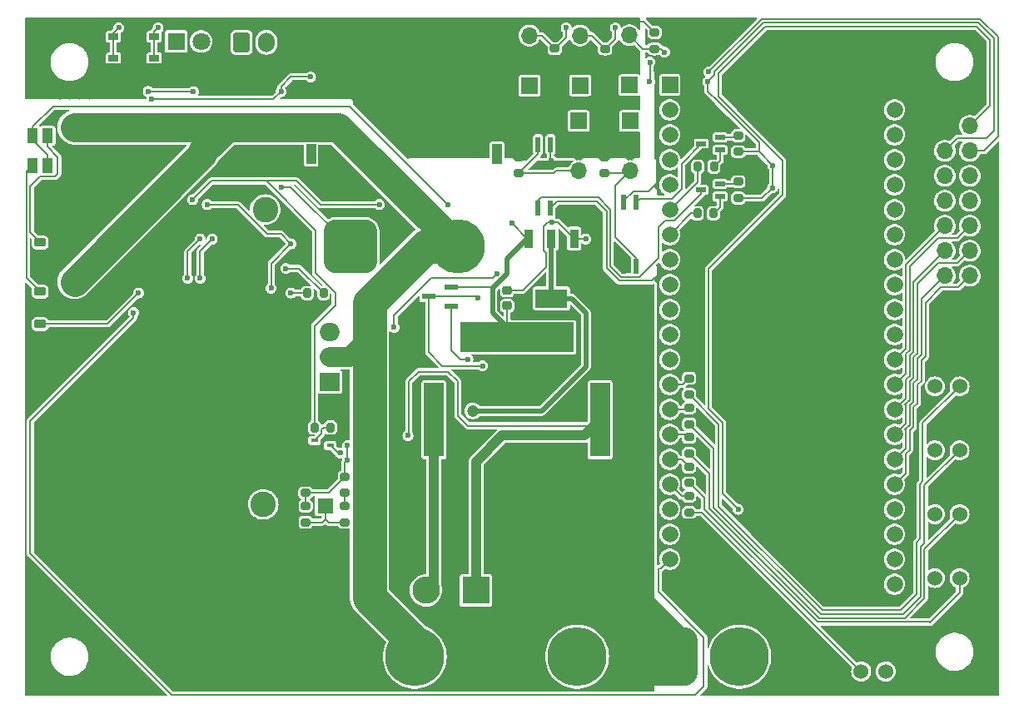
<source format=gbr>
%TF.GenerationSoftware,KiCad,Pcbnew,8.0.4*%
%TF.CreationDate,2024-08-13T21:05:31+09:00*%
%TF.ProjectId,chibarobo_board_2024,63686962-6172-46f6-926f-5f626f617264,rev?*%
%TF.SameCoordinates,Original*%
%TF.FileFunction,Copper,L1,Top*%
%TF.FilePolarity,Positive*%
%FSLAX46Y46*%
G04 Gerber Fmt 4.6, Leading zero omitted, Abs format (unit mm)*
G04 Created by KiCad (PCBNEW 8.0.4) date 2024-08-13 21:05:31*
%MOMM*%
%LPD*%
G01*
G04 APERTURE LIST*
G04 Aperture macros list*
%AMRoundRect*
0 Rectangle with rounded corners*
0 $1 Rounding radius*
0 $2 $3 $4 $5 $6 $7 $8 $9 X,Y pos of 4 corners*
0 Add a 4 corners polygon primitive as box body*
4,1,4,$2,$3,$4,$5,$6,$7,$8,$9,$2,$3,0*
0 Add four circle primitives for the rounded corners*
1,1,$1+$1,$2,$3*
1,1,$1+$1,$4,$5*
1,1,$1+$1,$6,$7*
1,1,$1+$1,$8,$9*
0 Add four rect primitives between the rounded corners*
20,1,$1+$1,$2,$3,$4,$5,0*
20,1,$1+$1,$4,$5,$6,$7,0*
20,1,$1+$1,$6,$7,$8,$9,0*
20,1,$1+$1,$8,$9,$2,$3,0*%
%AMFreePoly0*
4,1,5,1.500000,-5.750000,-1.500000,-5.750000,-1.500000,5.750000,1.500000,5.750000,1.500000,-5.750000,1.500000,-5.750000,$1*%
%AMFreePoly1*
4,1,5,1.000000,-3.750000,-1.000000,-3.750000,-1.000000,3.750000,1.000000,3.750000,1.000000,-3.750000,1.000000,-3.750000,$1*%
G04 Aperture macros list end*
%TA.AperFunction,SMDPad,CuDef*%
%ADD10RoundRect,0.225000X0.375000X-0.225000X0.375000X0.225000X-0.375000X0.225000X-0.375000X-0.225000X0*%
%TD*%
%TA.AperFunction,SMDPad,CuDef*%
%ADD11RoundRect,0.200000X-0.275000X0.200000X-0.275000X-0.200000X0.275000X-0.200000X0.275000X0.200000X0*%
%TD*%
%TA.AperFunction,ComponentPad*%
%ADD12R,1.000000X2.000000*%
%TD*%
%TA.AperFunction,ComponentPad*%
%ADD13RoundRect,1.375000X-1.375000X-1.375000X1.375000X-1.375000X1.375000X1.375000X-1.375000X1.375000X0*%
%TD*%
%TA.AperFunction,ComponentPad*%
%ADD14C,5.500000*%
%TD*%
%TA.AperFunction,ComponentPad*%
%ADD15R,1.524000X1.524000*%
%TD*%
%TA.AperFunction,ComponentPad*%
%ADD16C,1.524000*%
%TD*%
%TA.AperFunction,SMDPad,CuDef*%
%ADD17RoundRect,0.200000X0.275000X-0.200000X0.275000X0.200000X-0.275000X0.200000X-0.275000X-0.200000X0*%
%TD*%
%TA.AperFunction,ComponentPad*%
%ADD18R,1.700000X1.700000*%
%TD*%
%TA.AperFunction,ComponentPad*%
%ADD19O,1.700000X1.700000*%
%TD*%
%TA.AperFunction,ComponentPad*%
%ADD20FreePoly0,180.000000*%
%TD*%
%TA.AperFunction,ComponentPad*%
%ADD21FreePoly1,180.000000*%
%TD*%
%TA.AperFunction,ComponentPad*%
%ADD22FreePoly0,270.000000*%
%TD*%
%TA.AperFunction,SMDPad,CuDef*%
%ADD23R,1.100000X1.500000*%
%TD*%
%TA.AperFunction,SMDPad,CuDef*%
%ADD24R,1.000000X0.500000*%
%TD*%
%TA.AperFunction,SMDPad,CuDef*%
%ADD25RoundRect,0.137500X0.137500X-0.662500X0.137500X0.662500X-0.137500X0.662500X-0.137500X-0.662500X0*%
%TD*%
%TA.AperFunction,SMDPad,CuDef*%
%ADD26RoundRect,0.137500X-0.137500X0.662500X-0.137500X-0.662500X0.137500X-0.662500X0.137500X0.662500X0*%
%TD*%
%TA.AperFunction,SMDPad,CuDef*%
%ADD27RoundRect,0.200000X-0.200000X-0.275000X0.200000X-0.275000X0.200000X0.275000X-0.200000X0.275000X0*%
%TD*%
%TA.AperFunction,SMDPad,CuDef*%
%ADD28R,0.800000X0.400000*%
%TD*%
%TA.AperFunction,ComponentPad*%
%ADD29RoundRect,0.250000X-0.600000X-0.750000X0.600000X-0.750000X0.600000X0.750000X-0.600000X0.750000X0*%
%TD*%
%TA.AperFunction,ComponentPad*%
%ADD30O,1.700000X2.000000*%
%TD*%
%TA.AperFunction,ComponentPad*%
%ADD31RoundRect,1.500000X-1.500000X-1.500000X1.500000X-1.500000X1.500000X1.500000X-1.500000X1.500000X0*%
%TD*%
%TA.AperFunction,ComponentPad*%
%ADD32C,6.000000*%
%TD*%
%TA.AperFunction,ComponentPad*%
%ADD33R,2.800000X2.800000*%
%TD*%
%TA.AperFunction,ComponentPad*%
%ADD34O,2.800000X2.800000*%
%TD*%
%TA.AperFunction,WasherPad*%
%ADD35C,2.600000*%
%TD*%
%TA.AperFunction,SMDPad,CuDef*%
%ADD36RoundRect,0.225000X-0.250000X0.225000X-0.250000X-0.225000X0.250000X-0.225000X0.250000X0.225000X0*%
%TD*%
%TA.AperFunction,SMDPad,CuDef*%
%ADD37R,0.950000X1.900000*%
%TD*%
%TA.AperFunction,SMDPad,CuDef*%
%ADD38R,3.250000X1.900000*%
%TD*%
%TA.AperFunction,SMDPad,CuDef*%
%ADD39R,1.050000X0.650000*%
%TD*%
%TA.AperFunction,SMDPad,CuDef*%
%ADD40RoundRect,0.200000X0.200000X0.275000X-0.200000X0.275000X-0.200000X-0.275000X0.200000X-0.275000X0*%
%TD*%
%TA.AperFunction,SMDPad,CuDef*%
%ADD41R,1.450000X0.600000*%
%TD*%
%TA.AperFunction,ComponentPad*%
%ADD42R,1.665000X1.665000*%
%TD*%
%TA.AperFunction,ComponentPad*%
%ADD43C,1.665000*%
%TD*%
%TA.AperFunction,ComponentPad*%
%ADD44R,2.000000X1.905000*%
%TD*%
%TA.AperFunction,ComponentPad*%
%ADD45O,2.000000X1.905000*%
%TD*%
%TA.AperFunction,ComponentPad*%
%ADD46R,1.800000X1.800000*%
%TD*%
%TA.AperFunction,ComponentPad*%
%ADD47C,1.800000*%
%TD*%
%TA.AperFunction,ComponentPad*%
%ADD48R,1.600000X1.600000*%
%TD*%
%TA.AperFunction,ComponentPad*%
%ADD49C,1.600000*%
%TD*%
%TA.AperFunction,ComponentPad*%
%ADD50R,2.000000X2.000000*%
%TD*%
%TA.AperFunction,ComponentPad*%
%ADD51C,2.000000*%
%TD*%
%TA.AperFunction,ViaPad*%
%ADD52C,0.600000*%
%TD*%
%TA.AperFunction,ViaPad*%
%ADD53C,1.200000*%
%TD*%
%TA.AperFunction,Conductor*%
%ADD54C,0.200000*%
%TD*%
%TA.AperFunction,Conductor*%
%ADD55C,3.500000*%
%TD*%
%TA.AperFunction,Conductor*%
%ADD56C,1.000000*%
%TD*%
%TA.AperFunction,Conductor*%
%ADD57C,3.000000*%
%TD*%
%TA.AperFunction,Conductor*%
%ADD58C,2.000000*%
%TD*%
%TA.AperFunction,Conductor*%
%ADD59C,0.500000*%
%TD*%
G04 APERTURE END LIST*
D10*
%TO.P,D3,1,K*%
%TO.N,GNDPWR*%
X102000000Y-76650000D03*
%TO.P,D3,2,A*%
%TO.N,Net-(D2-A2)*%
X102000000Y-73350000D03*
%TD*%
D11*
%TO.P,R30,1*%
%TO.N,/DCMotor/PWM2*%
X168000000Y-90175000D03*
%TO.P,R30,2*%
%TO.N,Net-(J10-Pin_2)*%
X168000000Y-91825000D03*
%TD*%
%TO.P,R23,1*%
%TO.N,+7.5V*%
X159380110Y-64675000D03*
%TO.P,R23,2*%
%TO.N,Net-(J5-Pin_3)*%
X159380110Y-66325000D03*
%TD*%
D12*
%TO.P,J16,*%
%TO.N,*%
X129550000Y-64350000D03*
X148450000Y-64350000D03*
D13*
%TO.P,J16,1,Pin_1*%
%TO.N,-BATT*%
X133550000Y-73750000D03*
D14*
%TO.P,J16,2,Pin_2*%
%TO.N,+BATT*%
X144450000Y-73750000D03*
%TD*%
D15*
%TO.P,J10,1,Pin_1*%
%TO.N,GND*%
X198000000Y-94500000D03*
D16*
%TO.P,J10,2,Pin_2*%
%TO.N,Net-(J10-Pin_2)*%
X195500000Y-94500000D03*
%TO.P,J10,3,Pin_3*%
%TO.N,Net-(J10-Pin_3)*%
X193000000Y-94500000D03*
%TD*%
D11*
%TO.P,R32,1*%
%TO.N,/DCMotor/PWM3*%
X168000000Y-93175000D03*
%TO.P,R32,2*%
%TO.N,Net-(J12-Pin_2)*%
X168000000Y-94825000D03*
%TD*%
D17*
%TO.P,R5,1*%
%TO.N,Net-(R4-Pad2)*%
X133000000Y-98825000D03*
%TO.P,R5,2*%
%TO.N,/ActuatorPowerSupply/FB*%
X133000000Y-97175000D03*
%TD*%
D15*
%TO.P,J14,1,Pin_1*%
%TO.N,GND*%
X183000000Y-117000000D03*
D16*
%TO.P,J14,2,Pin_2*%
%TO.N,Net-(J14-Pin_2)*%
X185500000Y-117000000D03*
%TO.P,J14,3,Pin_3*%
%TO.N,Net-(J14-Pin_3)*%
X188000000Y-117000000D03*
%TD*%
D18*
%TO.P,J1,1,Pin_1*%
%TO.N,GND*%
X193997513Y-61494733D03*
D19*
%TO.P,J1,2,Pin_2*%
%TO.N,+5V*%
X196537513Y-61494733D03*
%TO.P,J1,3,Pin_3*%
%TO.N,+3.3V*%
X193997513Y-64034733D03*
%TO.P,J1,4,Pin_4*%
%TO.N,~{EMS}_{INFO}*%
X196537513Y-64034733D03*
%TO.P,J1,5,Pin_5*%
%TO.N,Net-(IC1-41)*%
X193997513Y-66574733D03*
%TO.P,J1,6,Pin_6*%
%TO.N,Net-(IC1-40)*%
X196537513Y-66574733D03*
%TO.P,J1,7,Pin_7*%
%TO.N,Net-(IC1-39)*%
X193997513Y-69114733D03*
%TO.P,J1,8,Pin_8*%
%TO.N,Net-(IC1-38)*%
X196537513Y-69114733D03*
%TO.P,J1,9,Pin_9*%
%TO.N,Net-(IC1-37)*%
X193997513Y-71654733D03*
%TO.P,J1,10,Pin_10*%
%TO.N,Net-(IC1-36)*%
X196537513Y-71654733D03*
%TO.P,J1,11,Pin_11*%
%TO.N,Net-(IC1-35)*%
X193997513Y-74194733D03*
%TO.P,J1,12,Pin_12*%
%TO.N,Net-(IC1-34)*%
X196537513Y-74194733D03*
%TO.P,J1,13,Pin_13*%
%TO.N,Net-(IC1-33)*%
X193997513Y-76734733D03*
%TO.P,J1,14,Pin_14*%
%TO.N,Net-(IC1-26)*%
X196537513Y-76734733D03*
%TD*%
D15*
%TO.P,J13,1,Pin_1*%
%TO.N,GND*%
X198000000Y-107500000D03*
D16*
%TO.P,J13,2,Pin_2*%
%TO.N,Net-(J13-Pin_2)*%
X195500000Y-107500000D03*
%TO.P,J13,3,Pin_3*%
%TO.N,Net-(J13-Pin_3)*%
X193000000Y-107500000D03*
%TD*%
D20*
%TO.P,K1,30*%
%TO.N,GNDPWR*%
X150500000Y-100900000D03*
D21*
%TO.P,K1,85*%
%TO.N,Net-(D8-A)*%
X142050000Y-91400000D03*
%TO.P,K1,86*%
%TO.N,+BATT*%
X158950000Y-91400000D03*
D22*
%TO.P,K1,87*%
%TO.N,-BATT*%
X150500000Y-83000000D03*
%TD*%
D23*
%TO.P,D2,1,A1*%
%TO.N,Net-(D1-A)*%
X101250000Y-65500000D03*
%TO.P,D2,2,K1*%
%TO.N,/PowerSupply/SAFE_+BATT*%
X101250000Y-62500000D03*
%TO.P,D2,3,A2*%
%TO.N,Net-(D2-A2)*%
X102750000Y-62500000D03*
%TO.P,D2,4,K2*%
%TO.N,/PowerSupply/SAFE_+BATT*%
X102750000Y-65500000D03*
%TD*%
D17*
%TO.P,R11,1*%
%TO.N,/ActuatorPowerSupply/FB*%
X128997541Y-98831399D03*
%TO.P,R11,2*%
%TO.N,GNDPWR*%
X128997541Y-97181399D03*
%TD*%
D11*
%TO.P,R14,1*%
%TO.N,+7.5V*%
X164500000Y-52000000D03*
%TO.P,R14,2*%
%TO.N,Net-(J2-Pin_3)*%
X164500000Y-53650000D03*
%TD*%
D24*
%TO.P,Q6,1*%
%TO.N,Net-(Q6-Pad1)*%
X171146674Y-63947920D03*
%TO.P,Q6,2*%
%TO.N,Net-(Q6-Pad2)*%
X171146674Y-62647920D03*
%TO.P,Q6,3*%
%TO.N,Net-(Q6-Pad3)*%
X169246674Y-63297920D03*
%TD*%
D25*
%TO.P,U5,1*%
%TO.N,Net-(Q7-Pad3)*%
X152627632Y-69885143D03*
%TO.P,U5,2*%
%TO.N,GND*%
X153897632Y-69885143D03*
%TO.P,U5,3*%
%TO.N,GNDPWR*%
X153897632Y-63385143D03*
%TO.P,U5,4*%
%TO.N,Net-(J6-Pin_3)*%
X152627632Y-63385143D03*
%TD*%
D17*
%TO.P,R22,1*%
%TO.N,+3.3V*%
X173000743Y-64125149D03*
%TO.P,R22,2*%
%TO.N,Net-(Q6-Pad2)*%
X173000743Y-62475149D03*
%TD*%
D26*
%TO.P,U4,1*%
%TO.N,Net-(Q6-Pad3)*%
X162635000Y-69250000D03*
%TO.P,U4,2*%
%TO.N,GND*%
X161365000Y-69250000D03*
%TO.P,U4,3*%
%TO.N,GNDPWR*%
X161365000Y-75750000D03*
%TO.P,U4,4*%
%TO.N,Net-(J5-Pin_3)*%
X162635000Y-75750000D03*
%TD*%
D27*
%TO.P,R62,1*%
%TO.N,MS*%
X129898893Y-92180854D03*
%TO.P,R62,2*%
%TO.N,Net-(Q15-G)*%
X131548893Y-92180854D03*
%TD*%
D11*
%TO.P,R17,1*%
%TO.N,+7.5V*%
X159448085Y-52009604D03*
%TO.P,R17,2*%
%TO.N,Net-(J3-Pin_3)*%
X159448085Y-53659604D03*
%TD*%
D28*
%TO.P,Q15,1,G*%
%TO.N,Net-(Q15-G)*%
X129900000Y-93500000D03*
%TO.P,Q15,2,D*%
%TO.N,GNDPWR*%
X129900000Y-94500000D03*
%TO.P,Q15,3,S*%
%TO.N,Net-(IC2-GND)*%
X131500000Y-94000000D03*
%TD*%
D29*
%TO.P,J15,1,Pin_1*%
%TO.N,GND*%
X122500000Y-53000000D03*
D30*
%TO.P,J15,2,Pin_2*%
%TO.N,Net-(IC5-2A)*%
X125000000Y-53000000D03*
%TD*%
D18*
%TO.P,J2,1,Pin_1*%
%TO.N,GNDPWR*%
X161948959Y-57363564D03*
D19*
%TO.P,J2,2,Pin_2*%
%TO.N,+7.5V*%
X161948959Y-54823564D03*
%TO.P,J2,3,Pin_3*%
%TO.N,Net-(J2-Pin_3)*%
X161948959Y-52283564D03*
%TD*%
D18*
%TO.P,J4,1,Pin_1*%
%TO.N,GNDPWR*%
X151768554Y-57385064D03*
D19*
%TO.P,J4,2,Pin_2*%
%TO.N,+7.5V*%
X151768554Y-54845064D03*
%TO.P,J4,3,Pin_3*%
%TO.N,Net-(J4-Pin_3)*%
X151768554Y-52305064D03*
%TD*%
D31*
%TO.P,J9,1,Pin_1*%
%TO.N,GNDPWR*%
X149400000Y-115500000D03*
D32*
%TO.P,J9,2,Pin_2*%
%TO.N,+BATT*%
X156600000Y-115500000D03*
%TD*%
D15*
%TO.P,J12,1,Pin_1*%
%TO.N,GND*%
X198000000Y-101000000D03*
D16*
%TO.P,J12,2,Pin_2*%
%TO.N,Net-(J12-Pin_2)*%
X195500000Y-101000000D03*
%TO.P,J12,3,Pin_3*%
%TO.N,Net-(J12-Pin_3)*%
X193000000Y-101000000D03*
%TD*%
D33*
%TO.P,D8,1,K*%
%TO.N,+BATT*%
X146319950Y-108748157D03*
D34*
%TO.P,D8,2,A*%
%TO.N,Net-(D8-A)*%
X141239950Y-108748157D03*
%TD*%
D31*
%TO.P,J11,1,Pin_1*%
%TO.N,GNDPWR*%
X132900000Y-115500000D03*
D32*
%TO.P,J11,2,Pin_2*%
%TO.N,+BATT*%
X140100000Y-115500000D03*
%TD*%
D18*
%TO.P,J6,1,Pin_1*%
%TO.N,GNDPWR*%
X156776836Y-61000178D03*
D19*
%TO.P,J6,2,Pin_2*%
%TO.N,+7.5V*%
X156776836Y-63540178D03*
%TO.P,J6,3,Pin_3*%
%TO.N,Net-(J6-Pin_3)*%
X156776836Y-66080178D03*
%TD*%
D35*
%TO.P,HS1,*%
%TO.N,*%
X124687500Y-100000000D03*
X124887500Y-70000000D03*
%TD*%
D10*
%TO.P,D1,1,K*%
%TO.N,-BATT*%
X102000000Y-81650000D03*
%TO.P,D1,2,A*%
%TO.N,Net-(D1-A)*%
X102000000Y-78350000D03*
%TD*%
D18*
%TO.P,J5,1,Pin_1*%
%TO.N,GNDPWR*%
X162000000Y-61000000D03*
D19*
%TO.P,J5,2,Pin_2*%
%TO.N,+7.5V*%
X162000000Y-63540000D03*
%TO.P,J5,3,Pin_3*%
%TO.N,Net-(J5-Pin_3)*%
X162000000Y-66080000D03*
%TD*%
D36*
%TO.P,C19,1*%
%TO.N,Net-(D9-K)*%
X149500000Y-78225000D03*
%TO.P,C19,2*%
%TO.N,-BATT*%
X149500000Y-79775000D03*
%TD*%
D37*
%TO.P,Q14,1,G*%
%TO.N,Net-(D9-K)*%
X156300000Y-72950000D03*
%TO.P,Q14,2,D_1*%
%TO.N,Net-(D8-A)*%
X154000000Y-72950000D03*
%TO.P,Q14,3,S*%
%TO.N,-BATT*%
X151700000Y-72950000D03*
D38*
%TO.P,Q14,4,D_2*%
%TO.N,Net-(D8-A)*%
X154000000Y-79050000D03*
%TD*%
D11*
%TO.P,R36,1*%
%TO.N,/DCMotor/PWM5*%
X168000000Y-99175000D03*
%TO.P,R36,2*%
%TO.N,Net-(J14-Pin_2)*%
X168000000Y-100825000D03*
%TD*%
D39*
%TO.P,S1,1,1*%
%TO.N,GND*%
X109425000Y-52425000D03*
%TO.P,S1,2,2*%
%TO.N,Net-(IC5-1A)*%
X113575000Y-52425000D03*
%TO.P,S1,3,3*%
%TO.N,GND*%
X109425000Y-54575000D03*
%TO.P,S1,4,4*%
%TO.N,Net-(IC5-1A)*%
X113575000Y-54575000D03*
%TD*%
D17*
%TO.P,R25,1*%
%TO.N,+3.3V*%
X173000000Y-68825000D03*
%TO.P,R25,2*%
%TO.N,Net-(Q7-Pad2)*%
X173000000Y-67175000D03*
%TD*%
D40*
%TO.P,R38,1*%
%TO.N,/PowerSupply/LOGPWR*%
X130825000Y-78500000D03*
%TO.P,R38,2*%
%TO.N,Net-(U6A-~{CLR})*%
X129175000Y-78500000D03*
%TD*%
D11*
%TO.P,R26,1*%
%TO.N,+7.5V*%
X150693174Y-64675000D03*
%TO.P,R26,2*%
%TO.N,Net-(J6-Pin_3)*%
X150693174Y-66325000D03*
%TD*%
D41*
%TO.P,Q12,1,BASE*%
%TO.N,Net-(Q12-BASE)*%
X143836443Y-79814947D03*
%TO.P,Q12,2,EMITTER*%
%TO.N,-BATT*%
X143836443Y-77914947D03*
%TO.P,Q12,3,COLLECTOR*%
%TO.N,Net-(D10-K)*%
X141536443Y-78864947D03*
%TD*%
D42*
%TO.P,IC1,J111,3V3*%
%TO.N,+3.3V*%
X166035000Y-57325000D03*
D43*
%TO.P,IC1,J112,0*%
%TO.N,unconnected-(IC1-0-PadJ112)*%
X166035000Y-59865000D03*
%TO.P,IC1,J113,1*%
%TO.N,/Servo/Servo1*%
X166035000Y-62405000D03*
%TO.P,IC1,J114,2*%
%TO.N,/Servo/Servo2*%
X166035000Y-64945000D03*
%TO.P,IC1,J115,3*%
%TO.N,/Servo/Servo3*%
X166035000Y-67485000D03*
%TO.P,IC1,J116,4*%
%TO.N,/Servo/Servo4*%
X166035000Y-70025000D03*
%TO.P,IC1,J117,5*%
%TO.N,/Servo/Servo5*%
X166035000Y-72565000D03*
%TO.P,IC1,J118,6*%
%TO.N,/DCMotor/DIR1*%
X166035000Y-75105000D03*
%TO.P,IC1,J119,7*%
%TO.N,/DCMotor/DIR2*%
X166035000Y-77645000D03*
%TO.P,IC1,J120,8*%
%TO.N,/DCMotor/DIR3*%
X166035000Y-80185000D03*
%TO.P,IC1,J121,9*%
%TO.N,/DCMotor/DIR4*%
X166035000Y-82725000D03*
%TO.P,IC1,J122,10*%
%TO.N,/DCMotor/DIR5*%
X166035000Y-85265000D03*
%TO.P,IC1,J123,11*%
%TO.N,/DCMotor/PWM1*%
X166035000Y-87805000D03*
%TO.P,IC1,J124,12*%
%TO.N,/DCMotor/PWM2*%
X166035000Y-90345000D03*
%TO.P,IC1,J125,13*%
%TO.N,/DCMotor/PWM3*%
X166035000Y-92885000D03*
%TO.P,IC1,J126,14*%
%TO.N,/DCMotor/PWM4*%
X166035000Y-95425000D03*
%TO.P,IC1,J127,15*%
%TO.N,/DCMotor/PWM5*%
X166035000Y-97965000D03*
%TO.P,IC1,J128,16*%
%TO.N,unconnected-(IC1-16-PadJ128)*%
X166035000Y-100505000D03*
%TO.P,IC1,J129,17*%
%TO.N,unconnected-(IC1-17-PadJ129)*%
X166035000Y-103045000D03*
%TO.P,IC1,J130,5V*%
%TO.N,+5V*%
X166035000Y-105585000D03*
%TO.P,IC1,J131,G_1*%
%TO.N,GND*%
X166035000Y-108125000D03*
%TO.P,IC1,J311,G_2*%
X188895000Y-57325000D03*
%TO.P,IC1,J312,RST*%
%TO.N,unconnected-(IC1-RST-PadJ312)*%
X188895000Y-59865000D03*
%TO.P,IC1,J313,46*%
%TO.N,unconnected-(IC1-46-PadJ313)*%
X188895000Y-62405000D03*
%TO.P,IC1,J314,45*%
%TO.N,unconnected-(IC1-45-PadJ314)*%
X188895000Y-64945000D03*
%TO.P,IC1,J315,RX*%
%TO.N,unconnected-(IC1-RX-PadJ315)*%
X188895000Y-67485000D03*
%TO.P,IC1,J316,TX*%
%TO.N,unconnected-(IC1-TX-PadJ316)*%
X188895000Y-70025000D03*
%TO.P,IC1,J317,42*%
%TO.N,~{EMS}_{INFO}*%
X188895000Y-72565000D03*
%TO.P,IC1,J318,41*%
%TO.N,Net-(IC1-41)*%
X188895000Y-75105000D03*
%TO.P,IC1,J319,40*%
%TO.N,Net-(IC1-40)*%
X188895000Y-77645000D03*
%TO.P,IC1,J320,39*%
%TO.N,Net-(IC1-39)*%
X188895000Y-80185000D03*
%TO.P,IC1,J321,38*%
%TO.N,Net-(IC1-38)*%
X188895000Y-82725000D03*
%TO.P,IC1,J322,37*%
%TO.N,Net-(IC1-37)*%
X188895000Y-85265000D03*
%TO.P,IC1,J323,36*%
%TO.N,Net-(IC1-36)*%
X188895000Y-87805000D03*
%TO.P,IC1,J324,35*%
%TO.N,Net-(IC1-35)*%
X188895000Y-90345000D03*
%TO.P,IC1,J325,34*%
%TO.N,Net-(IC1-34)*%
X188895000Y-92885000D03*
%TO.P,IC1,J326,33*%
%TO.N,Net-(IC1-33)*%
X188895000Y-95425000D03*
%TO.P,IC1,J327,26*%
%TO.N,Net-(IC1-26)*%
X188895000Y-97965000D03*
%TO.P,IC1,J328,21*%
%TO.N,unconnected-(IC1-21-PadJ328)*%
X188895000Y-100505000D03*
%TO.P,IC1,J329,20*%
%TO.N,unconnected-(IC1-20-PadJ329)*%
X188895000Y-103045000D03*
%TO.P,IC1,J330,19*%
%TO.N,unconnected-(IC1-19-PadJ330)*%
X188895000Y-105585000D03*
%TO.P,IC1,J331,18*%
%TO.N,unconnected-(IC1-18-PadJ331)*%
X188895000Y-108125000D03*
%TD*%
D15*
%TO.P,J8,1,Pin_1*%
%TO.N,GND*%
X198000000Y-88000000D03*
D16*
%TO.P,J8,2,Pin_2*%
%TO.N,Net-(J8-Pin_2)*%
X195500000Y-88000000D03*
%TO.P,J8,3,Pin_3*%
%TO.N,Net-(J8-Pin_3)*%
X193000000Y-88000000D03*
%TD*%
D17*
%TO.P,R10,1*%
%TO.N,+7.5V*%
X129000000Y-101825000D03*
%TO.P,R10,2*%
%TO.N,/ActuatorPowerSupply/FB*%
X129000000Y-100175000D03*
%TD*%
D44*
%TO.P,Q1,1,G*%
%TO.N,Net-(IC2-HSDR)*%
X131445000Y-87540000D03*
D45*
%TO.P,Q1,2,D*%
%TO.N,+BATT*%
X131445000Y-85000000D03*
%TO.P,Q1,3,S*%
%TO.N,Net-(IC2-VSW)*%
X131445000Y-82460000D03*
%TD*%
D24*
%TO.P,Q7,1*%
%TO.N,Net-(Q7-Pad1)*%
X171140759Y-68673899D03*
%TO.P,Q7,2*%
%TO.N,Net-(Q7-Pad2)*%
X171140759Y-67373899D03*
%TO.P,Q7,3*%
%TO.N,Net-(Q7-Pad3)*%
X169240759Y-68023899D03*
%TD*%
D31*
%TO.P,J7,1,Pin_1*%
%TO.N,GNDPWR*%
X165900000Y-115500000D03*
D32*
%TO.P,J7,2,Pin_2*%
%TO.N,+BATT*%
X173100000Y-115500000D03*
%TD*%
D17*
%TO.P,R4,1*%
%TO.N,+7.5V*%
X133000000Y-101825000D03*
%TO.P,R4,2*%
%TO.N,Net-(R4-Pad2)*%
X133000000Y-100175000D03*
%TD*%
D11*
%TO.P,R28,1*%
%TO.N,/DCMotor/PWM1*%
X168000000Y-87175000D03*
%TO.P,R28,2*%
%TO.N,Net-(J8-Pin_2)*%
X168000000Y-88825000D03*
%TD*%
D18*
%TO.P,J3,1,Pin_1*%
%TO.N,GNDPWR*%
X156911870Y-57369899D03*
D19*
%TO.P,J3,2,Pin_2*%
%TO.N,+7.5V*%
X156911870Y-54829899D03*
%TO.P,J3,3,Pin_3*%
%TO.N,Net-(J3-Pin_3)*%
X156911870Y-52289899D03*
%TD*%
D27*
%TO.P,R21,1*%
%TO.N,/Servo/Servo4*%
X168872163Y-65654531D03*
%TO.P,R21,2*%
%TO.N,Net-(Q6-Pad1)*%
X170522163Y-65654531D03*
%TD*%
D46*
%TO.P,D5,1,K*%
%TO.N,Net-(D5-K)*%
X115828498Y-52898960D03*
D47*
%TO.P,D5,2,A*%
%TO.N,Net-(D5-A)*%
X118368498Y-52898960D03*
%TD*%
D11*
%TO.P,R20,1*%
%TO.N,+7.5V*%
X154338238Y-51983808D03*
%TO.P,R20,2*%
%TO.N,Net-(J4-Pin_3)*%
X154338238Y-53633808D03*
%TD*%
D27*
%TO.P,R24,1*%
%TO.N,/Servo/Servo5*%
X168830380Y-70399773D03*
%TO.P,R24,2*%
%TO.N,Net-(Q7-Pad1)*%
X170480380Y-70399773D03*
%TD*%
D11*
%TO.P,R34,1*%
%TO.N,/DCMotor/PWM4*%
X168000000Y-96175000D03*
%TO.P,R34,2*%
%TO.N,Net-(J13-Pin_2)*%
X168000000Y-97825000D03*
%TD*%
D48*
%TO.P,C8,1*%
%TO.N,+7.5V*%
X131000000Y-100152651D03*
D49*
%TO.P,C8,2*%
%TO.N,GNDPWR*%
X131000000Y-96652651D03*
%TD*%
D50*
%TO.P,C5,1*%
%TO.N,+BATT*%
X105500000Y-77367677D03*
D51*
%TO.P,C5,2*%
%TO.N,GNDPWR*%
X105500000Y-72367677D03*
%TD*%
D50*
%TO.P,C4,1*%
%TO.N,+BATT*%
X105500000Y-61632323D03*
D51*
%TO.P,C4,2*%
%TO.N,GNDPWR*%
X105500000Y-66632323D03*
%TD*%
D52*
%TO.N,GND*%
X170000000Y-113000000D03*
X170500000Y-119000000D03*
X176500000Y-118500000D03*
X168000000Y-106500000D03*
X172000000Y-107500000D03*
X179500000Y-114000000D03*
X191000000Y-117000000D03*
X198500000Y-116500000D03*
X198500000Y-112000000D03*
X180000000Y-52500000D03*
X185500000Y-53000000D03*
X199000000Y-75500000D03*
X198500000Y-67000000D03*
X194500000Y-80500000D03*
X196500000Y-82000000D03*
%TO.N,GNDPWR*%
X153000000Y-102000000D03*
X149500000Y-86000000D03*
X153500000Y-86500000D03*
X144500000Y-97000000D03*
X144000000Y-103500000D03*
X102000000Y-117500000D03*
X102500000Y-110500000D03*
X111000000Y-118000000D03*
X126000000Y-111500000D03*
X119500000Y-115000000D03*
X137000000Y-118000000D03*
X131500000Y-106000000D03*
X125500000Y-114500000D03*
X127500000Y-116500000D03*
X130000000Y-110500000D03*
X132000000Y-108500000D03*
X112500000Y-113000000D03*
X122000000Y-111500000D03*
X121500000Y-117500000D03*
X115500000Y-114500000D03*
X112500000Y-110500000D03*
X113500000Y-94500000D03*
X120000000Y-91000000D03*
X121500000Y-94500000D03*
X119000000Y-102000000D03*
X107000000Y-96000000D03*
X110500000Y-100000000D03*
X115000000Y-96500000D03*
X114000000Y-90500000D03*
X106000000Y-91000000D03*
X106500000Y-80000000D03*
X105000000Y-83000000D03*
X122000000Y-84000000D03*
X113500000Y-81500000D03*
X118000000Y-90000000D03*
X109000000Y-69500000D03*
X105000000Y-70000000D03*
X107000000Y-68000000D03*
X107500000Y-64500000D03*
X109500000Y-65000000D03*
X154500000Y-98500000D03*
X156500000Y-103500000D03*
%TO.N,GND*%
X197000000Y-59000000D03*
X191000000Y-53000000D03*
X178500000Y-54500000D03*
X183500000Y-57000000D03*
X182000000Y-63500000D03*
X178500000Y-75500000D03*
X181500000Y-85000000D03*
X178500000Y-101000000D03*
X184500000Y-105000000D03*
X183000000Y-99500000D03*
X177000000Y-95000000D03*
X183000000Y-89500000D03*
X174000000Y-79500000D03*
X176500000Y-86000000D03*
X183500000Y-78500000D03*
X183000000Y-69500000D03*
X179500000Y-59500000D03*
%TO.N,/ActuatorPowerSupply/FB*%
X133250000Y-94000000D03*
X133250000Y-95500000D03*
%TO.N,GNDPWR*%
X162500000Y-106000000D03*
X161500000Y-105000000D03*
X162500000Y-103000000D03*
X161500000Y-98000000D03*
X161500000Y-96000000D03*
X163500000Y-83000000D03*
X161500000Y-97000000D03*
X162500000Y-102000000D03*
X162500000Y-91000000D03*
X161500000Y-79000000D03*
X162500000Y-92000000D03*
X162500000Y-85000000D03*
X161500000Y-103000000D03*
X162500000Y-96000000D03*
X163500000Y-91000000D03*
X131347155Y-89706143D03*
X161500000Y-85000000D03*
X131492466Y-93227365D03*
X161500000Y-88000000D03*
X163500000Y-103000000D03*
X163500000Y-102000000D03*
X161500000Y-107000000D03*
X162500000Y-97000000D03*
X162500000Y-98000000D03*
X161500000Y-101000000D03*
X163500000Y-95000000D03*
X163500000Y-87000000D03*
X163500000Y-93000000D03*
X162500000Y-100000000D03*
X161500000Y-86000000D03*
X163500000Y-89000000D03*
X162500000Y-87000000D03*
X162500000Y-82000000D03*
X161500000Y-95000000D03*
X161500000Y-99000000D03*
X161500000Y-76000000D03*
X153991253Y-65000000D03*
X162500000Y-88000000D03*
X164021570Y-55000000D03*
X163500000Y-107000000D03*
X161500000Y-78000000D03*
X162500000Y-86000000D03*
X163500000Y-106000000D03*
X163500000Y-100000000D03*
X161500000Y-102000000D03*
X163500000Y-92000000D03*
X162500000Y-105000000D03*
X163500000Y-104000000D03*
X161500000Y-104000000D03*
X138650127Y-90098317D03*
X163500000Y-105000000D03*
X163500000Y-97000000D03*
X163500000Y-86000000D03*
X161500000Y-94000000D03*
X161500000Y-93000000D03*
X162500000Y-80000000D03*
X161500000Y-106000000D03*
X163500000Y-82000000D03*
X163500000Y-78000000D03*
X162500000Y-81000000D03*
X162500000Y-104000000D03*
X161500000Y-89000000D03*
X161500000Y-87000000D03*
X162500000Y-107000000D03*
X163500000Y-81000000D03*
X163500000Y-99000000D03*
X163500000Y-101000000D03*
X162500000Y-95000000D03*
X162500000Y-78000000D03*
X138000000Y-90723156D03*
X163500000Y-80000000D03*
X131500000Y-90752384D03*
X161500000Y-80000000D03*
X163500000Y-88000000D03*
X161500000Y-82000000D03*
X161500000Y-92000000D03*
X162500000Y-89000000D03*
X161500000Y-100000000D03*
X161500000Y-91000000D03*
X162500000Y-79000000D03*
X163500000Y-85000000D03*
X162500000Y-83000000D03*
X163500000Y-98000000D03*
X162500000Y-99000000D03*
X163500000Y-94000000D03*
X162500000Y-93000000D03*
X163500000Y-79000000D03*
X163500000Y-90000000D03*
X162500000Y-101000000D03*
X162500000Y-94000000D03*
X163500000Y-96000000D03*
X161500000Y-84000000D03*
X163500000Y-84000000D03*
X161500000Y-90000000D03*
X162500000Y-90000000D03*
X161500000Y-81000000D03*
X164000000Y-57000000D03*
X162500000Y-84000000D03*
X161500000Y-83000000D03*
%TO.N,+BATT*%
X139405000Y-93000000D03*
%TO.N,+7.5V*%
X105000000Y-52000000D03*
X106000000Y-58500000D03*
X101000000Y-57500000D03*
X103000000Y-57500000D03*
X106000000Y-52000000D03*
X104000000Y-57500000D03*
X101000000Y-54000000D03*
X103000000Y-52000000D03*
X101000000Y-51000000D03*
X102000000Y-56000000D03*
X107000000Y-58500000D03*
X101000000Y-55000000D03*
X101000000Y-56000000D03*
X107000000Y-52000000D03*
X103000000Y-51000000D03*
X101000000Y-58500000D03*
X101000000Y-53000000D03*
X106000000Y-51000000D03*
X102000000Y-54000000D03*
X106000000Y-57500000D03*
X104000000Y-58500000D03*
X104000000Y-51000000D03*
X105000000Y-58500000D03*
X107000000Y-51000000D03*
X102000000Y-52000000D03*
X107000000Y-57500000D03*
X104000000Y-52000000D03*
X101000000Y-52000000D03*
X102000000Y-58500000D03*
X102000000Y-53000000D03*
X102000000Y-51000000D03*
X102000000Y-57500000D03*
X105000000Y-57500000D03*
X102000000Y-55000000D03*
X103000000Y-58500000D03*
X105000000Y-51000000D03*
%TO.N,-BATT*%
X112000000Y-78500000D03*
X149959882Y-71355126D03*
X126500000Y-67699177D03*
%TO.N,/PowerSupply/LOGPWR*%
X127000000Y-76000000D03*
%TO.N,/PowerSupply/SAFE_+BATT*%
X143500000Y-69500000D03*
%TO.N,GND*%
X168000000Y-58000000D03*
X169500000Y-74000000D03*
X165561396Y-51807678D03*
X174500000Y-65500000D03*
X168500000Y-73000000D03*
X167500000Y-62000000D03*
X169000000Y-59000000D03*
X166000000Y-52500000D03*
X171700206Y-52090415D03*
X170498966Y-50856884D03*
X168000000Y-72000000D03*
X170000000Y-73000000D03*
X171000000Y-61000000D03*
X170000000Y-59000000D03*
X167500000Y-60000000D03*
X165000000Y-76500000D03*
X110000000Y-51500000D03*
X172862696Y-52051666D03*
X169297726Y-50831051D03*
X166976817Y-54705637D03*
X169500000Y-75000000D03*
X167500000Y-61000000D03*
X170500000Y-74000000D03*
X170726556Y-72550632D03*
X172281451Y-52678119D03*
X171700206Y-50882717D03*
X165013501Y-54741158D03*
X170000000Y-69000000D03*
X172255618Y-51496254D03*
X167000000Y-52500000D03*
X171096874Y-51419788D03*
X166079117Y-54705637D03*
X172875613Y-50869801D03*
X170000000Y-72000000D03*
X170500000Y-60000000D03*
X175500000Y-66000000D03*
X169911263Y-51418754D03*
X169000000Y-72000000D03*
X168000000Y-59000000D03*
X166488518Y-51776104D03*
X167500000Y-63000000D03*
X173500000Y-51500000D03*
X174018728Y-50889175D03*
X167450084Y-51807678D03*
X166500000Y-54000000D03*
X170500000Y-52000000D03*
X172000000Y-61500000D03*
X174500000Y-68000000D03*
X171047920Y-52626453D03*
X169000000Y-58000000D03*
X167500000Y-54000000D03*
X171500000Y-66000000D03*
X167500000Y-73500000D03*
X171713123Y-53252906D03*
%TO.N,Net-(Q10-COLLECTOR)*%
X117600000Y-58000000D03*
X113000000Y-58000000D03*
%TO.N,+5V*%
X173000000Y-100500000D03*
X126500000Y-58000000D03*
X129500000Y-56500000D03*
X113367415Y-58794493D03*
X111500000Y-80500000D03*
%TO.N,Net-(D9-K)*%
X157500000Y-73000000D03*
X154016344Y-71268202D03*
D53*
%TO.N,Net-(D8-A)*%
X146000000Y-90500000D03*
D52*
%TO.N,~{EMS}_{INFO}*%
X170000000Y-56000000D03*
%TO.N,+3.3V*%
X169900000Y-57000000D03*
X176488856Y-67797176D03*
X176500000Y-65500000D03*
%TO.N,Net-(IC3-1Y)*%
X119500000Y-73000000D03*
X118270000Y-77000000D03*
%TO.N,/PowerSupply/~{EMS}*%
X117000000Y-77000000D03*
X119000000Y-69500000D03*
X125500000Y-78000000D03*
X127500000Y-73500000D03*
X118270000Y-73000000D03*
%TO.N,Net-(IC2-GND)*%
X132534086Y-94759521D03*
%TO.N,Net-(IC5-1A)*%
X114000000Y-51500000D03*
%TO.N,Net-(D10-K)*%
X146500000Y-79000000D03*
X147000000Y-85900000D03*
%TO.N,Net-(Q12-BASE)*%
X145500000Y-85266540D03*
%TO.N,Net-(J2-Pin_3)*%
X165500000Y-54000000D03*
%TO.N,Net-(J3-Pin_3)*%
X160500000Y-51500000D03*
%TO.N,Net-(J4-Pin_3)*%
X155500000Y-51500000D03*
%TO.N,Net-(Q11-BASE)*%
X138000000Y-82000000D03*
X148500000Y-76500000D03*
%TO.N,Net-(U6A-~{CLR})*%
X127500000Y-78500000D03*
%TO.N,MS*%
X136500000Y-69500000D03*
X117500000Y-69000000D03*
%TD*%
D54*
%TO.N,/ActuatorPowerSupply/FB*%
X129000000Y-98833858D02*
X128997541Y-98831399D01*
X133250000Y-95500000D02*
X133250000Y-94000000D01*
X133250000Y-95500000D02*
X133000000Y-95750000D01*
X131343601Y-98831399D02*
X133000000Y-97175000D01*
X133000000Y-95750000D02*
X133000000Y-97175000D01*
X128997541Y-98831399D02*
X131343601Y-98831399D01*
X129000000Y-100175000D02*
X129000000Y-98833858D01*
D55*
%TO.N,GNDPWR*%
X150500000Y-107500000D02*
X150500000Y-114400000D01*
X150500000Y-107500000D02*
X152500000Y-109500000D01*
D54*
X164021570Y-55000000D02*
X164021570Y-56978430D01*
D55*
X152500000Y-109500000D02*
X162000000Y-109500000D01*
D54*
X153897632Y-64906379D02*
X153991253Y-65000000D01*
X153906379Y-63406379D02*
X154000000Y-63500000D01*
X153897632Y-63385143D02*
X153897632Y-64906379D01*
X164021570Y-56978430D02*
X164000000Y-57000000D01*
D55*
X165900000Y-113400000D02*
X165900000Y-115500000D01*
D54*
X150500000Y-114400000D02*
X149400000Y-115500000D01*
D55*
X150500000Y-100900000D02*
X150500000Y-107500000D01*
D54*
X150500000Y-100900000D02*
X151300000Y-100900000D01*
D55*
X162000000Y-109500000D02*
X165900000Y-113400000D01*
D56*
%TO.N,+BATT*%
X149000000Y-93000000D02*
X157350000Y-93000000D01*
D55*
X135500000Y-80500000D02*
X135500000Y-83000000D01*
D57*
X121000000Y-61632323D02*
X118500000Y-61632323D01*
X144450000Y-73750000D02*
X132332323Y-61632323D01*
D55*
X141250000Y-73750000D02*
X135500000Y-79500000D01*
D54*
X145500000Y-92000000D02*
X158350000Y-92000000D01*
D56*
X157350000Y-93000000D02*
X158950000Y-91400000D01*
X146319950Y-97230050D02*
X146319950Y-95680050D01*
D54*
X144500000Y-87500000D02*
X144500000Y-91000000D01*
D55*
X142250000Y-73750000D02*
X141250000Y-73750000D01*
D58*
X133500000Y-85000000D02*
X131445000Y-85000000D01*
D55*
X140100000Y-114100000D02*
X140100000Y-115500000D01*
D54*
X143500000Y-86500000D02*
X144500000Y-87500000D01*
X158350000Y-92000000D02*
X158950000Y-91400000D01*
D57*
X132332323Y-61632323D02*
X121000000Y-61632323D01*
D54*
X144450000Y-73750000D02*
X142250000Y-73750000D01*
X139500000Y-87500000D02*
X140500000Y-86500000D01*
X144450000Y-73750000D02*
X141750000Y-73750000D01*
X144500000Y-91000000D02*
X145500000Y-92000000D01*
D57*
X118500000Y-64132323D02*
X121000000Y-61632323D01*
D54*
X140500000Y-86500000D02*
X143500000Y-86500000D01*
X139500000Y-92905000D02*
X139500000Y-87500000D01*
D57*
X118500000Y-61632323D02*
X105500000Y-61632323D01*
X118500000Y-64367677D02*
X105500000Y-77367677D01*
D54*
X139405000Y-93000000D02*
X139500000Y-92905000D01*
D58*
X135500000Y-83000000D02*
X133500000Y-85000000D01*
D55*
X135500000Y-83000000D02*
X135500000Y-109500000D01*
D56*
X146319950Y-95680050D02*
X149000000Y-93000000D01*
D55*
X135500000Y-109500000D02*
X140100000Y-114100000D01*
D56*
X146319950Y-108748157D02*
X146319950Y-97230050D01*
D57*
X118500000Y-64367677D02*
X118500000Y-64132323D01*
D55*
X135500000Y-79500000D02*
X135500000Y-80500000D01*
D54*
%TO.N,+7.5V*%
X131000000Y-100152651D02*
X131000000Y-101500000D01*
X130675000Y-101825000D02*
X129000000Y-101825000D01*
X159448085Y-51609604D02*
X159448085Y-52009604D01*
X164500000Y-52000000D02*
X163400000Y-50900000D01*
X131000000Y-101500000D02*
X130675000Y-101825000D01*
X131000000Y-101500000D02*
X131325000Y-101825000D01*
X163400000Y-50900000D02*
X160157689Y-50900000D01*
X131325000Y-101825000D02*
X133000000Y-101825000D01*
X160157689Y-50900000D02*
X159448085Y-51609604D01*
%TO.N,-BATT*%
X151700000Y-72950000D02*
X151550000Y-72950000D01*
X102000000Y-81650000D02*
X108850000Y-81650000D01*
X143836443Y-77914947D02*
X147914947Y-77914947D01*
D59*
X149500000Y-76560661D02*
X148060661Y-78000000D01*
D54*
X149959882Y-71355126D02*
X149959882Y-71359882D01*
X127499177Y-67699177D02*
X133550000Y-73750000D01*
X108850000Y-81650000D02*
X112000000Y-78500000D01*
X149959882Y-71359882D02*
X151550000Y-72950000D01*
X149500000Y-82000000D02*
X150500000Y-83000000D01*
X126500000Y-67699177D02*
X127499177Y-67699177D01*
D59*
X148000000Y-80500000D02*
X150500000Y-83000000D01*
D54*
X149500000Y-79775000D02*
X149500000Y-82000000D01*
D59*
X151550000Y-72950000D02*
X149500000Y-75000000D01*
X148000000Y-78000000D02*
X148000000Y-80500000D01*
X149500000Y-75000000D02*
X149500000Y-76560661D01*
D54*
%TO.N,/PowerSupply/LOGPWR*%
X128325000Y-76000000D02*
X127000000Y-76000000D01*
X130825000Y-78500000D02*
X128325000Y-76000000D01*
%TO.N,/PowerSupply/SAFE_+BATT*%
X103300000Y-59500000D02*
X101250000Y-61550000D01*
X133500000Y-59500000D02*
X103300000Y-59500000D01*
X101250000Y-62900000D02*
X101250000Y-62500000D01*
X102750000Y-65500000D02*
X102750000Y-64400000D01*
X143500000Y-69500000D02*
X133500000Y-59500000D01*
X101250000Y-61550000D02*
X101250000Y-62500000D01*
X102750000Y-64400000D02*
X101250000Y-62900000D01*
%TO.N,GND*%
X109425000Y-52425000D02*
X109425000Y-52500000D01*
X161365000Y-69097472D02*
X161365000Y-69250000D01*
X164250000Y-77250000D02*
X165000000Y-76500000D01*
X109425000Y-52500000D02*
X109425000Y-52075000D01*
X162312472Y-68150000D02*
X161365000Y-69097472D01*
X159600000Y-70500000D02*
X159600000Y-75973214D01*
X109425000Y-54575000D02*
X109425000Y-52425000D01*
X160876786Y-77250000D02*
X164250000Y-77250000D01*
X164728752Y-67271248D02*
X163850000Y-68150000D01*
X164728752Y-64439821D02*
X164728752Y-67271248D01*
X166802881Y-63697119D02*
X165471454Y-63697119D01*
X153897632Y-69885143D02*
X154597632Y-69185143D01*
X154597632Y-69185143D02*
X158500000Y-69185143D01*
X158500000Y-69185143D02*
X158619457Y-69185143D01*
X167500000Y-63000000D02*
X166802881Y-63697119D01*
X159600000Y-75973214D02*
X160876786Y-77250000D01*
X163850000Y-68150000D02*
X162312472Y-68150000D01*
X158619457Y-69185143D02*
X159600000Y-70165686D01*
X165471454Y-63697119D02*
X164728752Y-64439821D01*
X109425000Y-52075000D02*
X110000000Y-51500000D01*
X159600000Y-70165686D02*
X159600000Y-70500000D01*
%TO.N,Net-(Q10-COLLECTOR)*%
X117600000Y-58000000D02*
X113000000Y-58000000D01*
%TO.N,+5V*%
X101000000Y-105000000D02*
X101000000Y-91500000D01*
X164902500Y-108902500D02*
X169500000Y-113500000D01*
X111500000Y-81000000D02*
X111500000Y-80500000D01*
X198600000Y-52731372D02*
X198600000Y-59440000D01*
X198592246Y-59440000D02*
X196537513Y-61494733D01*
X177500000Y-68500000D02*
X177500000Y-65000000D01*
X171400000Y-91659314D02*
X170000000Y-90259314D01*
X126500000Y-58000000D02*
X126500000Y-57500000D01*
X101000000Y-91500000D02*
X111500000Y-81000000D01*
X169500000Y-118500000D02*
X168600000Y-119400000D01*
X168600000Y-119400000D02*
X115400000Y-119400000D01*
X170000000Y-76000000D02*
X177500000Y-68500000D01*
X164902500Y-106597500D02*
X164902500Y-108902500D01*
X165000000Y-106500000D02*
X164902500Y-106597500D01*
X169500000Y-113500000D02*
X169500000Y-118500000D01*
X115400000Y-119400000D02*
X101000000Y-105000000D01*
X170000000Y-90259314D02*
X170000000Y-76000000D01*
X165120000Y-106500000D02*
X165000000Y-106500000D01*
X177500000Y-65000000D02*
X171000000Y-58500000D01*
X166035000Y-105585000D02*
X165120000Y-106500000D01*
X198600000Y-59440000D02*
X198592246Y-59440000D01*
X175731372Y-51400000D02*
X197268628Y-51400000D01*
X126500000Y-57500000D02*
X127500000Y-56500000D01*
X173000000Y-100500000D02*
X171400000Y-98900000D01*
X197268628Y-51400000D02*
X198600000Y-52731372D01*
X171000000Y-58500000D02*
X171000000Y-56131372D01*
X113367415Y-58794493D02*
X125705507Y-58794493D01*
X127500000Y-56500000D02*
X129500000Y-56500000D01*
X171000000Y-56131372D02*
X175731372Y-51400000D01*
X125705507Y-58794493D02*
X126500000Y-58000000D01*
X171400000Y-98900000D02*
X171400000Y-91659314D01*
%TO.N,Net-(D9-K)*%
X154016344Y-71268202D02*
X154618202Y-71268202D01*
X154618202Y-71268202D02*
X156300000Y-72950000D01*
X151050000Y-78225000D02*
X149500000Y-78225000D01*
X153225000Y-71700000D02*
X153225000Y-74200000D01*
X154016344Y-71268202D02*
X153656798Y-71268202D01*
X157500000Y-73000000D02*
X157450000Y-72950000D01*
X153450000Y-74425000D02*
X153450000Y-75825000D01*
X153225000Y-74200000D02*
X153450000Y-74425000D01*
X156300000Y-72950000D02*
X157500000Y-73000000D01*
X153656798Y-71268202D02*
X153225000Y-71700000D01*
X153450000Y-75825000D02*
X151050000Y-78225000D01*
%TO.N,Net-(D1-A)*%
X100600000Y-66150000D02*
X100600000Y-76950000D01*
X101250000Y-65500000D02*
X100600000Y-66150000D01*
X100600000Y-76950000D02*
X102000000Y-78350000D01*
%TO.N,Net-(D2-A2)*%
X101971785Y-66666448D02*
X101000000Y-67638233D01*
X103800821Y-64650821D02*
X103800821Y-66349179D01*
X101000000Y-67638233D02*
X101000000Y-72350000D01*
X103483552Y-66666448D02*
X101971785Y-66666448D01*
X102750000Y-63600000D02*
X103800821Y-64650821D01*
X102750000Y-62500000D02*
X102750000Y-63600000D01*
X103800821Y-66349179D02*
X103483552Y-66666448D01*
X101000000Y-72350000D02*
X102000000Y-73350000D01*
D59*
%TO.N,Net-(D8-A)*%
X157500000Y-80500000D02*
X156050000Y-79050000D01*
X154000000Y-79050000D02*
X154000000Y-72950000D01*
D56*
X142050000Y-91400000D02*
X142050000Y-107938107D01*
D59*
X153000000Y-90500000D02*
X157500000Y-86000000D01*
X156050000Y-79050000D02*
X154000000Y-79050000D01*
X157500000Y-86000000D02*
X157500000Y-80500000D01*
X142050000Y-107938107D02*
X141239950Y-108748157D01*
X146000000Y-90500000D02*
X153000000Y-90500000D01*
D54*
%TO.N,/DCMotor/PWM5*%
X167245000Y-99175000D02*
X168000000Y-99175000D01*
X166035000Y-97965000D02*
X167245000Y-99175000D01*
%TO.N,/DCMotor/PWM4*%
X166035000Y-95425000D02*
X167250000Y-95425000D01*
X167250000Y-95425000D02*
X168000000Y-96175000D01*
%TO.N,/Servo/Servo4*%
X168872163Y-65654531D02*
X168872163Y-67187837D01*
X168872163Y-67187837D02*
X166035000Y-70025000D01*
%TO.N,Net-(IC1-36)*%
X190027500Y-84698186D02*
X190027500Y-86672500D01*
X195279700Y-72912546D02*
X193305386Y-72912546D01*
X190427500Y-75790432D02*
X190427500Y-84298186D01*
X193305386Y-72912546D02*
X190427500Y-75790432D01*
X196537513Y-71654733D02*
X195279700Y-72912546D01*
X190027500Y-86672500D02*
X188895000Y-87805000D01*
X190427500Y-84298186D02*
X190027500Y-84698186D01*
%TO.N,/DCMotor/PWM3*%
X167710000Y-92885000D02*
X168000000Y-93175000D01*
X166035000Y-92885000D02*
X167710000Y-92885000D01*
%TO.N,Net-(IC1-33)*%
X190027500Y-94292500D02*
X190027500Y-92415903D01*
X191227500Y-85195243D02*
X191627500Y-84795243D01*
X190827500Y-87667275D02*
X191227500Y-87267275D01*
X189978641Y-92367044D02*
X190193185Y-92152500D01*
X191627500Y-84795243D02*
X191627500Y-79104746D01*
X190427500Y-91918186D02*
X190427500Y-89943871D01*
X191627500Y-79104746D02*
X193997513Y-76734733D01*
X190827500Y-89543871D02*
X190827500Y-87667275D01*
X190027500Y-92415903D02*
X189978641Y-92367044D01*
X190193185Y-92152500D02*
X190427500Y-91918186D01*
X188895000Y-95425000D02*
X190027500Y-94292500D01*
X191227500Y-87267275D02*
X191227500Y-85195243D01*
X190427500Y-89943871D02*
X190827500Y-89543871D01*
%TO.N,Net-(IC1-35)*%
X190827500Y-77364746D02*
X193997513Y-74194733D01*
X190827500Y-84463872D02*
X190827500Y-77364746D01*
X190027500Y-89212500D02*
X190027500Y-87335903D01*
X190427500Y-84863872D02*
X190827500Y-84463872D01*
X188895000Y-90345000D02*
X190027500Y-89212500D01*
X190027500Y-87335903D02*
X190427500Y-86935903D01*
X190427500Y-86935903D02*
X190427500Y-84863872D01*
%TO.N,Net-(IC1-26)*%
X190427500Y-92483871D02*
X190427500Y-94458186D01*
X195390000Y-77890000D02*
X193610000Y-77890000D01*
X191227500Y-87832961D02*
X191227500Y-89709557D01*
X190827500Y-90109557D02*
X190827500Y-92083871D01*
X195390000Y-77890000D02*
X195390000Y-77882246D01*
X191227500Y-89709557D02*
X190827500Y-90109557D01*
X192027500Y-84960929D02*
X191627500Y-85360929D01*
X192027500Y-79472500D02*
X192027500Y-84960929D01*
X190027500Y-94858186D02*
X190027500Y-96832500D01*
X191627500Y-87432961D02*
X191227500Y-87832961D01*
X190027500Y-96832500D02*
X188895000Y-97965000D01*
X190427500Y-94458186D02*
X190027500Y-94858186D01*
X193610000Y-77890000D02*
X192027500Y-79472500D01*
X195390000Y-77882246D02*
X196537513Y-76734733D01*
X190827500Y-92083871D02*
X190427500Y-92483871D01*
X191627500Y-85360929D02*
X191627500Y-87432961D01*
%TO.N,Net-(IC1-34)*%
X190827500Y-85029558D02*
X190827500Y-87101589D01*
X193301659Y-75456273D02*
X191227500Y-77530432D01*
X190193185Y-89612500D02*
X189978641Y-89827044D01*
X196537513Y-74194733D02*
X195275973Y-75456273D01*
X190427500Y-87501589D02*
X190427500Y-89378186D01*
X190427500Y-89378186D02*
X190193185Y-89612500D01*
X190027500Y-91752500D02*
X188895000Y-92885000D01*
X191227500Y-77530432D02*
X191227500Y-84629558D01*
X190027500Y-89875903D02*
X190027500Y-91752500D01*
X191227500Y-84629558D02*
X190827500Y-85029558D01*
X190827500Y-87101589D02*
X190427500Y-87501589D01*
X189978641Y-89827044D02*
X190027500Y-89875903D01*
X195275973Y-75456273D02*
X193301659Y-75456273D01*
%TO.N,Net-(IC1-37)*%
X190027500Y-84132500D02*
X190027500Y-75624746D01*
X190027500Y-75624746D02*
X193997513Y-71654733D01*
X188895000Y-85265000D02*
X190027500Y-84132500D01*
%TO.N,~{EMS}_{INFO}*%
X199400000Y-62600000D02*
X197960000Y-64040000D01*
X197954733Y-64034733D02*
X196537513Y-64034733D01*
X175400000Y-50600000D02*
X197600000Y-50600000D01*
X199400000Y-52400000D02*
X199400000Y-62600000D01*
X170000000Y-56000000D02*
X175400000Y-50600000D01*
X197960000Y-64040000D02*
X197954733Y-64034733D01*
X197600000Y-50600000D02*
X199400000Y-52400000D01*
%TO.N,+3.3V*%
X170600000Y-56300000D02*
X169900000Y-57000000D01*
X176450223Y-67797176D02*
X176488856Y-67797176D01*
X175565686Y-51000000D02*
X170600000Y-55965686D01*
X169900000Y-57965686D02*
X169900000Y-57000000D01*
X199000000Y-52565686D02*
X197434314Y-51000000D01*
X176500000Y-65500000D02*
X176500000Y-67786032D01*
X170967157Y-59032843D02*
X175125149Y-63190834D01*
X170967157Y-59032843D02*
X169900000Y-57965686D01*
X175422399Y-68825000D02*
X176450223Y-67797176D01*
X176488856Y-67758543D02*
X176450223Y-67797176D01*
X176500000Y-67786032D02*
X176488856Y-67797176D01*
X198248468Y-62751532D02*
X199000000Y-62000000D01*
X173000000Y-68825000D02*
X175422399Y-68825000D01*
X193997513Y-64034733D02*
X195280714Y-62751532D01*
X176488856Y-67797176D02*
X176488856Y-67758543D01*
X199000000Y-62000000D02*
X199000000Y-52565686D01*
X175125149Y-64125149D02*
X176500000Y-65500000D01*
X197434314Y-51000000D02*
X175565686Y-51000000D01*
X173000743Y-64125149D02*
X175125149Y-64125149D01*
X175125149Y-63190834D02*
X175125149Y-64125149D01*
X195280714Y-62751532D02*
X198248468Y-62751532D01*
X170600000Y-55965686D02*
X170600000Y-56300000D01*
%TO.N,/DCMotor/PWM2*%
X166035000Y-90345000D02*
X167830000Y-90345000D01*
X167830000Y-90345000D02*
X168000000Y-90175000D01*
%TO.N,/Servo/Servo5*%
X168830380Y-70399773D02*
X168200227Y-70399773D01*
X168200227Y-70399773D02*
X166035000Y-72565000D01*
%TO.N,/DCMotor/PWM1*%
X167370000Y-87805000D02*
X168000000Y-87175000D01*
X166035000Y-87805000D02*
X167370000Y-87805000D01*
%TO.N,Net-(IC3-1Y)*%
X119500000Y-73000000D02*
X118270000Y-74230000D01*
X118270000Y-74230000D02*
X118270000Y-77000000D01*
%TO.N,/PowerSupply/~{EMS}*%
X125500000Y-75500000D02*
X125500000Y-78000000D01*
X118270000Y-73000000D02*
X117000000Y-74270000D01*
X122124758Y-69500000D02*
X125124758Y-72500000D01*
X125124758Y-72500000D02*
X126500000Y-72500000D01*
X119000000Y-69500000D02*
X122124758Y-69500000D01*
X127500000Y-73500000D02*
X125500000Y-75500000D01*
X126500000Y-72500000D02*
X127500000Y-73500000D01*
X117000000Y-74270000D02*
X117000000Y-77000000D01*
%TO.N,Net-(IC2-GND)*%
X132534086Y-94759521D02*
X132259521Y-94759521D01*
X132259521Y-94759521D02*
X131500000Y-94000000D01*
%TO.N,Net-(IC5-1A)*%
X113575000Y-52500000D02*
X113575000Y-51925000D01*
X113575000Y-51925000D02*
X114000000Y-51500000D01*
X113575000Y-52425000D02*
X113575000Y-54575000D01*
X113575000Y-52425000D02*
X113575000Y-52500000D01*
%TO.N,Net-(D10-K)*%
X142900000Y-85900000D02*
X141536443Y-84536443D01*
X146364947Y-78864947D02*
X146500000Y-79000000D01*
X147000000Y-85900000D02*
X142900000Y-85900000D01*
X141536443Y-78864947D02*
X146364947Y-78864947D01*
X141536443Y-84536443D02*
X141536443Y-78864947D01*
%TO.N,Net-(Q12-BASE)*%
X143836443Y-84336443D02*
X144766540Y-85266540D01*
X143836443Y-79814947D02*
X143836443Y-84336443D01*
X144766540Y-85266540D02*
X145500000Y-85266540D01*
%TO.N,Net-(J2-Pin_3)*%
X165150000Y-53650000D02*
X165500000Y-54000000D01*
X164500000Y-54000000D02*
X164500000Y-53650000D01*
X163315395Y-53650000D02*
X164500000Y-53650000D01*
X161948959Y-52283564D02*
X163315395Y-53650000D01*
X164500000Y-53650000D02*
X165150000Y-53650000D01*
%TO.N,Net-(J3-Pin_3)*%
X158078380Y-52289899D02*
X159448085Y-53659604D01*
X160500000Y-52650000D02*
X160500000Y-51500000D01*
X159500000Y-53650000D02*
X160500000Y-52650000D01*
X159500000Y-54000000D02*
X159500000Y-53650000D01*
X156911870Y-52289899D02*
X158078380Y-52289899D01*
%TO.N,Net-(J4-Pin_3)*%
X154338238Y-53633808D02*
X154366192Y-53633808D01*
X151768554Y-52305064D02*
X153009494Y-52305064D01*
X155500000Y-52500000D02*
X155500000Y-51500000D01*
X154338238Y-53844910D02*
X154338238Y-53633808D01*
X154366192Y-53633808D02*
X155500000Y-52500000D01*
X153009494Y-52305064D02*
X154338238Y-53633808D01*
%TO.N,Net-(J5-Pin_3)*%
X160500000Y-72815001D02*
X160500000Y-67580000D01*
X159380110Y-66325000D02*
X161755000Y-66325000D01*
X162635000Y-75750000D02*
X162635000Y-74950001D01*
X162635000Y-74950001D02*
X160500000Y-72815001D01*
X160500000Y-67580000D02*
X162000000Y-66080000D01*
X161755000Y-66325000D02*
X162000000Y-66080000D01*
%TO.N,Net-(J6-Pin_3)*%
X154255178Y-66325000D02*
X150693174Y-66325000D01*
X152627632Y-63385143D02*
X152627632Y-64390542D01*
X156776836Y-66080178D02*
X154500000Y-66080178D01*
X152627632Y-64390542D02*
X150693174Y-66325000D01*
X154500000Y-66080178D02*
X154255178Y-66325000D01*
%TO.N,Net-(J8-Pin_2)*%
X189500000Y-110767157D02*
X191138000Y-109129157D01*
X191772315Y-91727685D02*
X195500000Y-88000000D01*
X191138000Y-109129157D02*
X191138000Y-103862000D01*
X171000000Y-100237256D02*
X181529901Y-110767157D01*
X191772315Y-97662000D02*
X191772315Y-91727685D01*
X191500000Y-103500000D02*
X191500000Y-97934315D01*
X191500000Y-97934315D02*
X191772315Y-97662000D01*
X168000000Y-88825000D02*
X171000000Y-91825000D01*
X181529901Y-110767157D02*
X189500000Y-110767157D01*
X191138000Y-103862000D02*
X191500000Y-103500000D01*
X171000000Y-91825000D02*
X171000000Y-100237256D01*
%TO.N,Net-(J10-Pin_2)*%
X170500000Y-94325000D02*
X170500000Y-100302942D01*
X181364215Y-111167157D02*
X189767157Y-111167157D01*
X189767157Y-111167157D02*
X191538000Y-109396314D01*
X191538000Y-109396314D02*
X191538000Y-104338000D01*
X191538000Y-104338000D02*
X191938000Y-103938000D01*
X191938000Y-103938000D02*
X191938000Y-98062000D01*
X170500000Y-100302942D02*
X181364215Y-111167157D01*
X168000000Y-91825000D02*
X170500000Y-94325000D01*
X191938000Y-98062000D02*
X195500000Y-94500000D01*
%TO.N,Net-(J12-Pin_2)*%
X168000000Y-94825000D02*
X170065686Y-96890686D01*
X170065686Y-100434314D02*
X181198529Y-111567157D01*
X181198529Y-111567157D02*
X189932843Y-111567157D01*
X170065686Y-96890686D02*
X170065686Y-100434314D01*
X191938000Y-109562000D02*
X191938000Y-104562000D01*
X189932843Y-111567157D02*
X191938000Y-109562000D01*
X191938000Y-104562000D02*
X195500000Y-101000000D01*
%TO.N,Net-(J13-Pin_2)*%
X169532843Y-99357843D02*
X169532843Y-100467157D01*
X192467157Y-111967157D02*
X192500000Y-112000000D01*
X181032843Y-111967157D02*
X192467157Y-111967157D01*
X195500000Y-109000000D02*
X195500000Y-107500000D01*
X169532843Y-100467157D02*
X181032843Y-111967157D01*
X168000000Y-97825000D02*
X169532843Y-99357843D01*
X192500000Y-112000000D02*
X195500000Y-109000000D01*
%TO.N,Net-(J14-Pin_2)*%
X169325000Y-100825000D02*
X185500000Y-117000000D01*
X168000000Y-100825000D02*
X169325000Y-100825000D01*
%TO.N,Net-(Q6-Pad1)*%
X171146674Y-65030020D02*
X170522163Y-65654531D01*
X171146674Y-63947920D02*
X171146674Y-65030020D01*
%TO.N,Net-(Q6-Pad3)*%
X167219903Y-65324691D02*
X169246674Y-63297920D01*
X166229097Y-68892500D02*
X162992500Y-68892500D01*
X167219903Y-65324691D02*
X167219903Y-67901694D01*
X162992500Y-68892500D02*
X162635000Y-69250000D01*
X167219903Y-67901694D02*
X166229097Y-68892500D01*
%TO.N,Net-(Q6-Pad2)*%
X172827972Y-62647920D02*
X173000743Y-62475149D01*
X171146674Y-62647920D02*
X172827972Y-62647920D01*
%TO.N,Net-(Q7-Pad1)*%
X171140759Y-69739394D02*
X170480380Y-70399773D01*
X171140759Y-68673899D02*
X171140759Y-69739394D01*
%TO.N,Net-(Q7-Pad3)*%
X165565903Y-71157500D02*
X166504097Y-71157500D01*
X152627632Y-69085144D02*
X152927633Y-68785143D01*
X158785143Y-68785143D02*
X160000000Y-70000000D01*
X161042472Y-76850000D02*
X162957528Y-76850000D01*
X164902500Y-71820903D02*
X165565903Y-71157500D01*
X162957528Y-76850000D02*
X164902500Y-74905028D01*
X166504097Y-71157500D02*
X169240759Y-68420838D01*
X160000000Y-70000000D02*
X160000000Y-75807528D01*
X152927633Y-68785143D02*
X158785143Y-68785143D01*
X152627632Y-69885143D02*
X152627632Y-69085144D01*
X169240759Y-68420838D02*
X169240759Y-68023899D01*
X160000000Y-75807528D02*
X161042472Y-76850000D01*
X164902500Y-74905028D02*
X164902500Y-71820903D01*
%TO.N,Net-(Q7-Pad2)*%
X171140759Y-67373899D02*
X172801101Y-67373899D01*
X172801101Y-67373899D02*
X173000000Y-67175000D01*
%TO.N,Net-(Q11-BASE)*%
X138000000Y-80776390D02*
X138000000Y-82000000D01*
X148000000Y-77000000D02*
X141776390Y-77000000D01*
X141776390Y-77000000D02*
X138000000Y-80776390D01*
X148500000Y-76500000D02*
X148000000Y-77000000D01*
%TO.N,Net-(R4-Pad2)*%
X133000000Y-100175000D02*
X133000000Y-98825000D01*
%TO.N,Net-(U6A-~{CLR})*%
X127500000Y-78500000D02*
X129175000Y-78500000D01*
%TO.N,MS*%
X132000000Y-78487352D02*
X130000000Y-76487352D01*
X128099177Y-67099177D02*
X130500000Y-69500000D01*
X130000000Y-72099177D02*
X125000000Y-67099177D01*
X129898893Y-81851107D02*
X132000000Y-79750000D01*
X129898893Y-92180854D02*
X129898893Y-81851107D01*
X136500000Y-69500000D02*
X136597989Y-69500000D01*
X136597989Y-69500000D02*
X136618351Y-69479638D01*
X119400823Y-67099177D02*
X124000000Y-67099177D01*
X124000000Y-67099177D02*
X125000000Y-67099177D01*
X130500000Y-69500000D02*
X136500000Y-69500000D01*
X132000000Y-79750000D02*
X132000000Y-78487352D01*
X117500000Y-69000000D02*
X119400823Y-67099177D01*
X130000000Y-76487352D02*
X130000000Y-72099177D01*
X125000000Y-67099177D02*
X128099177Y-67099177D01*
%TO.N,Net-(Q15-G)*%
X129900000Y-93500000D02*
X130598893Y-92801107D01*
X130598893Y-92401107D02*
X130819146Y-92180854D01*
X130598893Y-92801107D02*
X130598893Y-92401107D01*
X130819146Y-92180854D02*
X131548893Y-92180854D01*
%TD*%
%TA.AperFunction,Conductor*%
%TO.N,GNDPWR*%
G36*
X104957411Y-59868806D02*
G01*
X104975717Y-59913000D01*
X104957411Y-59957194D01*
X104937135Y-59970742D01*
X104936115Y-59971164D01*
X104936113Y-59971165D01*
X104881577Y-59993754D01*
X104724117Y-60058976D01*
X104724105Y-60058982D01*
X104525394Y-60173708D01*
X104525391Y-60173710D01*
X104525388Y-60173712D01*
X104428823Y-60247809D01*
X104343337Y-60313405D01*
X104181082Y-60475660D01*
X104115486Y-60561146D01*
X104041389Y-60657711D01*
X104041387Y-60657714D01*
X104041385Y-60657717D01*
X103926659Y-60856428D01*
X103926653Y-60856440D01*
X103838840Y-61068441D01*
X103779452Y-61290080D01*
X103779452Y-61290082D01*
X103749500Y-61517584D01*
X103749500Y-61747061D01*
X103779452Y-61974563D01*
X103779452Y-61974565D01*
X103838840Y-62196204D01*
X103926653Y-62408205D01*
X103926659Y-62408217D01*
X103944823Y-62439678D01*
X104041389Y-62606935D01*
X104181081Y-62788984D01*
X104343339Y-62951242D01*
X104525388Y-63090934D01*
X104724112Y-63205667D01*
X104936113Y-63293481D01*
X104936117Y-63293482D01*
X105138612Y-63347740D01*
X105157762Y-63352871D01*
X105385266Y-63382823D01*
X116822188Y-63382823D01*
X116866382Y-63401129D01*
X116884688Y-63445323D01*
X116879930Y-63469239D01*
X116866982Y-63500499D01*
X116854333Y-63531035D01*
X116840785Y-63551310D01*
X104181084Y-76211011D01*
X104181075Y-76211021D01*
X104041388Y-76393067D01*
X103926659Y-76591783D01*
X103926653Y-76591794D01*
X103838840Y-76803795D01*
X103779452Y-77025433D01*
X103779452Y-77025434D01*
X103749501Y-77252938D01*
X103749501Y-77482415D01*
X103779452Y-77709919D01*
X103779452Y-77709920D01*
X103828984Y-77894774D01*
X103838842Y-77931564D01*
X103875117Y-78019139D01*
X103926653Y-78143559D01*
X103926655Y-78143562D01*
X103926656Y-78143565D01*
X103942342Y-78170734D01*
X104041388Y-78342286D01*
X104177090Y-78519139D01*
X104181080Y-78524338D01*
X104343339Y-78686597D01*
X104525388Y-78826287D01*
X104724112Y-78941021D01*
X104936113Y-79028835D01*
X104936117Y-79028836D01*
X105157756Y-79088224D01*
X105157758Y-79088224D01*
X105157761Y-79088225D01*
X105385266Y-79118176D01*
X105385272Y-79118176D01*
X105614728Y-79118176D01*
X105614734Y-79118176D01*
X105842239Y-79088225D01*
X106063887Y-79028835D01*
X106275888Y-78941021D01*
X106474612Y-78826287D01*
X106656661Y-78686597D01*
X108343261Y-76999997D01*
X116444750Y-76999997D01*
X116444750Y-77000002D01*
X116463668Y-77143702D01*
X116463670Y-77143708D01*
X116508915Y-77252943D01*
X116519139Y-77277625D01*
X116607379Y-77392621D01*
X116722375Y-77480861D01*
X116856291Y-77536330D01*
X116856295Y-77536330D01*
X116856297Y-77536331D01*
X116999997Y-77555250D01*
X117000000Y-77555250D01*
X117000003Y-77555250D01*
X117143702Y-77536331D01*
X117143702Y-77536330D01*
X117143709Y-77536330D01*
X117277625Y-77480861D01*
X117392621Y-77392621D01*
X117480861Y-77277625D01*
X117536330Y-77143709D01*
X117551901Y-77025438D01*
X117555250Y-77000002D01*
X117555250Y-76999997D01*
X117536331Y-76856297D01*
X117536330Y-76856295D01*
X117536330Y-76856291D01*
X117480861Y-76722375D01*
X117392621Y-76607379D01*
X117392619Y-76607377D01*
X117392618Y-76607376D01*
X117374952Y-76593820D01*
X117351035Y-76552393D01*
X117350500Y-76544236D01*
X117350500Y-74441069D01*
X117368805Y-74396876D01*
X118195568Y-73570112D01*
X118239761Y-73551807D01*
X118247908Y-73552341D01*
X118270000Y-73555250D01*
X118293671Y-73552133D01*
X118339876Y-73564512D01*
X118363795Y-73605938D01*
X118351416Y-73652144D01*
X118346024Y-73658292D01*
X117989529Y-74014788D01*
X117989528Y-74014789D01*
X117953834Y-74076614D01*
X117943388Y-74094706D01*
X117943385Y-74094712D01*
X117919501Y-74183849D01*
X117919500Y-74183857D01*
X117919500Y-76544236D01*
X117901194Y-76588430D01*
X117895048Y-76593820D01*
X117877381Y-76607376D01*
X117789138Y-76722376D01*
X117733670Y-76856291D01*
X117733668Y-76856297D01*
X117714750Y-76999997D01*
X117714750Y-77000002D01*
X117733668Y-77143702D01*
X117733670Y-77143708D01*
X117778915Y-77252943D01*
X117789139Y-77277625D01*
X117877379Y-77392621D01*
X117992375Y-77480861D01*
X118126291Y-77536330D01*
X118126295Y-77536330D01*
X118126297Y-77536331D01*
X118269997Y-77555250D01*
X118270000Y-77555250D01*
X118270003Y-77555250D01*
X118413702Y-77536331D01*
X118413702Y-77536330D01*
X118413709Y-77536330D01*
X118547625Y-77480861D01*
X118662621Y-77392621D01*
X118750861Y-77277625D01*
X118806330Y-77143709D01*
X118821901Y-77025438D01*
X118825250Y-77000002D01*
X118825250Y-76999997D01*
X118806331Y-76856297D01*
X118806330Y-76856295D01*
X118806330Y-76856291D01*
X118750861Y-76722375D01*
X118662621Y-76607379D01*
X118662619Y-76607377D01*
X118662618Y-76607376D01*
X118644952Y-76593820D01*
X118621035Y-76552393D01*
X118620500Y-76544236D01*
X118620500Y-74401069D01*
X118638805Y-74356876D01*
X119425568Y-73570112D01*
X119469761Y-73551807D01*
X119477908Y-73552341D01*
X119500000Y-73555250D01*
X119631799Y-73537897D01*
X119643702Y-73536331D01*
X119643702Y-73536330D01*
X119643709Y-73536330D01*
X119777625Y-73480861D01*
X119892621Y-73392621D01*
X119980861Y-73277625D01*
X120036330Y-73143709D01*
X120041113Y-73107379D01*
X120055250Y-73000002D01*
X120055250Y-72999997D01*
X120036331Y-72856297D01*
X120036330Y-72856295D01*
X120036330Y-72856291D01*
X119980861Y-72722375D01*
X119892621Y-72607379D01*
X119777625Y-72519139D01*
X119643709Y-72463670D01*
X119643707Y-72463669D01*
X119643702Y-72463668D01*
X119500003Y-72444750D01*
X119499997Y-72444750D01*
X119356297Y-72463668D01*
X119356291Y-72463670D01*
X119222376Y-72519138D01*
X119107379Y-72607379D01*
X119019138Y-72722376D01*
X118963670Y-72856291D01*
X118963668Y-72856297D01*
X118946965Y-72983172D01*
X118923048Y-73024599D01*
X118876842Y-73036979D01*
X118835415Y-73013062D01*
X118823035Y-72983172D01*
X118806331Y-72856297D01*
X118806330Y-72856295D01*
X118806330Y-72856291D01*
X118750861Y-72722375D01*
X118662621Y-72607379D01*
X118547625Y-72519139D01*
X118413709Y-72463670D01*
X118413707Y-72463669D01*
X118413702Y-72463668D01*
X118270003Y-72444750D01*
X118269997Y-72444750D01*
X118126297Y-72463668D01*
X118126291Y-72463670D01*
X117992376Y-72519138D01*
X117877379Y-72607379D01*
X117789138Y-72722376D01*
X117733670Y-72856291D01*
X117733668Y-72856297D01*
X117714750Y-72999997D01*
X117714750Y-73000004D01*
X117717656Y-73022080D01*
X117705275Y-73068285D01*
X117699885Y-73074431D01*
X116719534Y-74054782D01*
X116719531Y-74054786D01*
X116673385Y-74134712D01*
X116673384Y-74134715D01*
X116649501Y-74223849D01*
X116649500Y-74223857D01*
X116649500Y-76544236D01*
X116631194Y-76588430D01*
X116625048Y-76593820D01*
X116607381Y-76607376D01*
X116519138Y-76722376D01*
X116463670Y-76856291D01*
X116463668Y-76856297D01*
X116444750Y-76999997D01*
X108343261Y-76999997D01*
X119818919Y-65524338D01*
X119887541Y-65434909D01*
X119958611Y-65342289D01*
X120073344Y-65143565D01*
X120145665Y-64968964D01*
X120159211Y-64948691D01*
X121706775Y-63401129D01*
X121750969Y-63382823D01*
X128737000Y-63382823D01*
X128781194Y-63401129D01*
X128799500Y-63445323D01*
X128799500Y-65374674D01*
X128814033Y-65447739D01*
X128814034Y-65447741D01*
X128841716Y-65489170D01*
X128869399Y-65530601D01*
X128931403Y-65572030D01*
X128952258Y-65585965D01*
X128952260Y-65585966D01*
X129025326Y-65600500D01*
X130074674Y-65600500D01*
X130147740Y-65585966D01*
X130230601Y-65530601D01*
X130285966Y-65447740D01*
X130300500Y-65374674D01*
X130300500Y-63445323D01*
X130318806Y-63401129D01*
X130363000Y-63382823D01*
X131581354Y-63382823D01*
X131625548Y-63401129D01*
X140187201Y-71962781D01*
X140205507Y-72006975D01*
X140187201Y-72051169D01*
X140174258Y-72061101D01*
X140136200Y-72083074D01*
X140136192Y-72083080D01*
X140049631Y-72149500D01*
X139928157Y-72242710D01*
X139928144Y-72242721D01*
X136611482Y-75559382D01*
X136567288Y-75577688D01*
X136523094Y-75559382D01*
X136504788Y-75515188D01*
X136506514Y-75500602D01*
X136535452Y-75380070D01*
X136535452Y-75380067D01*
X136535453Y-75380064D01*
X136535453Y-75380063D01*
X136543698Y-75275286D01*
X136550500Y-75188863D01*
X136550499Y-72311138D01*
X136550499Y-72311137D01*
X136550499Y-72311128D01*
X136535453Y-72119945D01*
X136535452Y-72119936D01*
X136535452Y-72119930D01*
X136475722Y-71871140D01*
X136377809Y-71634757D01*
X136244123Y-71416601D01*
X136138377Y-71292788D01*
X136077956Y-71222043D01*
X135934778Y-71099759D01*
X135883399Y-71055877D01*
X135883397Y-71055875D01*
X135883395Y-71055874D01*
X135696893Y-70941586D01*
X135665243Y-70922191D01*
X135665241Y-70922190D01*
X135665238Y-70922188D01*
X135428863Y-70824279D01*
X135428854Y-70824276D01*
X135180067Y-70764547D01*
X135180063Y-70764546D01*
X134988871Y-70749500D01*
X132111128Y-70749500D01*
X132111128Y-70749501D01*
X131919945Y-70764546D01*
X131919923Y-70764549D01*
X131671145Y-70824276D01*
X131671136Y-70824279D01*
X131434761Y-70922188D01*
X131434758Y-70922190D01*
X131342290Y-70978854D01*
X131295043Y-70986337D01*
X131265440Y-70969758D01*
X127852053Y-67556371D01*
X127833747Y-67512177D01*
X127852053Y-67467983D01*
X127896247Y-67449677D01*
X127928107Y-67449677D01*
X127972301Y-67467983D01*
X130284781Y-69780464D01*
X130284787Y-69780469D01*
X130344917Y-69815186D01*
X130364708Y-69826612D01*
X130364710Y-69826612D01*
X130364712Y-69826614D01*
X130364713Y-69826614D01*
X130364715Y-69826615D01*
X130403544Y-69837019D01*
X130453856Y-69850500D01*
X136044236Y-69850500D01*
X136088430Y-69868806D01*
X136093820Y-69874952D01*
X136107376Y-69892618D01*
X136107377Y-69892619D01*
X136107379Y-69892621D01*
X136222375Y-69980861D01*
X136356291Y-70036330D01*
X136356295Y-70036330D01*
X136356297Y-70036331D01*
X136499997Y-70055250D01*
X136500000Y-70055250D01*
X136500003Y-70055250D01*
X136643702Y-70036331D01*
X136643702Y-70036330D01*
X136643709Y-70036330D01*
X136777625Y-69980861D01*
X136892621Y-69892621D01*
X136980861Y-69777625D01*
X137036330Y-69643709D01*
X137047976Y-69555250D01*
X137055250Y-69500002D01*
X137055250Y-69499997D01*
X137036331Y-69356297D01*
X137036330Y-69356295D01*
X137036330Y-69356291D01*
X136980861Y-69222375D01*
X136892621Y-69107379D01*
X136777625Y-69019139D01*
X136643709Y-68963670D01*
X136643707Y-68963669D01*
X136643702Y-68963668D01*
X136500003Y-68944750D01*
X136499997Y-68944750D01*
X136356297Y-68963668D01*
X136356291Y-68963670D01*
X136222376Y-69019138D01*
X136107376Y-69107381D01*
X136093820Y-69125048D01*
X136052393Y-69148965D01*
X136044236Y-69149500D01*
X130671070Y-69149500D01*
X130626876Y-69131194D01*
X128314394Y-66818711D01*
X128314390Y-66818708D01*
X128314389Y-66818707D01*
X128274427Y-66795635D01*
X128234464Y-66772562D01*
X128234461Y-66772561D01*
X128145327Y-66748678D01*
X128145322Y-66748677D01*
X128145321Y-66748677D01*
X125046144Y-66748677D01*
X124046144Y-66748677D01*
X119354679Y-66748677D01*
X119354678Y-66748677D01*
X119354672Y-66748678D01*
X119265538Y-66772561D01*
X119265535Y-66772562D01*
X119185609Y-66818708D01*
X119185605Y-66818711D01*
X117574431Y-68429885D01*
X117530237Y-68448191D01*
X117522080Y-68447656D01*
X117500004Y-68444750D01*
X117499997Y-68444750D01*
X117356297Y-68463668D01*
X117356291Y-68463670D01*
X117222376Y-68519138D01*
X117107379Y-68607379D01*
X117019138Y-68722376D01*
X116963670Y-68856291D01*
X116963668Y-68856297D01*
X116944750Y-68999997D01*
X116944750Y-69000002D01*
X116963668Y-69143702D01*
X116963669Y-69143707D01*
X116963670Y-69143709D01*
X117002890Y-69238397D01*
X117012379Y-69261306D01*
X117019139Y-69277625D01*
X117107379Y-69392621D01*
X117222375Y-69480861D01*
X117356291Y-69536330D01*
X117356295Y-69536330D01*
X117356297Y-69536331D01*
X117499997Y-69555250D01*
X117500000Y-69555250D01*
X117500003Y-69555250D01*
X117643702Y-69536331D01*
X117643702Y-69536330D01*
X117643709Y-69536330D01*
X117731426Y-69499997D01*
X118444750Y-69499997D01*
X118444750Y-69500002D01*
X118463668Y-69643702D01*
X118463669Y-69643707D01*
X118463670Y-69643709D01*
X118519139Y-69777625D01*
X118607379Y-69892621D01*
X118722375Y-69980861D01*
X118856291Y-70036330D01*
X118856295Y-70036330D01*
X118856297Y-70036331D01*
X118999997Y-70055250D01*
X119000000Y-70055250D01*
X119000003Y-70055250D01*
X119143702Y-70036331D01*
X119143702Y-70036330D01*
X119143709Y-70036330D01*
X119277625Y-69980861D01*
X119392621Y-69892621D01*
X119401375Y-69881213D01*
X119406180Y-69874952D01*
X119447607Y-69851035D01*
X119455764Y-69850500D01*
X121953688Y-69850500D01*
X121997882Y-69868806D01*
X124909540Y-72780465D01*
X124909544Y-72780468D01*
X124909546Y-72780470D01*
X124989470Y-72826614D01*
X124989473Y-72826615D01*
X125044022Y-72841231D01*
X125078614Y-72850500D01*
X125078615Y-72850500D01*
X125170902Y-72850500D01*
X126328930Y-72850500D01*
X126373124Y-72868806D01*
X126929885Y-73425567D01*
X126948191Y-73469761D01*
X126947657Y-73477917D01*
X126946076Y-73489927D01*
X126944751Y-73499997D01*
X126944750Y-73500002D01*
X126944750Y-73500004D01*
X126947656Y-73522080D01*
X126935275Y-73568285D01*
X126929885Y-73574431D01*
X125219530Y-75284787D01*
X125197270Y-75323344D01*
X125173385Y-75364712D01*
X125173384Y-75364715D01*
X125149501Y-75453849D01*
X125149500Y-75453857D01*
X125149500Y-77544236D01*
X125131194Y-77588430D01*
X125125048Y-77593820D01*
X125107381Y-77607376D01*
X125019138Y-77722376D01*
X124963670Y-77856291D01*
X124963668Y-77856297D01*
X124944750Y-77999997D01*
X124944750Y-78000002D01*
X124963668Y-78143702D01*
X124963669Y-78143707D01*
X124963670Y-78143709D01*
X125002890Y-78238397D01*
X125018457Y-78275980D01*
X125019139Y-78277625D01*
X125107379Y-78392621D01*
X125222375Y-78480861D01*
X125356291Y-78536330D01*
X125356295Y-78536330D01*
X125356297Y-78536331D01*
X125499997Y-78555250D01*
X125500000Y-78555250D01*
X125500003Y-78555250D01*
X125643702Y-78536331D01*
X125643702Y-78536330D01*
X125643709Y-78536330D01*
X125777625Y-78480861D01*
X125892621Y-78392621D01*
X125980861Y-78277625D01*
X126036330Y-78143709D01*
X126038787Y-78125048D01*
X126055250Y-78000002D01*
X126055250Y-77999997D01*
X126036331Y-77856297D01*
X126036330Y-77856295D01*
X126036330Y-77856291D01*
X125980861Y-77722375D01*
X125892621Y-77607379D01*
X125892619Y-77607377D01*
X125892618Y-77607376D01*
X125874952Y-77593820D01*
X125851035Y-77552393D01*
X125850500Y-77544236D01*
X125850500Y-75671069D01*
X125868805Y-75626876D01*
X127425568Y-74070112D01*
X127469761Y-74051807D01*
X127477908Y-74052341D01*
X127500000Y-74055250D01*
X127631799Y-74037897D01*
X127643702Y-74036331D01*
X127643702Y-74036330D01*
X127643709Y-74036330D01*
X127777625Y-73980861D01*
X127892621Y-73892621D01*
X127980861Y-73777625D01*
X128036330Y-73643709D01*
X128048359Y-73552342D01*
X128055250Y-73500002D01*
X128055250Y-73499997D01*
X128036331Y-73356297D01*
X128036330Y-73356295D01*
X128036330Y-73356291D01*
X127980861Y-73222375D01*
X127892621Y-73107379D01*
X127777625Y-73019139D01*
X127643709Y-72963670D01*
X127643707Y-72963669D01*
X127643702Y-72963668D01*
X127500003Y-72944750D01*
X127500001Y-72944750D01*
X127500000Y-72944750D01*
X127487697Y-72946369D01*
X127477917Y-72947657D01*
X127431712Y-72935274D01*
X127425567Y-72929885D01*
X126715217Y-72219534D01*
X126715213Y-72219531D01*
X126715212Y-72219530D01*
X126644891Y-72178930D01*
X126635287Y-72173385D01*
X126635284Y-72173384D01*
X126546150Y-72149501D01*
X126546145Y-72149500D01*
X126546144Y-72149500D01*
X126546143Y-72149500D01*
X125295828Y-72149500D01*
X125251634Y-72131194D01*
X124777437Y-71656997D01*
X124759131Y-71612803D01*
X124777437Y-71568609D01*
X124821631Y-71550303D01*
X124826535Y-71550496D01*
X124887496Y-71555294D01*
X124887500Y-71555294D01*
X124887504Y-71555294D01*
X125130795Y-71536147D01*
X125130797Y-71536146D01*
X125130802Y-71536146D01*
X125368112Y-71479172D01*
X125593589Y-71385777D01*
X125801679Y-71258259D01*
X125987259Y-71099759D01*
X126145759Y-70914179D01*
X126273277Y-70706089D01*
X126366672Y-70480612D01*
X126423646Y-70243302D01*
X126424292Y-70235102D01*
X126442794Y-70000004D01*
X126442794Y-69999995D01*
X126423647Y-69756704D01*
X126423646Y-69756700D01*
X126409447Y-69697558D01*
X126366672Y-69519388D01*
X126273277Y-69293911D01*
X126145759Y-69085821D01*
X126072068Y-68999540D01*
X125987259Y-68900240D01*
X125801675Y-68741738D01*
X125679670Y-68666973D01*
X125593589Y-68614223D01*
X125368112Y-68520828D01*
X125368106Y-68520826D01*
X125368105Y-68520826D01*
X125130799Y-68463853D01*
X125130795Y-68463852D01*
X124887504Y-68444706D01*
X124887496Y-68444706D01*
X124644204Y-68463852D01*
X124644200Y-68463853D01*
X124406894Y-68520826D01*
X124406890Y-68520827D01*
X124406888Y-68520828D01*
X124298108Y-68565886D01*
X124181409Y-68614224D01*
X123973324Y-68741738D01*
X123787740Y-68900240D01*
X123629238Y-69085824D01*
X123532921Y-69243000D01*
X123501723Y-69293911D01*
X123415146Y-69502929D01*
X123408326Y-69519394D01*
X123351353Y-69756700D01*
X123351352Y-69756704D01*
X123332206Y-69999995D01*
X123332206Y-70000004D01*
X123337003Y-70060965D01*
X123322221Y-70106459D01*
X123279599Y-70128175D01*
X123234105Y-70113393D01*
X123230502Y-70110062D01*
X122339975Y-69219534D01*
X122339966Y-69219527D01*
X122260055Y-69173390D01*
X122260048Y-69173387D01*
X122260046Y-69173386D01*
X122258490Y-69172969D01*
X122258485Y-69172967D01*
X122170908Y-69149501D01*
X122170903Y-69149500D01*
X122170902Y-69149500D01*
X122170901Y-69149500D01*
X119455764Y-69149500D01*
X119411570Y-69131194D01*
X119406180Y-69125048D01*
X119392623Y-69107381D01*
X119392621Y-69107380D01*
X119392621Y-69107379D01*
X119277625Y-69019139D01*
X119143709Y-68963670D01*
X119143707Y-68963669D01*
X119143702Y-68963668D01*
X119000003Y-68944750D01*
X118999997Y-68944750D01*
X118856297Y-68963668D01*
X118856291Y-68963670D01*
X118722376Y-69019138D01*
X118607379Y-69107379D01*
X118519138Y-69222376D01*
X118463670Y-69356291D01*
X118463668Y-69356297D01*
X118444750Y-69499997D01*
X117731426Y-69499997D01*
X117777625Y-69480861D01*
X117892621Y-69392621D01*
X117980861Y-69277625D01*
X118036330Y-69143709D01*
X118052730Y-69019139D01*
X118055250Y-69000001D01*
X118055250Y-69000000D01*
X118052342Y-68977919D01*
X118064720Y-68931716D01*
X118070105Y-68925575D01*
X119527699Y-67467983D01*
X119571893Y-67449677D01*
X123953856Y-67449677D01*
X124828930Y-67449677D01*
X124873124Y-67467983D01*
X129631194Y-72226053D01*
X129649500Y-72270247D01*
X129649500Y-76533501D01*
X129659155Y-76569529D01*
X129659155Y-76569531D01*
X129673384Y-76622636D01*
X129673385Y-76622639D01*
X129696458Y-76662602D01*
X129704033Y-76675723D01*
X129719531Y-76702565D01*
X129719534Y-76702569D01*
X130684772Y-77667806D01*
X130703078Y-77712000D01*
X130684772Y-77756194D01*
X130640578Y-77774500D01*
X130621070Y-77774500D01*
X130576876Y-77756194D01*
X128540217Y-75719534D01*
X128540213Y-75719531D01*
X128540212Y-75719530D01*
X128460288Y-75673386D01*
X128456011Y-75672240D01*
X128439037Y-75667692D01*
X128371148Y-75649500D01*
X128371144Y-75649500D01*
X127455764Y-75649500D01*
X127411570Y-75631194D01*
X127406180Y-75625048D01*
X127392623Y-75607381D01*
X127392621Y-75607380D01*
X127392621Y-75607379D01*
X127277625Y-75519139D01*
X127268086Y-75515188D01*
X127232860Y-75500597D01*
X127143709Y-75463670D01*
X127143707Y-75463669D01*
X127143702Y-75463668D01*
X127000003Y-75444750D01*
X126999997Y-75444750D01*
X126856297Y-75463668D01*
X126856291Y-75463670D01*
X126722376Y-75519138D01*
X126607379Y-75607379D01*
X126519138Y-75722376D01*
X126463670Y-75856291D01*
X126463668Y-75856297D01*
X126444750Y-75999997D01*
X126444750Y-76000002D01*
X126463668Y-76143702D01*
X126463669Y-76143707D01*
X126463670Y-76143709D01*
X126519139Y-76277625D01*
X126607379Y-76392621D01*
X126722375Y-76480861D01*
X126856291Y-76536330D01*
X126856295Y-76536330D01*
X126856297Y-76536331D01*
X126999997Y-76555250D01*
X127000000Y-76555250D01*
X127000003Y-76555250D01*
X127143702Y-76536331D01*
X127143702Y-76536330D01*
X127143709Y-76536330D01*
X127277625Y-76480861D01*
X127392621Y-76392621D01*
X127395964Y-76388263D01*
X127406180Y-76374952D01*
X127447607Y-76351035D01*
X127455764Y-76350500D01*
X128153930Y-76350500D01*
X128198124Y-76368806D01*
X129499270Y-77669952D01*
X129517576Y-77714146D01*
X129499270Y-77758340D01*
X129455076Y-77776646D01*
X129449242Y-77776373D01*
X129436301Y-77775159D01*
X129429266Y-77774500D01*
X128920734Y-77774500D01*
X128911124Y-77775401D01*
X128890303Y-77777353D01*
X128890298Y-77777354D01*
X128762117Y-77822207D01*
X128762116Y-77822207D01*
X128652850Y-77902850D01*
X128572207Y-78012116D01*
X128572207Y-78012117D01*
X128538782Y-78107642D01*
X128506907Y-78143310D01*
X128479789Y-78149500D01*
X127955764Y-78149500D01*
X127911570Y-78131194D01*
X127906180Y-78125048D01*
X127892623Y-78107381D01*
X127892621Y-78107380D01*
X127892621Y-78107379D01*
X127777625Y-78019139D01*
X127643709Y-77963670D01*
X127643707Y-77963669D01*
X127643702Y-77963668D01*
X127500003Y-77944750D01*
X127499997Y-77944750D01*
X127356297Y-77963668D01*
X127356291Y-77963670D01*
X127222376Y-78019138D01*
X127107379Y-78107379D01*
X127019138Y-78222376D01*
X126963670Y-78356291D01*
X126963668Y-78356297D01*
X126944750Y-78499997D01*
X126944750Y-78500002D01*
X126963668Y-78643702D01*
X126963669Y-78643707D01*
X126963670Y-78643709D01*
X127019139Y-78777625D01*
X127107379Y-78892621D01*
X127222375Y-78980861D01*
X127356291Y-79036330D01*
X127356295Y-79036330D01*
X127356297Y-79036331D01*
X127499997Y-79055250D01*
X127500000Y-79055250D01*
X127500003Y-79055250D01*
X127643702Y-79036331D01*
X127643702Y-79036330D01*
X127643709Y-79036330D01*
X127777625Y-78980861D01*
X127892621Y-78892621D01*
X127895964Y-78888263D01*
X127906180Y-78874952D01*
X127947607Y-78851035D01*
X127955764Y-78850500D01*
X128479789Y-78850500D01*
X128523983Y-78868806D01*
X128538781Y-78892357D01*
X128550378Y-78925498D01*
X128572207Y-78987882D01*
X128572207Y-78987883D01*
X128602432Y-79028836D01*
X128652850Y-79097150D01*
X128762118Y-79177793D01*
X128890301Y-79222646D01*
X128920734Y-79225500D01*
X128920738Y-79225500D01*
X129429262Y-79225500D01*
X129429266Y-79225500D01*
X129459699Y-79222646D01*
X129587882Y-79177793D01*
X129697150Y-79097150D01*
X129777793Y-78987882D01*
X129822646Y-78859699D01*
X129825500Y-78829266D01*
X129825500Y-78170734D01*
X129823626Y-78150757D01*
X129837725Y-78105049D01*
X129880017Y-78082696D01*
X129925727Y-78096795D01*
X129930047Y-78100729D01*
X130156194Y-78326876D01*
X130174500Y-78371070D01*
X130174500Y-78829262D01*
X130177353Y-78859696D01*
X130177354Y-78859701D01*
X130222207Y-78987882D01*
X130222207Y-78987883D01*
X130252432Y-79028836D01*
X130302850Y-79097150D01*
X130412118Y-79177793D01*
X130540301Y-79222646D01*
X130570734Y-79225500D01*
X130570738Y-79225500D01*
X131079262Y-79225500D01*
X131079266Y-79225500D01*
X131109699Y-79222646D01*
X131237882Y-79177793D01*
X131347150Y-79097150D01*
X131427793Y-78987882D01*
X131472646Y-78859699D01*
X131475500Y-78829266D01*
X131475500Y-78609422D01*
X131493806Y-78565228D01*
X131538000Y-78546922D01*
X131582194Y-78565228D01*
X131631194Y-78614228D01*
X131649500Y-78658422D01*
X131649500Y-79578929D01*
X131631194Y-79623123D01*
X129618427Y-81635889D01*
X129618424Y-81635893D01*
X129572278Y-81715819D01*
X129572277Y-81715822D01*
X129548394Y-81804956D01*
X129548393Y-81804964D01*
X129548393Y-91436885D01*
X129530087Y-91481079D01*
X129506538Y-91495877D01*
X129486011Y-91503060D01*
X129376743Y-91583704D01*
X129296100Y-91692970D01*
X129296100Y-91692971D01*
X129251247Y-91821152D01*
X129251246Y-91821157D01*
X129248393Y-91851591D01*
X129248393Y-92510116D01*
X129251246Y-92540550D01*
X129251247Y-92540555D01*
X129296100Y-92668736D01*
X129296100Y-92668737D01*
X129335686Y-92722373D01*
X129376743Y-92778004D01*
X129486011Y-92858647D01*
X129614194Y-92903500D01*
X129644627Y-92906354D01*
X129847076Y-92906354D01*
X129891270Y-92924660D01*
X129909576Y-92968854D01*
X129891270Y-93013048D01*
X129873124Y-93031194D01*
X129828930Y-93049500D01*
X129475326Y-93049500D01*
X129402260Y-93064033D01*
X129402258Y-93064034D01*
X129319399Y-93119399D01*
X129264034Y-93202258D01*
X129264033Y-93202260D01*
X129249500Y-93275325D01*
X129249500Y-93724674D01*
X129264033Y-93797739D01*
X129264034Y-93797741D01*
X129291716Y-93839170D01*
X129319399Y-93880601D01*
X129381403Y-93922030D01*
X129402258Y-93935965D01*
X129402260Y-93935966D01*
X129475326Y-93950500D01*
X130324674Y-93950500D01*
X130397740Y-93935966D01*
X130480601Y-93880601D01*
X130535966Y-93797740D01*
X130550500Y-93724674D01*
X130550500Y-93371070D01*
X130568806Y-93326876D01*
X130879358Y-93016324D01*
X130879363Y-93016319D01*
X130925507Y-92936395D01*
X130944714Y-92864712D01*
X130946340Y-92858646D01*
X130949392Y-92847254D01*
X130949393Y-92847251D01*
X130949393Y-92844722D01*
X130949880Y-92843544D01*
X130949928Y-92843186D01*
X130950024Y-92843198D01*
X130967699Y-92800528D01*
X131011893Y-92782222D01*
X131049005Y-92794434D01*
X131136011Y-92858647D01*
X131264194Y-92903500D01*
X131294627Y-92906354D01*
X131294631Y-92906354D01*
X131803155Y-92906354D01*
X131803159Y-92906354D01*
X131833592Y-92903500D01*
X131961775Y-92858647D01*
X132071043Y-92778004D01*
X132151686Y-92668736D01*
X132196539Y-92540553D01*
X132199393Y-92510120D01*
X132199393Y-91851588D01*
X132196539Y-91821155D01*
X132151686Y-91692972D01*
X132071043Y-91583704D01*
X131961775Y-91503061D01*
X131961772Y-91503060D01*
X131833594Y-91458208D01*
X131833589Y-91458207D01*
X131813592Y-91456332D01*
X131803159Y-91455354D01*
X131294627Y-91455354D01*
X131285017Y-91456255D01*
X131264196Y-91458207D01*
X131264191Y-91458208D01*
X131136010Y-91503061D01*
X131136009Y-91503061D01*
X131026743Y-91583704D01*
X130946100Y-91692970D01*
X130946100Y-91692971D01*
X130912675Y-91788496D01*
X130880800Y-91824164D01*
X130853682Y-91830354D01*
X130773002Y-91830354D01*
X130773001Y-91830354D01*
X130772995Y-91830355D01*
X130683861Y-91854238D01*
X130683854Y-91854241D01*
X130640913Y-91879033D01*
X130593487Y-91885276D01*
X130555537Y-91856155D01*
X130547437Y-91830738D01*
X130546539Y-91821155D01*
X130501686Y-91692972D01*
X130421043Y-91583704D01*
X130311775Y-91503061D01*
X130311774Y-91503060D01*
X130291248Y-91495877D01*
X130255581Y-91464001D01*
X130249393Y-91436885D01*
X130249393Y-88780002D01*
X130267699Y-88735808D01*
X130311893Y-88717502D01*
X130341425Y-88726462D01*
X130341572Y-88726110D01*
X130345153Y-88727593D01*
X130346620Y-88728038D01*
X130347260Y-88728466D01*
X130420326Y-88743000D01*
X132469674Y-88743000D01*
X132542740Y-88728466D01*
X132625601Y-88673101D01*
X132680966Y-88590240D01*
X132695500Y-88517174D01*
X132695500Y-86562826D01*
X132680966Y-86489760D01*
X132625601Y-86406899D01*
X132562843Y-86364966D01*
X132536268Y-86325194D01*
X132545600Y-86278277D01*
X132585373Y-86251701D01*
X132597567Y-86250500D01*
X133401583Y-86250500D01*
X133437000Y-86250500D01*
X133481194Y-86268806D01*
X133499500Y-86313000D01*
X133499500Y-93413952D01*
X133481194Y-93458146D01*
X133437000Y-93476452D01*
X133413084Y-93471695D01*
X133393709Y-93463670D01*
X133393707Y-93463669D01*
X133393702Y-93463668D01*
X133250003Y-93444750D01*
X133249997Y-93444750D01*
X133106297Y-93463668D01*
X133106291Y-93463670D01*
X132972376Y-93519138D01*
X132857379Y-93607379D01*
X132769138Y-93722376D01*
X132713670Y-93856291D01*
X132713668Y-93856297D01*
X132694750Y-93999997D01*
X132694750Y-94000002D01*
X132714204Y-94147770D01*
X132711876Y-94148076D01*
X132706588Y-94188095D01*
X132668623Y-94217196D01*
X132644319Y-94218783D01*
X132534089Y-94204271D01*
X132534083Y-94204271D01*
X132390383Y-94223189D01*
X132390373Y-94223192D01*
X132307684Y-94257441D01*
X132259849Y-94257440D01*
X132239574Y-94243892D01*
X132168806Y-94173124D01*
X132150500Y-94128930D01*
X132150500Y-93775326D01*
X132135966Y-93702260D01*
X132080601Y-93619399D01*
X132039170Y-93591716D01*
X131997741Y-93564034D01*
X131997739Y-93564033D01*
X131924674Y-93549500D01*
X131075326Y-93549500D01*
X131002260Y-93564033D01*
X131002258Y-93564034D01*
X130919399Y-93619399D01*
X130864034Y-93702258D01*
X130864033Y-93702260D01*
X130849500Y-93775325D01*
X130849500Y-94224674D01*
X130864033Y-94297739D01*
X130864034Y-94297741D01*
X130891716Y-94339170D01*
X130919399Y-94380601D01*
X130981403Y-94422030D01*
X131002258Y-94435965D01*
X131002260Y-94435966D01*
X131075326Y-94450500D01*
X131428930Y-94450500D01*
X131473124Y-94468806D01*
X132044309Y-95039991D01*
X132044311Y-95039992D01*
X132053467Y-95045278D01*
X132071802Y-95061357D01*
X132139821Y-95150000D01*
X132141465Y-95152142D01*
X132256461Y-95240382D01*
X132390377Y-95295851D01*
X132390381Y-95295851D01*
X132390383Y-95295852D01*
X132534083Y-95314771D01*
X132534086Y-95314771D01*
X132534088Y-95314771D01*
X132573361Y-95309600D01*
X132641645Y-95300610D01*
X132687849Y-95312990D01*
X132711767Y-95354417D01*
X132711767Y-95370732D01*
X132694750Y-95499997D01*
X132694750Y-95500002D01*
X132700311Y-95542243D01*
X132692473Y-95581650D01*
X132673387Y-95614708D01*
X132673384Y-95614715D01*
X132649501Y-95703849D01*
X132649500Y-95703857D01*
X132649500Y-96479788D01*
X132631194Y-96523982D01*
X132607643Y-96538781D01*
X132512116Y-96572207D01*
X132402850Y-96652850D01*
X132322207Y-96762116D01*
X132322207Y-96762117D01*
X132277354Y-96890298D01*
X132277353Y-96890303D01*
X132274500Y-96920737D01*
X132274500Y-97378930D01*
X132256194Y-97423124D01*
X131216725Y-98462593D01*
X131172531Y-98480899D01*
X129741508Y-98480899D01*
X129697314Y-98462593D01*
X129682515Y-98439040D01*
X129675334Y-98418518D01*
X129675333Y-98418515D01*
X129649324Y-98383274D01*
X129594691Y-98309249D01*
X129485423Y-98228606D01*
X129467136Y-98222207D01*
X129357242Y-98183753D01*
X129357237Y-98183752D01*
X129337240Y-98181877D01*
X129326807Y-98180899D01*
X128668275Y-98180899D01*
X128658665Y-98181800D01*
X128637844Y-98183752D01*
X128637839Y-98183753D01*
X128509658Y-98228606D01*
X128509657Y-98228606D01*
X128400391Y-98309249D01*
X128319748Y-98418515D01*
X128319748Y-98418516D01*
X128274895Y-98546697D01*
X128274894Y-98546702D01*
X128272041Y-98577136D01*
X128272041Y-99085661D01*
X128274894Y-99116095D01*
X128274895Y-99116100D01*
X128319748Y-99244281D01*
X128319748Y-99244282D01*
X128356375Y-99293909D01*
X128400391Y-99353549D01*
X128474416Y-99408182D01*
X128509657Y-99434191D01*
X128509658Y-99434191D01*
X128509659Y-99434192D01*
X128539509Y-99444636D01*
X128575176Y-99476510D01*
X128577859Y-99524271D01*
X128545985Y-99559939D01*
X128539510Y-99562621D01*
X128512120Y-99572205D01*
X128512116Y-99572207D01*
X128402850Y-99652850D01*
X128322207Y-99762116D01*
X128322207Y-99762117D01*
X128277354Y-99890298D01*
X128277353Y-99890303D01*
X128274500Y-99920737D01*
X128274500Y-100429262D01*
X128277353Y-100459696D01*
X128277354Y-100459701D01*
X128322207Y-100587882D01*
X128322207Y-100587883D01*
X128362528Y-100642516D01*
X128402850Y-100697150D01*
X128512118Y-100777793D01*
X128640301Y-100822646D01*
X128670734Y-100825500D01*
X128670738Y-100825500D01*
X129329262Y-100825500D01*
X129329266Y-100825500D01*
X129359699Y-100822646D01*
X129487882Y-100777793D01*
X129597150Y-100697150D01*
X129677793Y-100587882D01*
X129722646Y-100459699D01*
X129725500Y-100429266D01*
X129725500Y-99920734D01*
X129722646Y-99890301D01*
X129677793Y-99762118D01*
X129673797Y-99756704D01*
X129651783Y-99726875D01*
X129597150Y-99652850D01*
X129487882Y-99572207D01*
X129458030Y-99561761D01*
X129422363Y-99529887D01*
X129419681Y-99482126D01*
X129451556Y-99446458D01*
X129458024Y-99443779D01*
X129485423Y-99434192D01*
X129594691Y-99353549D01*
X129675334Y-99244281D01*
X129682515Y-99223757D01*
X129714389Y-99188089D01*
X129741508Y-99181899D01*
X129902401Y-99181899D01*
X129946595Y-99200205D01*
X129964901Y-99244399D01*
X129963700Y-99256587D01*
X129949500Y-99327976D01*
X129949500Y-99327977D01*
X129949500Y-100977325D01*
X129964033Y-101050390D01*
X129964034Y-101050392D01*
X129991716Y-101091821D01*
X130019399Y-101133252D01*
X130081132Y-101174500D01*
X130102258Y-101188616D01*
X130102260Y-101188617D01*
X130175326Y-101203151D01*
X130587000Y-101203151D01*
X130631194Y-101221457D01*
X130649500Y-101265651D01*
X130649500Y-101328930D01*
X130631194Y-101373124D01*
X130548124Y-101456194D01*
X130503930Y-101474500D01*
X129743967Y-101474500D01*
X129699773Y-101456194D01*
X129684974Y-101432641D01*
X129677793Y-101412119D01*
X129677792Y-101412116D01*
X129635504Y-101354818D01*
X129597150Y-101302850D01*
X129487882Y-101222207D01*
X129485739Y-101221457D01*
X129359701Y-101177354D01*
X129359696Y-101177353D01*
X129339699Y-101175478D01*
X129329266Y-101174500D01*
X128670734Y-101174500D01*
X128661124Y-101175401D01*
X128640303Y-101177353D01*
X128640298Y-101177354D01*
X128512117Y-101222207D01*
X128512116Y-101222207D01*
X128402850Y-101302850D01*
X128322207Y-101412116D01*
X128322207Y-101412117D01*
X128277354Y-101540298D01*
X128277353Y-101540303D01*
X128274500Y-101570737D01*
X128274500Y-102079262D01*
X128277353Y-102109696D01*
X128277354Y-102109701D01*
X128322207Y-102237882D01*
X128322207Y-102237883D01*
X128362528Y-102292516D01*
X128402850Y-102347150D01*
X128512118Y-102427793D01*
X128640301Y-102472646D01*
X128670734Y-102475500D01*
X128670738Y-102475500D01*
X129329262Y-102475500D01*
X129329266Y-102475500D01*
X129359699Y-102472646D01*
X129487882Y-102427793D01*
X129597150Y-102347150D01*
X129677793Y-102237882D01*
X129684974Y-102217358D01*
X129716848Y-102181690D01*
X129743967Y-102175500D01*
X130721143Y-102175500D01*
X130721144Y-102175500D01*
X130810288Y-102151614D01*
X130890212Y-102105470D01*
X130955807Y-102039874D01*
X130999999Y-102021569D01*
X131044192Y-102039873D01*
X131044194Y-102039875D01*
X131109788Y-102105469D01*
X131189709Y-102151613D01*
X131189712Y-102151614D01*
X131278856Y-102175500D01*
X132256033Y-102175500D01*
X132300227Y-102193806D01*
X132315026Y-102217359D01*
X132322206Y-102237880D01*
X132322207Y-102237883D01*
X132362528Y-102292516D01*
X132402850Y-102347150D01*
X132512118Y-102427793D01*
X132640301Y-102472646D01*
X132670734Y-102475500D01*
X132670738Y-102475500D01*
X133329262Y-102475500D01*
X133329266Y-102475500D01*
X133359699Y-102472646D01*
X133416358Y-102452820D01*
X133464117Y-102455502D01*
X133495993Y-102491170D01*
X133499500Y-102511813D01*
X133499500Y-109631124D01*
X133513710Y-109739055D01*
X133533729Y-109891117D01*
X133541159Y-109918846D01*
X133586369Y-110087569D01*
X133601602Y-110144419D01*
X133613371Y-110172831D01*
X133701954Y-110386691D01*
X133701960Y-110386703D01*
X133833075Y-110613802D01*
X133833076Y-110613803D01*
X133902388Y-110704131D01*
X133992712Y-110821845D01*
X133992721Y-110821855D01*
X137167820Y-113996954D01*
X137186126Y-114041148D01*
X137178846Y-114070423D01*
X137145597Y-114133138D01*
X137145593Y-114133145D01*
X137015130Y-114460582D01*
X137015129Y-114460583D01*
X136920831Y-114800212D01*
X136863808Y-115148043D01*
X136863807Y-115148052D01*
X136844726Y-115499994D01*
X136844726Y-115500005D01*
X136863807Y-115851947D01*
X136863808Y-115851956D01*
X136920831Y-116199787D01*
X137015129Y-116539416D01*
X137015130Y-116539417D01*
X137145596Y-116866861D01*
X137145600Y-116866869D01*
X137310697Y-117178272D01*
X137459315Y-117397468D01*
X137508499Y-117470008D01*
X137736686Y-117738650D01*
X137992579Y-117981045D01*
X138273181Y-118194354D01*
X138348425Y-118239626D01*
X138575202Y-118376074D01*
X138895099Y-118524074D01*
X138895110Y-118524077D01*
X138895113Y-118524079D01*
X139229110Y-118636615D01*
X139229122Y-118636619D01*
X139573355Y-118712391D01*
X139923763Y-118750500D01*
X139923767Y-118750500D01*
X140276233Y-118750500D01*
X140276237Y-118750500D01*
X140626645Y-118712391D01*
X140970878Y-118636619D01*
X141304901Y-118524074D01*
X141624798Y-118376074D01*
X141926818Y-118194354D01*
X142207420Y-117981046D01*
X142463314Y-117738650D01*
X142691501Y-117470008D01*
X142889305Y-117178269D01*
X143054407Y-116866854D01*
X143184871Y-116539414D01*
X143279168Y-116199788D01*
X143336191Y-115851957D01*
X143348414Y-115626536D01*
X143355274Y-115500005D01*
X143355274Y-115499994D01*
X153344726Y-115499994D01*
X153344726Y-115500005D01*
X153363807Y-115851947D01*
X153363808Y-115851956D01*
X153420831Y-116199787D01*
X153515129Y-116539416D01*
X153515130Y-116539417D01*
X153645596Y-116866861D01*
X153645600Y-116866869D01*
X153810697Y-117178272D01*
X153959315Y-117397468D01*
X154008499Y-117470008D01*
X154236686Y-117738650D01*
X154492579Y-117981045D01*
X154773181Y-118194354D01*
X154848425Y-118239626D01*
X155075202Y-118376074D01*
X155395099Y-118524074D01*
X155395110Y-118524077D01*
X155395113Y-118524079D01*
X155729110Y-118636615D01*
X155729122Y-118636619D01*
X156073355Y-118712391D01*
X156423763Y-118750500D01*
X156423767Y-118750500D01*
X156776233Y-118750500D01*
X156776237Y-118750500D01*
X157126645Y-118712391D01*
X157470878Y-118636619D01*
X157804901Y-118524074D01*
X158124798Y-118376074D01*
X158426818Y-118194354D01*
X158707420Y-117981046D01*
X158963314Y-117738650D01*
X159191501Y-117470008D01*
X159389305Y-117178269D01*
X159554407Y-116866854D01*
X159684871Y-116539414D01*
X159779168Y-116199788D01*
X159836191Y-115851957D01*
X159848414Y-115626536D01*
X159855274Y-115500005D01*
X159855274Y-115499994D01*
X159836192Y-115148052D01*
X159836191Y-115148043D01*
X159779168Y-114800212D01*
X159684870Y-114460583D01*
X159684869Y-114460582D01*
X159670760Y-114425170D01*
X159554407Y-114133146D01*
X159521153Y-114070423D01*
X159404557Y-113850500D01*
X159389305Y-113821731D01*
X159191501Y-113529992D01*
X159051111Y-113364712D01*
X158963321Y-113261358D01*
X158963319Y-113261356D01*
X158963314Y-113261350D01*
X158707420Y-113018954D01*
X158426818Y-112805645D01*
X158301761Y-112730401D01*
X158124798Y-112623926D01*
X157804901Y-112475926D01*
X157804893Y-112475923D01*
X157804886Y-112475920D01*
X157470889Y-112363384D01*
X157470878Y-112363381D01*
X157126643Y-112287608D01*
X156776240Y-112249500D01*
X156776237Y-112249500D01*
X156423763Y-112249500D01*
X156423759Y-112249500D01*
X156073356Y-112287608D01*
X155729121Y-112363381D01*
X155729110Y-112363384D01*
X155395113Y-112475920D01*
X155395102Y-112475924D01*
X155395099Y-112475926D01*
X155198409Y-112566924D01*
X155075210Y-112623922D01*
X155075207Y-112623923D01*
X155075202Y-112623926D01*
X154973481Y-112685129D01*
X154773181Y-112805645D01*
X154492579Y-113018954D01*
X154236689Y-113261347D01*
X154236678Y-113261358D01*
X154008498Y-113529992D01*
X153810697Y-113821727D01*
X153645600Y-114133130D01*
X153645596Y-114133138D01*
X153515130Y-114460582D01*
X153515129Y-114460583D01*
X153420831Y-114800212D01*
X153363808Y-115148043D01*
X153363807Y-115148052D01*
X153344726Y-115499994D01*
X143355274Y-115499994D01*
X143336192Y-115148052D01*
X143336191Y-115148043D01*
X143279168Y-114800212D01*
X143184870Y-114460583D01*
X143184869Y-114460582D01*
X143170760Y-114425170D01*
X143054407Y-114133146D01*
X143021153Y-114070423D01*
X142904557Y-113850500D01*
X142889305Y-113821731D01*
X142691501Y-113529992D01*
X142551111Y-113364712D01*
X142463321Y-113261358D01*
X142463319Y-113261356D01*
X142463314Y-113261350D01*
X142207420Y-113018954D01*
X141926818Y-112805645D01*
X141801761Y-112730401D01*
X141624798Y-112623926D01*
X141315284Y-112480729D01*
X141297337Y-112468202D01*
X137577287Y-108748152D01*
X139584346Y-108748152D01*
X139584346Y-108748161D01*
X139604727Y-109007144D01*
X139604728Y-109007148D01*
X139665375Y-109259761D01*
X139665378Y-109259770D01*
X139764793Y-109499780D01*
X139764795Y-109499783D01*
X139900536Y-109721294D01*
X139900540Y-109721300D01*
X140069257Y-109918843D01*
X140069263Y-109918849D01*
X140266806Y-110087566D01*
X140266810Y-110087569D01*
X140488322Y-110223311D01*
X140488324Y-110223312D01*
X140488326Y-110223313D01*
X140608331Y-110273020D01*
X140728340Y-110322730D01*
X140980956Y-110383378D01*
X140980958Y-110383378D01*
X140980962Y-110383379D01*
X141239946Y-110403761D01*
X141239950Y-110403761D01*
X141239954Y-110403761D01*
X141498937Y-110383379D01*
X141498939Y-110383378D01*
X141498944Y-110383378D01*
X141751560Y-110322730D01*
X141991578Y-110223311D01*
X142213090Y-110087569D01*
X142311864Y-110003207D01*
X142410636Y-109918849D01*
X142410642Y-109918843D01*
X142579359Y-109721300D01*
X142579362Y-109721297D01*
X142715104Y-109499785D01*
X142814523Y-109259767D01*
X142875171Y-109007151D01*
X142895554Y-108748157D01*
X142895554Y-108748152D01*
X142875172Y-108489169D01*
X142875171Y-108489165D01*
X142814524Y-108236552D01*
X142814523Y-108236548D01*
X142814521Y-108236543D01*
X142782131Y-108158348D01*
X142778575Y-108122242D01*
X142800500Y-108012025D01*
X142800500Y-95468000D01*
X142818806Y-95423806D01*
X142863000Y-95405500D01*
X143050000Y-95405500D01*
X143147776Y-95386051D01*
X143230666Y-95330666D01*
X143286051Y-95247776D01*
X143305500Y-95150000D01*
X143305500Y-87650000D01*
X143286051Y-87552224D01*
X143230666Y-87469334D01*
X143189221Y-87441641D01*
X143147777Y-87413949D01*
X143147775Y-87413948D01*
X143050000Y-87394500D01*
X141050000Y-87394500D01*
X140952224Y-87413948D01*
X140952222Y-87413949D01*
X140869334Y-87469334D01*
X140813949Y-87552222D01*
X140813948Y-87552224D01*
X140794500Y-87649999D01*
X140794500Y-95150000D01*
X140813948Y-95247775D01*
X140813949Y-95247777D01*
X140825722Y-95265396D01*
X140869334Y-95330666D01*
X140907685Y-95356291D01*
X140952222Y-95386050D01*
X140952224Y-95386051D01*
X141050000Y-95405500D01*
X141237000Y-95405500D01*
X141281194Y-95423806D01*
X141299500Y-95468000D01*
X141299500Y-107030091D01*
X141281194Y-107074285D01*
X141241904Y-107092398D01*
X140980962Y-107112934D01*
X140980958Y-107112935D01*
X140728345Y-107173582D01*
X140728336Y-107173585D01*
X140488326Y-107273000D01*
X140488323Y-107273002D01*
X140266812Y-107408743D01*
X140266806Y-107408747D01*
X140069263Y-107577464D01*
X140069257Y-107577470D01*
X139900540Y-107775013D01*
X139900536Y-107775019D01*
X139764795Y-107996530D01*
X139764793Y-107996533D01*
X139665378Y-108236543D01*
X139665375Y-108236552D01*
X139604728Y-108489165D01*
X139604727Y-108489169D01*
X139584346Y-108748152D01*
X137577287Y-108748152D01*
X137518806Y-108689671D01*
X137500500Y-108645477D01*
X137500500Y-82436631D01*
X137518806Y-82392437D01*
X137563000Y-82374131D01*
X137603523Y-82390916D01*
X137604129Y-82390127D01*
X137607075Y-82392387D01*
X137607194Y-82392437D01*
X137607373Y-82392616D01*
X137607378Y-82392620D01*
X137607379Y-82392621D01*
X137722375Y-82480861D01*
X137856291Y-82536330D01*
X137856295Y-82536330D01*
X137856297Y-82536331D01*
X137999997Y-82555250D01*
X138000000Y-82555250D01*
X138000003Y-82555250D01*
X138143702Y-82536331D01*
X138143702Y-82536330D01*
X138143709Y-82536330D01*
X138277625Y-82480861D01*
X138392621Y-82392621D01*
X138480861Y-82277625D01*
X138536330Y-82143709D01*
X138541396Y-82105227D01*
X138555250Y-82000002D01*
X138555250Y-81999997D01*
X138536331Y-81856297D01*
X138536330Y-81856295D01*
X138536330Y-81856291D01*
X138480861Y-81722375D01*
X138392621Y-81607379D01*
X138392619Y-81607377D01*
X138392618Y-81607376D01*
X138374952Y-81593820D01*
X138351035Y-81552393D01*
X138350500Y-81544236D01*
X138350500Y-80947460D01*
X138368806Y-80903266D01*
X140454249Y-78817823D01*
X140498443Y-78799517D01*
X140542637Y-78817823D01*
X140560943Y-78862017D01*
X140560943Y-79189621D01*
X140575476Y-79262686D01*
X140575477Y-79262688D01*
X140603159Y-79304117D01*
X140630842Y-79345548D01*
X140692846Y-79386977D01*
X140713701Y-79400912D01*
X140713703Y-79400913D01*
X140786769Y-79415447D01*
X141123443Y-79415447D01*
X141167637Y-79433753D01*
X141185943Y-79477947D01*
X141185943Y-84582585D01*
X141185944Y-84582593D01*
X141207503Y-84663053D01*
X141207504Y-84663053D01*
X141207505Y-84663057D01*
X141209829Y-84671731D01*
X141246963Y-84736050D01*
X141255974Y-84751656D01*
X141255977Y-84751660D01*
X142547124Y-86042806D01*
X142565430Y-86087000D01*
X142547124Y-86131194D01*
X142502930Y-86149500D01*
X140453851Y-86149500D01*
X140413584Y-86160290D01*
X140405530Y-86162449D01*
X140364712Y-86173386D01*
X140364710Y-86173386D01*
X140364710Y-86173387D01*
X140284786Y-86219531D01*
X140284782Y-86219534D01*
X139219534Y-87284782D01*
X139219531Y-87284786D01*
X139173385Y-87364712D01*
X139173384Y-87364715D01*
X139149501Y-87453849D01*
X139149500Y-87453857D01*
X139149500Y-92471340D01*
X139131194Y-92515534D01*
X139125051Y-92520921D01*
X139012379Y-92607379D01*
X138924138Y-92722376D01*
X138868670Y-92856291D01*
X138868668Y-92856297D01*
X138849750Y-92999997D01*
X138849750Y-93000002D01*
X138868668Y-93143702D01*
X138868669Y-93143707D01*
X138868670Y-93143709D01*
X138924139Y-93277625D01*
X139012379Y-93392621D01*
X139127375Y-93480861D01*
X139261291Y-93536330D01*
X139261295Y-93536330D01*
X139261297Y-93536331D01*
X139404997Y-93555250D01*
X139405000Y-93555250D01*
X139405003Y-93555250D01*
X139548702Y-93536331D01*
X139548702Y-93536330D01*
X139548709Y-93536330D01*
X139682625Y-93480861D01*
X139797621Y-93392621D01*
X139885861Y-93277625D01*
X139941330Y-93143709D01*
X139958101Y-93016324D01*
X139960250Y-93000002D01*
X139960250Y-92999997D01*
X139941331Y-92856297D01*
X139941330Y-92856295D01*
X139941330Y-92856291D01*
X139885861Y-92722375D01*
X139863415Y-92693122D01*
X139850500Y-92655075D01*
X139850500Y-87671070D01*
X139868806Y-87626876D01*
X140626876Y-86868806D01*
X140671070Y-86850500D01*
X143328930Y-86850500D01*
X143373124Y-86868806D01*
X144131194Y-87626876D01*
X144149500Y-87671070D01*
X144149500Y-91046148D01*
X144159728Y-91084315D01*
X144162285Y-91093858D01*
X144173386Y-91135288D01*
X144173524Y-91135526D01*
X144219531Y-91215213D01*
X144219534Y-91215217D01*
X145284782Y-92280465D01*
X145284791Y-92280472D01*
X145346572Y-92316142D01*
X145346573Y-92316142D01*
X145364708Y-92326612D01*
X145364710Y-92326612D01*
X145364712Y-92326614D01*
X145364713Y-92326614D01*
X145364715Y-92326615D01*
X145419264Y-92341231D01*
X145453856Y-92350500D01*
X145453857Y-92350500D01*
X145546144Y-92350500D01*
X148437244Y-92350500D01*
X148481438Y-92368806D01*
X148499744Y-92413000D01*
X148481438Y-92457194D01*
X145736999Y-95201632D01*
X145736997Y-95201634D01*
X145711108Y-95240382D01*
X145654866Y-95324553D01*
X145654865Y-95324556D01*
X145598291Y-95461140D01*
X145569450Y-95606130D01*
X145569450Y-107035157D01*
X145551144Y-107079351D01*
X145506950Y-107097657D01*
X144895276Y-107097657D01*
X144822210Y-107112190D01*
X144822208Y-107112191D01*
X144739349Y-107167556D01*
X144683984Y-107250415D01*
X144683983Y-107250417D01*
X144669450Y-107323482D01*
X144669450Y-110172831D01*
X144683983Y-110245896D01*
X144683984Y-110245898D01*
X144711666Y-110287327D01*
X144739349Y-110328758D01*
X144801353Y-110370187D01*
X144822208Y-110384122D01*
X144822210Y-110384123D01*
X144895276Y-110398657D01*
X147744624Y-110398657D01*
X147817690Y-110384123D01*
X147900551Y-110328758D01*
X147955916Y-110245897D01*
X147970450Y-110172831D01*
X147970450Y-107323483D01*
X147955916Y-107250417D01*
X147900551Y-107167556D01*
X147859120Y-107139873D01*
X147817691Y-107112191D01*
X147817689Y-107112190D01*
X147744624Y-107097657D01*
X147132950Y-107097657D01*
X147088756Y-107079351D01*
X147070450Y-107035157D01*
X147070450Y-96016806D01*
X147088756Y-95972612D01*
X149292562Y-93768806D01*
X149336756Y-93750500D01*
X157423918Y-93750500D01*
X157568913Y-93721658D01*
X157608083Y-93705432D01*
X157655917Y-93705432D01*
X157689742Y-93739257D01*
X157694500Y-93763175D01*
X157694500Y-95150000D01*
X157713948Y-95247775D01*
X157713949Y-95247777D01*
X157725722Y-95265396D01*
X157769334Y-95330666D01*
X157807685Y-95356291D01*
X157852222Y-95386050D01*
X157852224Y-95386051D01*
X157950000Y-95405500D01*
X159950000Y-95405500D01*
X160047776Y-95386051D01*
X160130666Y-95330666D01*
X160186051Y-95247776D01*
X160205500Y-95150000D01*
X160205500Y-87650000D01*
X160186051Y-87552224D01*
X160130666Y-87469334D01*
X160089221Y-87441641D01*
X160047777Y-87413949D01*
X160047775Y-87413948D01*
X159950000Y-87394500D01*
X157950000Y-87394500D01*
X157852224Y-87413948D01*
X157852222Y-87413949D01*
X157769334Y-87469334D01*
X157713949Y-87552222D01*
X157713948Y-87552224D01*
X157694500Y-87649999D01*
X157694500Y-91568244D01*
X157676194Y-91612438D01*
X157657438Y-91631194D01*
X157613244Y-91649500D01*
X145671070Y-91649500D01*
X145626876Y-91631194D01*
X144868806Y-90873124D01*
X144850500Y-90828930D01*
X144850500Y-87453857D01*
X144850498Y-87453849D01*
X144826615Y-87364715D01*
X144826614Y-87364712D01*
X144780470Y-87284788D01*
X144780468Y-87284786D01*
X144780465Y-87284782D01*
X143852876Y-86357194D01*
X143834570Y-86313000D01*
X143852876Y-86268806D01*
X143897070Y-86250500D01*
X146544236Y-86250500D01*
X146588430Y-86268806D01*
X146593820Y-86274952D01*
X146607376Y-86292618D01*
X146607377Y-86292619D01*
X146607379Y-86292621D01*
X146722375Y-86380861D01*
X146856291Y-86436330D01*
X146856295Y-86436330D01*
X146856297Y-86436331D01*
X146999997Y-86455250D01*
X147000000Y-86455250D01*
X147000003Y-86455250D01*
X147143702Y-86436331D01*
X147143702Y-86436330D01*
X147143709Y-86436330D01*
X147277625Y-86380861D01*
X147392621Y-86292621D01*
X147480861Y-86177625D01*
X147536330Y-86043709D01*
X147555250Y-85900000D01*
X147537713Y-85766798D01*
X147536331Y-85756297D01*
X147536330Y-85756295D01*
X147536330Y-85756291D01*
X147480861Y-85622375D01*
X147392621Y-85507379D01*
X147277625Y-85419139D01*
X147256162Y-85410249D01*
X147238397Y-85402890D01*
X147143709Y-85363670D01*
X147143707Y-85363669D01*
X147143702Y-85363668D01*
X147000003Y-85344750D01*
X146999997Y-85344750D01*
X146856297Y-85363668D01*
X146856291Y-85363670D01*
X146722376Y-85419138D01*
X146607376Y-85507381D01*
X146593820Y-85525048D01*
X146552393Y-85548965D01*
X146544236Y-85549500D01*
X146072189Y-85549500D01*
X146027995Y-85531194D01*
X146009689Y-85487000D01*
X146014446Y-85463083D01*
X146017558Y-85455568D01*
X146036330Y-85410249D01*
X146055250Y-85266540D01*
X146036330Y-85122831D01*
X145980861Y-84988915D01*
X145892621Y-84873919D01*
X145892619Y-84873918D01*
X145892619Y-84873917D01*
X145884367Y-84867585D01*
X145860449Y-84826158D01*
X145872829Y-84779953D01*
X145914256Y-84756035D01*
X145922414Y-84755500D01*
X156250000Y-84755500D01*
X156347776Y-84736051D01*
X156430666Y-84680666D01*
X156486051Y-84597776D01*
X156505500Y-84500000D01*
X156505500Y-81500000D01*
X156486051Y-81402224D01*
X156430666Y-81319334D01*
X156373585Y-81281194D01*
X156347777Y-81263949D01*
X156347775Y-81263948D01*
X156250000Y-81244500D01*
X149913000Y-81244500D01*
X149868806Y-81226194D01*
X149850500Y-81182000D01*
X149850500Y-80513408D01*
X149868806Y-80469214D01*
X149891158Y-80454849D01*
X149946764Y-80434109D01*
X149980226Y-80421628D01*
X150089687Y-80339687D01*
X150171628Y-80230226D01*
X150219412Y-80102114D01*
X150225500Y-80045485D01*
X150225499Y-79504516D01*
X150219412Y-79447886D01*
X150171628Y-79319774D01*
X150089687Y-79210313D01*
X149980226Y-79128372D01*
X149980224Y-79128371D01*
X149980222Y-79128370D01*
X149852115Y-79080588D01*
X149795485Y-79074500D01*
X149204523Y-79074500D01*
X149204506Y-79074501D01*
X149147885Y-79080588D01*
X149147882Y-79080589D01*
X149019777Y-79128370D01*
X149019772Y-79128373D01*
X148910313Y-79210313D01*
X148828373Y-79319772D01*
X148828370Y-79319777D01*
X148780588Y-79447884D01*
X148774500Y-79504507D01*
X148774500Y-80045476D01*
X148774501Y-80045493D01*
X148780588Y-80102114D01*
X148780589Y-80102117D01*
X148828370Y-80230222D01*
X148828371Y-80230224D01*
X148828372Y-80230226D01*
X148910313Y-80339687D01*
X149019774Y-80421628D01*
X149019775Y-80421628D01*
X149019776Y-80421629D01*
X149108842Y-80454849D01*
X149143852Y-80487445D01*
X149149500Y-80513408D01*
X149149500Y-80790798D01*
X149131194Y-80834992D01*
X149087000Y-80853298D01*
X149042806Y-80834992D01*
X148518806Y-80310992D01*
X148500500Y-80266798D01*
X148500500Y-78293862D01*
X148518805Y-78249669D01*
X148667806Y-78100667D01*
X148712000Y-78082362D01*
X148756194Y-78100668D01*
X148774500Y-78144862D01*
X148774500Y-78495476D01*
X148774501Y-78495493D01*
X148780588Y-78552114D01*
X148780589Y-78552117D01*
X148828370Y-78680222D01*
X148828371Y-78680224D01*
X148828372Y-78680226D01*
X148910313Y-78789687D01*
X149019774Y-78871628D01*
X149147886Y-78919412D01*
X149204515Y-78925500D01*
X149795484Y-78925499D01*
X149852114Y-78919412D01*
X149980226Y-78871628D01*
X150089687Y-78789687D01*
X150171628Y-78680226D01*
X150195524Y-78616159D01*
X150228119Y-78581148D01*
X150254083Y-78575500D01*
X151096143Y-78575500D01*
X151096144Y-78575500D01*
X151185288Y-78551614D01*
X151265212Y-78505470D01*
X153392806Y-76377876D01*
X153437000Y-76359570D01*
X153481194Y-76377876D01*
X153499500Y-76422070D01*
X153499500Y-77787000D01*
X153481194Y-77831194D01*
X153437000Y-77849500D01*
X152350326Y-77849500D01*
X152277260Y-77864033D01*
X152277258Y-77864034D01*
X152194399Y-77919399D01*
X152139034Y-78002258D01*
X152139033Y-78002260D01*
X152124500Y-78075325D01*
X152124500Y-80024674D01*
X152139033Y-80097739D01*
X152139034Y-80097741D01*
X152145474Y-80107379D01*
X152194399Y-80180601D01*
X152256403Y-80222030D01*
X152277258Y-80235965D01*
X152277260Y-80235966D01*
X152350326Y-80250500D01*
X155649674Y-80250500D01*
X155722740Y-80235966D01*
X155805601Y-80180601D01*
X155860966Y-80097740D01*
X155875500Y-80024674D01*
X155875500Y-79734202D01*
X155893806Y-79690008D01*
X155938000Y-79671702D01*
X155982194Y-79690008D01*
X156981194Y-80689008D01*
X156999500Y-80733202D01*
X156999500Y-85766798D01*
X156981194Y-85810992D01*
X152810992Y-89981194D01*
X152766798Y-89999500D01*
X146721635Y-89999500D01*
X146677441Y-89981194D01*
X146675204Y-89978838D01*
X146572230Y-89864474D01*
X146540244Y-89841234D01*
X146427598Y-89759391D01*
X146427595Y-89759389D01*
X146427593Y-89759388D01*
X146313682Y-89708672D01*
X146264270Y-89686672D01*
X146264267Y-89686671D01*
X146264265Y-89686670D01*
X146264263Y-89686670D01*
X146089391Y-89649500D01*
X145910609Y-89649500D01*
X145735736Y-89686670D01*
X145735721Y-89686675D01*
X145572409Y-89759387D01*
X145572403Y-89759390D01*
X145427772Y-89864472D01*
X145308140Y-89997336D01*
X145218747Y-90152170D01*
X145163503Y-90322194D01*
X145144815Y-90500000D01*
X145163503Y-90677805D01*
X145218747Y-90847829D01*
X145218749Y-90847833D01*
X145218750Y-90847835D01*
X145308141Y-91002665D01*
X145427770Y-91135526D01*
X145508435Y-91194133D01*
X145537448Y-91215213D01*
X145572407Y-91240612D01*
X145735733Y-91313329D01*
X145910609Y-91350500D01*
X146089391Y-91350500D01*
X146264267Y-91313329D01*
X146427593Y-91240612D01*
X146572230Y-91135526D01*
X146675189Y-91021178D01*
X146718364Y-91000586D01*
X146721635Y-91000500D01*
X153065891Y-91000500D01*
X153065892Y-91000500D01*
X153193186Y-90966392D01*
X153307314Y-90900500D01*
X157900500Y-86307314D01*
X157966392Y-86193186D01*
X158000500Y-86065892D01*
X158000500Y-85934108D01*
X158000500Y-80434108D01*
X157972239Y-80328634D01*
X157966393Y-80306817D01*
X157966392Y-80306814D01*
X157900500Y-80192686D01*
X157900498Y-80192684D01*
X157900495Y-80192680D01*
X157807314Y-80099500D01*
X156357319Y-78649504D01*
X156357315Y-78649501D01*
X156357314Y-78649500D01*
X156287897Y-78609422D01*
X156243185Y-78583607D01*
X156243182Y-78583606D01*
X156115898Y-78549501D01*
X156115893Y-78549500D01*
X156115892Y-78549500D01*
X156115891Y-78549500D01*
X155938000Y-78549500D01*
X155893806Y-78531194D01*
X155875500Y-78487000D01*
X155875500Y-78075326D01*
X155860966Y-78002260D01*
X155859457Y-78000002D01*
X155835180Y-77963668D01*
X155805601Y-77919399D01*
X155738404Y-77874500D01*
X155722741Y-77864034D01*
X155722739Y-77864033D01*
X155649674Y-77849500D01*
X154563000Y-77849500D01*
X154518806Y-77831194D01*
X154500500Y-77787000D01*
X154500500Y-74201627D01*
X154518806Y-74157433D01*
X154550806Y-74140328D01*
X154572740Y-74135966D01*
X154655601Y-74080601D01*
X154710966Y-73997740D01*
X154725500Y-73924674D01*
X154725500Y-72022070D01*
X154743806Y-71977876D01*
X154788000Y-71959570D01*
X154832194Y-71977876D01*
X155556194Y-72701876D01*
X155574500Y-72746070D01*
X155574500Y-73924674D01*
X155589033Y-73997739D01*
X155589034Y-73997741D01*
X155614818Y-74036329D01*
X155644399Y-74080601D01*
X155706403Y-74122030D01*
X155727258Y-74135965D01*
X155727260Y-74135966D01*
X155800326Y-74150500D01*
X156799674Y-74150500D01*
X156872740Y-74135966D01*
X156955601Y-74080601D01*
X157010966Y-73997740D01*
X157025500Y-73924674D01*
X157025500Y-73456531D01*
X157043806Y-73412337D01*
X157088000Y-73394031D01*
X157126047Y-73406945D01*
X157222375Y-73480861D01*
X157356291Y-73536330D01*
X157356295Y-73536330D01*
X157356297Y-73536331D01*
X157499997Y-73555250D01*
X157500000Y-73555250D01*
X157500003Y-73555250D01*
X157643702Y-73536331D01*
X157643702Y-73536330D01*
X157643709Y-73536330D01*
X157777625Y-73480861D01*
X157892621Y-73392621D01*
X157980861Y-73277625D01*
X158036330Y-73143709D01*
X158041113Y-73107379D01*
X158055250Y-73000002D01*
X158055250Y-72999997D01*
X158036331Y-72856297D01*
X158036330Y-72856295D01*
X158036330Y-72856291D01*
X157980861Y-72722375D01*
X157892621Y-72607379D01*
X157777625Y-72519139D01*
X157643709Y-72463670D01*
X157643707Y-72463669D01*
X157643702Y-72463668D01*
X157500003Y-72444750D01*
X157499997Y-72444750D01*
X157356297Y-72463668D01*
X157356291Y-72463670D01*
X157222376Y-72519138D01*
X157126048Y-72593054D01*
X157079842Y-72605434D01*
X157038415Y-72581517D01*
X157025500Y-72543469D01*
X157025500Y-71975326D01*
X157010966Y-71902260D01*
X157003746Y-71891455D01*
X156990176Y-71871145D01*
X156955601Y-71819399D01*
X156900555Y-71782619D01*
X156872741Y-71764034D01*
X156872739Y-71764033D01*
X156799674Y-71749500D01*
X155800326Y-71749500D01*
X155727260Y-71764033D01*
X155727256Y-71764035D01*
X155699442Y-71782619D01*
X155652526Y-71791950D01*
X155620527Y-71774845D01*
X154833419Y-70987736D01*
X154833415Y-70987733D01*
X154833414Y-70987732D01*
X154754701Y-70942287D01*
X154753489Y-70941587D01*
X154753486Y-70941586D01*
X154664352Y-70917703D01*
X154664347Y-70917702D01*
X154664346Y-70917702D01*
X154664345Y-70917702D01*
X154472108Y-70917702D01*
X154427914Y-70899396D01*
X154422524Y-70893250D01*
X154408966Y-70875581D01*
X154374384Y-70849046D01*
X154350466Y-70807619D01*
X154356742Y-70771089D01*
X154408741Y-70669036D01*
X154423132Y-70578176D01*
X154423131Y-69881212D01*
X154441437Y-69837019D01*
X154724508Y-69553949D01*
X154768702Y-69535643D01*
X158448387Y-69535643D01*
X158492581Y-69553949D01*
X159231194Y-70292562D01*
X159249500Y-70336756D01*
X159249500Y-76019363D01*
X159264841Y-76076612D01*
X159264841Y-76076613D01*
X159273385Y-76108499D01*
X159273385Y-76108501D01*
X159283413Y-76125869D01*
X159303608Y-76160849D01*
X159319531Y-76188427D01*
X159319534Y-76188431D01*
X160661568Y-77530465D01*
X160661572Y-77530468D01*
X160661574Y-77530470D01*
X160705922Y-77556074D01*
X160741498Y-77576614D01*
X160741501Y-77576615D01*
X160781707Y-77587388D01*
X160830642Y-77600500D01*
X160830643Y-77600500D01*
X164296143Y-77600500D01*
X164296144Y-77600500D01*
X164385288Y-77576614D01*
X164390116Y-77573826D01*
X164406250Y-77564512D01*
X164453676Y-77558268D01*
X164491626Y-77587388D01*
X164500000Y-77618638D01*
X164500000Y-118987000D01*
X164481694Y-119031194D01*
X164437500Y-119049500D01*
X115571069Y-119049500D01*
X115526875Y-119031194D01*
X101368806Y-104873124D01*
X101350500Y-104828930D01*
X101350500Y-99999995D01*
X123132206Y-99999995D01*
X123132206Y-100000004D01*
X123151352Y-100243295D01*
X123151353Y-100243299D01*
X123203307Y-100459701D01*
X123208328Y-100480612D01*
X123301723Y-100706089D01*
X123301724Y-100706090D01*
X123429238Y-100914175D01*
X123587740Y-101099759D01*
X123699652Y-101195340D01*
X123773321Y-101258259D01*
X123773323Y-101258260D01*
X123773324Y-101258261D01*
X123809248Y-101280275D01*
X123981411Y-101385777D01*
X124206888Y-101479172D01*
X124444198Y-101536146D01*
X124444200Y-101536146D01*
X124444204Y-101536147D01*
X124687496Y-101555294D01*
X124687500Y-101555294D01*
X124687504Y-101555294D01*
X124930795Y-101536147D01*
X124930797Y-101536146D01*
X124930802Y-101536146D01*
X125168112Y-101479172D01*
X125393589Y-101385777D01*
X125601679Y-101258259D01*
X125787259Y-101099759D01*
X125945759Y-100914179D01*
X126073277Y-100706089D01*
X126166672Y-100480612D01*
X126223646Y-100243302D01*
X126242794Y-100000000D01*
X126234161Y-99890301D01*
X126223647Y-99756704D01*
X126223646Y-99756700D01*
X126198713Y-99652850D01*
X126166672Y-99519388D01*
X126073277Y-99293911D01*
X125960393Y-99109701D01*
X125945761Y-99085824D01*
X125945760Y-99085823D01*
X125945759Y-99085821D01*
X125868581Y-98995457D01*
X125787259Y-98900240D01*
X125601675Y-98741738D01*
X125479670Y-98666973D01*
X125393589Y-98614223D01*
X125168112Y-98520828D01*
X125168106Y-98520826D01*
X125168105Y-98520826D01*
X124930799Y-98463853D01*
X124930795Y-98463852D01*
X124687504Y-98444706D01*
X124687496Y-98444706D01*
X124444204Y-98463852D01*
X124444200Y-98463853D01*
X124206894Y-98520826D01*
X124206890Y-98520827D01*
X124206888Y-98520828D01*
X124070948Y-98577136D01*
X123981409Y-98614224D01*
X123773324Y-98741738D01*
X123587740Y-98900240D01*
X123429238Y-99085824D01*
X123301724Y-99293909D01*
X123301723Y-99293911D01*
X123223763Y-99482126D01*
X123208326Y-99519394D01*
X123151353Y-99756700D01*
X123151352Y-99756704D01*
X123132206Y-99999995D01*
X101350500Y-99999995D01*
X101350500Y-91671069D01*
X101368806Y-91626875D01*
X111780464Y-81215217D01*
X111780469Y-81215212D01*
X111826614Y-81135288D01*
X111835640Y-81101602D01*
X111850500Y-81046144D01*
X111850500Y-80955762D01*
X111868806Y-80911568D01*
X111874943Y-80906184D01*
X111892621Y-80892621D01*
X111980861Y-80777625D01*
X112036330Y-80643709D01*
X112036673Y-80641102D01*
X112055250Y-80500002D01*
X112055250Y-80499997D01*
X112036331Y-80356297D01*
X112036330Y-80356295D01*
X112036330Y-80356291D01*
X111980861Y-80222375D01*
X111892621Y-80107379D01*
X111777625Y-80019139D01*
X111643709Y-79963670D01*
X111643707Y-79963669D01*
X111643702Y-79963668D01*
X111500003Y-79944750D01*
X111499997Y-79944750D01*
X111356297Y-79963668D01*
X111356291Y-79963670D01*
X111222376Y-80019138D01*
X111107379Y-80107379D01*
X111019138Y-80222376D01*
X110963670Y-80356291D01*
X110963668Y-80356297D01*
X110944750Y-80499997D01*
X110944750Y-80500002D01*
X110963668Y-80643702D01*
X110963669Y-80643707D01*
X110963670Y-80643709D01*
X110999514Y-80730246D01*
X111019139Y-80777625D01*
X111019139Y-80777626D01*
X111075886Y-80851579D01*
X111088267Y-80897785D01*
X111070496Y-80933821D01*
X100719534Y-91284782D01*
X100719527Y-91284791D01*
X100695688Y-91326081D01*
X100695689Y-91326082D01*
X100673386Y-91364712D01*
X100673384Y-91364715D01*
X100649501Y-91453849D01*
X100649500Y-91453857D01*
X100649500Y-105046142D01*
X100649501Y-105046150D01*
X100673384Y-105135284D01*
X100673385Y-105135287D01*
X100719531Y-105215213D01*
X100719534Y-105215217D01*
X114897625Y-119393306D01*
X114915931Y-119437500D01*
X114897625Y-119481694D01*
X114853431Y-119500000D01*
X100562500Y-119500000D01*
X100518306Y-119481694D01*
X100500000Y-119437500D01*
X100500000Y-115373463D01*
X103069500Y-115373463D01*
X103069500Y-115626536D01*
X103102531Y-115877423D01*
X103102534Y-115877442D01*
X103168027Y-116121864D01*
X103264869Y-116355664D01*
X103264872Y-116355670D01*
X103391404Y-116574830D01*
X103545459Y-116775598D01*
X103724402Y-116954541D01*
X103925170Y-117108596D01*
X104144330Y-117235128D01*
X104378130Y-117331971D01*
X104378134Y-117331972D01*
X104622557Y-117397465D01*
X104622561Y-117397465D01*
X104622570Y-117397468D01*
X104873468Y-117430500D01*
X104873474Y-117430500D01*
X105126526Y-117430500D01*
X105126532Y-117430500D01*
X105377430Y-117397468D01*
X105377440Y-117397465D01*
X105377442Y-117397465D01*
X105441399Y-117380327D01*
X105621870Y-117331971D01*
X105855670Y-117235128D01*
X106074830Y-117108596D01*
X106275598Y-116954541D01*
X106454541Y-116775598D01*
X106608596Y-116574830D01*
X106735128Y-116355670D01*
X106831971Y-116121870D01*
X106897468Y-115877430D01*
X106930500Y-115626532D01*
X106930500Y-115373468D01*
X106897468Y-115122570D01*
X106831971Y-114878130D01*
X106735128Y-114644330D01*
X106608596Y-114425170D01*
X106454541Y-114224402D01*
X106275598Y-114045459D01*
X106074830Y-113891404D01*
X106003982Y-113850500D01*
X105855676Y-113764875D01*
X105855664Y-113764869D01*
X105735322Y-113715022D01*
X105621870Y-113668029D01*
X105621866Y-113668028D01*
X105621864Y-113668027D01*
X105621865Y-113668027D01*
X105377442Y-113602534D01*
X105377430Y-113602532D01*
X105377425Y-113602531D01*
X105377423Y-113602531D01*
X105126536Y-113569500D01*
X105126532Y-113569500D01*
X104873468Y-113569500D01*
X104873463Y-113569500D01*
X104622576Y-113602531D01*
X104622557Y-113602534D01*
X104378135Y-113668027D01*
X104144335Y-113764869D01*
X104144323Y-113764875D01*
X103925176Y-113891400D01*
X103925173Y-113891402D01*
X103925170Y-113891404D01*
X103818676Y-113973119D01*
X103724400Y-114045460D01*
X103545460Y-114224400D01*
X103473119Y-114318676D01*
X103391404Y-114425170D01*
X103391402Y-114425173D01*
X103391400Y-114425176D01*
X103264875Y-114644323D01*
X103264869Y-114644335D01*
X103168027Y-114878135D01*
X103102534Y-115122557D01*
X103102531Y-115122576D01*
X103069500Y-115373463D01*
X100500000Y-115373463D01*
X100500000Y-81379507D01*
X101149500Y-81379507D01*
X101149500Y-81920476D01*
X101149501Y-81920493D01*
X101155588Y-81977114D01*
X101155589Y-81977117D01*
X101203370Y-82105222D01*
X101203371Y-82105224D01*
X101203372Y-82105226D01*
X101285313Y-82214687D01*
X101394774Y-82296628D01*
X101522886Y-82344412D01*
X101579515Y-82350500D01*
X102420484Y-82350499D01*
X102477114Y-82344412D01*
X102605226Y-82296628D01*
X102714687Y-82214687D01*
X102796628Y-82105226D01*
X102820524Y-82041159D01*
X102853119Y-82006148D01*
X102879083Y-82000500D01*
X108896143Y-82000500D01*
X108896144Y-82000500D01*
X108985288Y-81976614D01*
X109065212Y-81930470D01*
X111925568Y-79070112D01*
X111969761Y-79051807D01*
X111977908Y-79052341D01*
X112000000Y-79055250D01*
X112131799Y-79037897D01*
X112143702Y-79036331D01*
X112143702Y-79036330D01*
X112143709Y-79036330D01*
X112277625Y-78980861D01*
X112392621Y-78892621D01*
X112480861Y-78777625D01*
X112536330Y-78643709D01*
X112544243Y-78583606D01*
X112555250Y-78500002D01*
X112555250Y-78499997D01*
X112536331Y-78356297D01*
X112536330Y-78356295D01*
X112536330Y-78356291D01*
X112480861Y-78222375D01*
X112392621Y-78107379D01*
X112277625Y-78019139D01*
X112143709Y-77963670D01*
X112143707Y-77963669D01*
X112143702Y-77963668D01*
X112000003Y-77944750D01*
X111999997Y-77944750D01*
X111856297Y-77963668D01*
X111856291Y-77963670D01*
X111722376Y-78019138D01*
X111607379Y-78107379D01*
X111519138Y-78222376D01*
X111463670Y-78356291D01*
X111463668Y-78356297D01*
X111444750Y-78499997D01*
X111444750Y-78500004D01*
X111447656Y-78522080D01*
X111435275Y-78568285D01*
X111429885Y-78574431D01*
X108723124Y-81281194D01*
X108678930Y-81299500D01*
X102879083Y-81299500D01*
X102834889Y-81281194D01*
X102820524Y-81258841D01*
X102796630Y-81194778D01*
X102796628Y-81194776D01*
X102796628Y-81194774D01*
X102714687Y-81085313D01*
X102605226Y-81003372D01*
X102605224Y-81003371D01*
X102605222Y-81003370D01*
X102477115Y-80955588D01*
X102448799Y-80952544D01*
X102420485Y-80949500D01*
X102420484Y-80949500D01*
X101579523Y-80949500D01*
X101579506Y-80949501D01*
X101522885Y-80955588D01*
X101522882Y-80955589D01*
X101394777Y-81003370D01*
X101394772Y-81003373D01*
X101285313Y-81085313D01*
X101203373Y-81194772D01*
X101203370Y-81194777D01*
X101155588Y-81322884D01*
X101149500Y-81379507D01*
X100500000Y-81379507D01*
X100500000Y-77496570D01*
X100518306Y-77452376D01*
X100562500Y-77434070D01*
X100606694Y-77452376D01*
X101136542Y-77982224D01*
X101154848Y-78026418D01*
X101154490Y-78033099D01*
X101149500Y-78079507D01*
X101149500Y-78620476D01*
X101149501Y-78620493D01*
X101155588Y-78677114D01*
X101155589Y-78677117D01*
X101203370Y-78805222D01*
X101203371Y-78805224D01*
X101203372Y-78805226D01*
X101285313Y-78914687D01*
X101394774Y-78996628D01*
X101522886Y-79044412D01*
X101579515Y-79050500D01*
X102420484Y-79050499D01*
X102477114Y-79044412D01*
X102605226Y-78996628D01*
X102714687Y-78914687D01*
X102796628Y-78805226D01*
X102844412Y-78677114D01*
X102850500Y-78620485D01*
X102850499Y-78079516D01*
X102844412Y-78022886D01*
X102796628Y-77894774D01*
X102714687Y-77785313D01*
X102605226Y-77703372D01*
X102605224Y-77703371D01*
X102605222Y-77703370D01*
X102477115Y-77655588D01*
X102420492Y-77649500D01*
X102420485Y-77649500D01*
X101821070Y-77649500D01*
X101776876Y-77631194D01*
X100968806Y-76823124D01*
X100950500Y-76778930D01*
X100950500Y-72947070D01*
X100968806Y-72902876D01*
X101013000Y-72884570D01*
X101057194Y-72902876D01*
X101136542Y-72982224D01*
X101154848Y-73026418D01*
X101154490Y-73033099D01*
X101149500Y-73079507D01*
X101149500Y-73620476D01*
X101149501Y-73620493D01*
X101155588Y-73677114D01*
X101155589Y-73677117D01*
X101203370Y-73805222D01*
X101203371Y-73805224D01*
X101203372Y-73805226D01*
X101285313Y-73914687D01*
X101394774Y-73996628D01*
X101522886Y-74044412D01*
X101579515Y-74050500D01*
X102420484Y-74050499D01*
X102477114Y-74044412D01*
X102605226Y-73996628D01*
X102714687Y-73914687D01*
X102796628Y-73805226D01*
X102844412Y-73677114D01*
X102850500Y-73620485D01*
X102850499Y-73079516D01*
X102844412Y-73022886D01*
X102796628Y-72894774D01*
X102714687Y-72785313D01*
X102605226Y-72703372D01*
X102605224Y-72703371D01*
X102605222Y-72703370D01*
X102477115Y-72655588D01*
X102420492Y-72649500D01*
X102420485Y-72649500D01*
X101821070Y-72649500D01*
X101776876Y-72631194D01*
X101368806Y-72223124D01*
X101350500Y-72178930D01*
X101350500Y-67809303D01*
X101368806Y-67765109D01*
X102098661Y-67035254D01*
X102142855Y-67016948D01*
X103529695Y-67016948D01*
X103529696Y-67016948D01*
X103618840Y-66993062D01*
X103649258Y-66975500D01*
X103698764Y-66946918D01*
X104081291Y-66564391D01*
X104127435Y-66484467D01*
X104130403Y-66473389D01*
X104151321Y-66395323D01*
X104151321Y-64604677D01*
X104127435Y-64515533D01*
X104127434Y-64515530D01*
X104081290Y-64435609D01*
X104016033Y-64370352D01*
X103252876Y-63607194D01*
X103234570Y-63563000D01*
X103252876Y-63518806D01*
X103297070Y-63500500D01*
X103324674Y-63500500D01*
X103397740Y-63485966D01*
X103480601Y-63430601D01*
X103535966Y-63347740D01*
X103550500Y-63274674D01*
X103550500Y-61725326D01*
X103535966Y-61652260D01*
X103480601Y-61569399D01*
X103403061Y-61517589D01*
X103397741Y-61514034D01*
X103397739Y-61514033D01*
X103324674Y-61499500D01*
X102175326Y-61499500D01*
X102102260Y-61514033D01*
X102102258Y-61514034D01*
X102034723Y-61559160D01*
X101987807Y-61568492D01*
X101965277Y-61559160D01*
X101892622Y-61510614D01*
X101894318Y-61508074D01*
X101868247Y-61482014D01*
X101868238Y-61434178D01*
X101881788Y-61413893D01*
X103426876Y-59868806D01*
X103471070Y-59850500D01*
X104913217Y-59850500D01*
X104957411Y-59868806D01*
G37*
%TD.AperFunction*%
%TA.AperFunction,Conductor*%
G36*
X160457194Y-73267877D02*
G01*
X162105684Y-74916367D01*
X162123990Y-74960561D01*
X162123220Y-74970338D01*
X162109501Y-75056953D01*
X162109500Y-75056969D01*
X162109501Y-76437000D01*
X162091195Y-76481194D01*
X162047001Y-76499500D01*
X161213542Y-76499500D01*
X161169348Y-76481194D01*
X160368806Y-75680652D01*
X160350500Y-75636458D01*
X160350500Y-73312071D01*
X160368806Y-73267877D01*
X160413000Y-73249571D01*
X160457194Y-73267877D01*
G37*
%TD.AperFunction*%
%TA.AperFunction,Conductor*%
G36*
X156255424Y-65018306D02*
G01*
X156273730Y-65062500D01*
X156255424Y-65106694D01*
X156244135Y-65115636D01*
X156199029Y-65143565D01*
X156110790Y-65198200D01*
X156023483Y-65277792D01*
X155960258Y-65335430D01*
X155960070Y-65335601D01*
X155960063Y-65335608D01*
X155837166Y-65498351D01*
X155837163Y-65498357D01*
X155746254Y-65680926D01*
X155746254Y-65680928D01*
X155745301Y-65684279D01*
X155715601Y-65721778D01*
X155685186Y-65729678D01*
X154453851Y-65729678D01*
X154365378Y-65753385D01*
X154365376Y-65753386D01*
X154364712Y-65753564D01*
X154364710Y-65753564D01*
X154364710Y-65753565D01*
X154284786Y-65799709D01*
X154284782Y-65799712D01*
X154128302Y-65956194D01*
X154084108Y-65974500D01*
X151690244Y-65974500D01*
X151646050Y-65956194D01*
X151627744Y-65912000D01*
X151646050Y-65867806D01*
X152495550Y-65018306D01*
X152539744Y-65000000D01*
X156211230Y-65000000D01*
X156255424Y-65018306D01*
G37*
%TD.AperFunction*%
%TD*%
%TA.AperFunction,Conductor*%
%TO.N,GND*%
G36*
X174897625Y-50518306D02*
G01*
X174915931Y-50562500D01*
X174897625Y-50606694D01*
X170074432Y-55429885D01*
X170030238Y-55448191D01*
X170022082Y-55447657D01*
X170015108Y-55446739D01*
X170000000Y-55444750D01*
X169999998Y-55444750D01*
X169999997Y-55444750D01*
X169856297Y-55463668D01*
X169856291Y-55463670D01*
X169722376Y-55519138D01*
X169607379Y-55607379D01*
X169519138Y-55722376D01*
X169463670Y-55856291D01*
X169463668Y-55856297D01*
X169444750Y-55999997D01*
X169444750Y-56000000D01*
X169463668Y-56143702D01*
X169463670Y-56143708D01*
X169510402Y-56256533D01*
X169519139Y-56277625D01*
X169607379Y-56392621D01*
X169633831Y-56412918D01*
X169657749Y-56454345D01*
X169645369Y-56500550D01*
X169625280Y-56515969D01*
X169625926Y-56517088D01*
X169622381Y-56519134D01*
X169507379Y-56607379D01*
X169419138Y-56722376D01*
X169363670Y-56856291D01*
X169363668Y-56856297D01*
X169344750Y-56999997D01*
X169344750Y-57000002D01*
X169363668Y-57143702D01*
X169363669Y-57143707D01*
X169363670Y-57143709D01*
X169419139Y-57277625D01*
X169507379Y-57392621D01*
X169525047Y-57406178D01*
X169548965Y-57447602D01*
X169549500Y-57455762D01*
X169549500Y-58011828D01*
X169549501Y-58011836D01*
X169573384Y-58100970D01*
X169573385Y-58100973D01*
X169619531Y-58180899D01*
X169619534Y-58180903D01*
X170183132Y-58744500D01*
X170686687Y-59248055D01*
X171944540Y-60505908D01*
X173156588Y-61717955D01*
X173174894Y-61762149D01*
X173156588Y-61806343D01*
X173112394Y-61824649D01*
X172671477Y-61824649D01*
X172661867Y-61825550D01*
X172641046Y-61827502D01*
X172641041Y-61827503D01*
X172512860Y-61872356D01*
X172512859Y-61872356D01*
X172403593Y-61952999D01*
X172322950Y-62062265D01*
X172322950Y-62062266D01*
X172278097Y-62190447D01*
X172278096Y-62190452D01*
X172275243Y-62220886D01*
X172275243Y-62234920D01*
X172256937Y-62279114D01*
X172212743Y-62297420D01*
X171914203Y-62297420D01*
X171870009Y-62279114D01*
X171862236Y-62269643D01*
X171827275Y-62217319D01*
X171785844Y-62189636D01*
X171744415Y-62161954D01*
X171744413Y-62161953D01*
X171671348Y-62147420D01*
X170622000Y-62147420D01*
X170548934Y-62161953D01*
X170548932Y-62161954D01*
X170466073Y-62217319D01*
X170410708Y-62300178D01*
X170410707Y-62300180D01*
X170396174Y-62373245D01*
X170396174Y-62922594D01*
X170410707Y-62995659D01*
X170410708Y-62995661D01*
X170437115Y-63035181D01*
X170466073Y-63078521D01*
X170528077Y-63119950D01*
X170548932Y-63133885D01*
X170548934Y-63133886D01*
X170622000Y-63148420D01*
X171671348Y-63148420D01*
X171744414Y-63133886D01*
X171827275Y-63078521D01*
X171862236Y-63026196D01*
X171902009Y-62999621D01*
X171914203Y-62998420D01*
X172384546Y-62998420D01*
X172421660Y-63010633D01*
X172512861Y-63077942D01*
X172641044Y-63122795D01*
X172671477Y-63125649D01*
X172671481Y-63125649D01*
X173330005Y-63125649D01*
X173330009Y-63125649D01*
X173360442Y-63122795D01*
X173488625Y-63077942D01*
X173597893Y-62997299D01*
X173678536Y-62888031D01*
X173723389Y-62759848D01*
X173726243Y-62729415D01*
X173726243Y-62438498D01*
X173744549Y-62394304D01*
X173788743Y-62375998D01*
X173832937Y-62394304D01*
X174756343Y-63317710D01*
X174774649Y-63361904D01*
X174774649Y-63712149D01*
X174756343Y-63756343D01*
X174712149Y-63774649D01*
X173744710Y-63774649D01*
X173700516Y-63756343D01*
X173685717Y-63732790D01*
X173678536Y-63712268D01*
X173678535Y-63712265D01*
X173640535Y-63660777D01*
X173597893Y-63602999D01*
X173488625Y-63522356D01*
X173474230Y-63517319D01*
X173360444Y-63477503D01*
X173360439Y-63477502D01*
X173340442Y-63475627D01*
X173330009Y-63474649D01*
X172671477Y-63474649D01*
X172661867Y-63475550D01*
X172641046Y-63477502D01*
X172641041Y-63477503D01*
X172512860Y-63522356D01*
X172512859Y-63522356D01*
X172403593Y-63602999D01*
X172322950Y-63712265D01*
X172322950Y-63712266D01*
X172278097Y-63840447D01*
X172278096Y-63840452D01*
X172275243Y-63870886D01*
X172275243Y-64379411D01*
X172278096Y-64409845D01*
X172278097Y-64409850D01*
X172322950Y-64538031D01*
X172322950Y-64538032D01*
X172353165Y-64578971D01*
X172403593Y-64647299D01*
X172512861Y-64727942D01*
X172641044Y-64772795D01*
X172671477Y-64775649D01*
X172671481Y-64775649D01*
X173330005Y-64775649D01*
X173330009Y-64775649D01*
X173360442Y-64772795D01*
X173488625Y-64727942D01*
X173597893Y-64647299D01*
X173678536Y-64538031D01*
X173685717Y-64517507D01*
X173717591Y-64481839D01*
X173744710Y-64475649D01*
X174954079Y-64475649D01*
X174998273Y-64493955D01*
X175929885Y-65425567D01*
X175948191Y-65469761D01*
X175947657Y-65477917D01*
X175944750Y-65500002D01*
X175963668Y-65643702D01*
X175963669Y-65643707D01*
X175963670Y-65643709D01*
X175983984Y-65692752D01*
X176017405Y-65773440D01*
X176019139Y-65777625D01*
X176107379Y-65892621D01*
X176125047Y-65906178D01*
X176148965Y-65947602D01*
X176149500Y-65955762D01*
X176149500Y-67332861D01*
X176131194Y-67377055D01*
X176125048Y-67382445D01*
X176096237Y-67404552D01*
X176007994Y-67519552D01*
X175952526Y-67653467D01*
X175952524Y-67653474D01*
X175933200Y-67800250D01*
X175915429Y-67836286D01*
X175295523Y-68456194D01*
X175251329Y-68474500D01*
X173743967Y-68474500D01*
X173699773Y-68456194D01*
X173684974Y-68432641D01*
X173677793Y-68412119D01*
X173677792Y-68412116D01*
X173647918Y-68371639D01*
X173597150Y-68302850D01*
X173487882Y-68222207D01*
X173475096Y-68217733D01*
X173359701Y-68177354D01*
X173359696Y-68177353D01*
X173339699Y-68175478D01*
X173329266Y-68174500D01*
X172670734Y-68174500D01*
X172661124Y-68175401D01*
X172640303Y-68177353D01*
X172640298Y-68177354D01*
X172512117Y-68222207D01*
X172512116Y-68222207D01*
X172402850Y-68302850D01*
X172322207Y-68412116D01*
X172322207Y-68412117D01*
X172277354Y-68540298D01*
X172277353Y-68540303D01*
X172275870Y-68556126D01*
X172274757Y-68568000D01*
X172274500Y-68570737D01*
X172274500Y-69079262D01*
X172277353Y-69109696D01*
X172277354Y-69109701D01*
X172322207Y-69237882D01*
X172322207Y-69237883D01*
X172341442Y-69263945D01*
X172402850Y-69347150D01*
X172512118Y-69427793D01*
X172640301Y-69472646D01*
X172670734Y-69475500D01*
X172670738Y-69475500D01*
X173329262Y-69475500D01*
X173329266Y-69475500D01*
X173359699Y-69472646D01*
X173487882Y-69427793D01*
X173597150Y-69347150D01*
X173677793Y-69237882D01*
X173684974Y-69217358D01*
X173716848Y-69181690D01*
X173743967Y-69175500D01*
X175468542Y-69175500D01*
X175468543Y-69175500D01*
X175557687Y-69151614D01*
X175562606Y-69148774D01*
X175562610Y-69148772D01*
X175609015Y-69121980D01*
X175637611Y-69105470D01*
X176380285Y-68362794D01*
X176424478Y-68344489D01*
X176432633Y-68345023D01*
X176469215Y-68349840D01*
X176488855Y-68352426D01*
X176488856Y-68352426D01*
X176488858Y-68352426D01*
X176632558Y-68333507D01*
X176632558Y-68333506D01*
X176632565Y-68333506D01*
X176766481Y-68278037D01*
X176881477Y-68189797D01*
X176969717Y-68074801D01*
X177025186Y-67940885D01*
X177025187Y-67940875D01*
X177026247Y-67936925D01*
X177027752Y-67937328D01*
X177048951Y-67900611D01*
X177095156Y-67888228D01*
X177136583Y-67912145D01*
X177149500Y-67950194D01*
X177149500Y-68328930D01*
X177131194Y-68373124D01*
X169719530Y-75784787D01*
X169687678Y-75839958D01*
X169687677Y-75839959D01*
X169673386Y-75864709D01*
X169673385Y-75864712D01*
X169649501Y-75953849D01*
X169649500Y-75953857D01*
X169649500Y-89827930D01*
X169631194Y-89872124D01*
X169587000Y-89890430D01*
X169542806Y-89872124D01*
X168743806Y-89073124D01*
X168725500Y-89028930D01*
X168725500Y-88570737D01*
X168724037Y-88555141D01*
X168722646Y-88540301D01*
X168677793Y-88412118D01*
X168660984Y-88389343D01*
X168651783Y-88376875D01*
X168597150Y-88302850D01*
X168487882Y-88222207D01*
X168475859Y-88218000D01*
X168359701Y-88177354D01*
X168359696Y-88177353D01*
X168339699Y-88175478D01*
X168329266Y-88174500D01*
X167670734Y-88174500D01*
X167663698Y-88175159D01*
X167650758Y-88176373D01*
X167605048Y-88162272D01*
X167582697Y-88119980D01*
X167596798Y-88074270D01*
X167600730Y-88069952D01*
X167826876Y-87843806D01*
X167871070Y-87825500D01*
X168329262Y-87825500D01*
X168329266Y-87825500D01*
X168359699Y-87822646D01*
X168487882Y-87777793D01*
X168597150Y-87697150D01*
X168677793Y-87587882D01*
X168722646Y-87459699D01*
X168725500Y-87429266D01*
X168725500Y-86920734D01*
X168722646Y-86890301D01*
X168677793Y-86762118D01*
X168675403Y-86758880D01*
X168623195Y-86688140D01*
X168597150Y-86652850D01*
X168487882Y-86572207D01*
X168359701Y-86527354D01*
X168359696Y-86527353D01*
X168339699Y-86525478D01*
X168329266Y-86524500D01*
X167670734Y-86524500D01*
X167661124Y-86525401D01*
X167640303Y-86527353D01*
X167640298Y-86527354D01*
X167512117Y-86572207D01*
X167512116Y-86572207D01*
X167402850Y-86652850D01*
X167322207Y-86762116D01*
X167322207Y-86762117D01*
X167277354Y-86890298D01*
X167277353Y-86890303D01*
X167274500Y-86920737D01*
X167274500Y-87378930D01*
X167256194Y-87423124D01*
X167243124Y-87436194D01*
X167198930Y-87454500D01*
X167108433Y-87454500D01*
X167064239Y-87436194D01*
X167050150Y-87414568D01*
X167049194Y-87412100D01*
X167049194Y-87412099D01*
X166959730Y-87232431D01*
X166838776Y-87072262D01*
X166740423Y-86982601D01*
X166690454Y-86937048D01*
X166690451Y-86937046D01*
X166690450Y-86937045D01*
X166519803Y-86831385D01*
X166332647Y-86758880D01*
X166332645Y-86758879D01*
X166332641Y-86758878D01*
X166135359Y-86722000D01*
X166135355Y-86722000D01*
X165934645Y-86722000D01*
X165934640Y-86722000D01*
X165737358Y-86758878D01*
X165550196Y-86831385D01*
X165379545Y-86937048D01*
X165231222Y-87072264D01*
X165231220Y-87072266D01*
X165110270Y-87232431D01*
X165020806Y-87412098D01*
X164965879Y-87605143D01*
X164965877Y-87605154D01*
X164947360Y-87804995D01*
X164947360Y-87805004D01*
X164965877Y-88004845D01*
X164965879Y-88004856D01*
X165020805Y-88197899D01*
X165020806Y-88197901D01*
X165110270Y-88377569D01*
X165231224Y-88537738D01*
X165331829Y-88629452D01*
X165379545Y-88672951D01*
X165379546Y-88672952D01*
X165379550Y-88672955D01*
X165550197Y-88778615D01*
X165737353Y-88851120D01*
X165934645Y-88888000D01*
X165934648Y-88888000D01*
X166135352Y-88888000D01*
X166135355Y-88888000D01*
X166332647Y-88851120D01*
X166519803Y-88778615D01*
X166690450Y-88672955D01*
X166838776Y-88537738D01*
X166959730Y-88377569D01*
X167049194Y-88197901D01*
X167049196Y-88197893D01*
X167050150Y-88195432D01*
X167083178Y-88160830D01*
X167108433Y-88155500D01*
X167412567Y-88155500D01*
X167456761Y-88173806D01*
X167475067Y-88218000D01*
X167456761Y-88262194D01*
X167449681Y-88268287D01*
X167402850Y-88302850D01*
X167322207Y-88412116D01*
X167322207Y-88412117D01*
X167277354Y-88540298D01*
X167277353Y-88540303D01*
X167274500Y-88570737D01*
X167274500Y-89079262D01*
X167277353Y-89109696D01*
X167277354Y-89109701D01*
X167322207Y-89237882D01*
X167322207Y-89237883D01*
X167362528Y-89292516D01*
X167402850Y-89347150D01*
X167476875Y-89401783D01*
X167512116Y-89427792D01*
X167512117Y-89427792D01*
X167512118Y-89427793D01*
X167549882Y-89441007D01*
X167585550Y-89472882D01*
X167588232Y-89520643D01*
X167556357Y-89556311D01*
X167549882Y-89558993D01*
X167512116Y-89572207D01*
X167402850Y-89652850D01*
X167322207Y-89762116D01*
X167322207Y-89762117D01*
X167277354Y-89890298D01*
X167277353Y-89890303D01*
X167274500Y-89920737D01*
X167274500Y-89932000D01*
X167256194Y-89976194D01*
X167212000Y-89994500D01*
X167108433Y-89994500D01*
X167064239Y-89976194D01*
X167050150Y-89954568D01*
X167049194Y-89952100D01*
X167049194Y-89952099D01*
X166959730Y-89772431D01*
X166838776Y-89612262D01*
X166738275Y-89520643D01*
X166690454Y-89477048D01*
X166690451Y-89477046D01*
X166690450Y-89477045D01*
X166519803Y-89371385D01*
X166332647Y-89298880D01*
X166332645Y-89298879D01*
X166332641Y-89298878D01*
X166135359Y-89262000D01*
X166135355Y-89262000D01*
X165934645Y-89262000D01*
X165934640Y-89262000D01*
X165737358Y-89298878D01*
X165550196Y-89371385D01*
X165379545Y-89477048D01*
X165231222Y-89612264D01*
X165231220Y-89612266D01*
X165110270Y-89772431D01*
X165020806Y-89952098D01*
X164965879Y-90145143D01*
X164965877Y-90145154D01*
X164947360Y-90344995D01*
X164947360Y-90345004D01*
X164965877Y-90544845D01*
X164965879Y-90544856D01*
X165020805Y-90737899D01*
X165020806Y-90737901D01*
X165110270Y-90917569D01*
X165163027Y-90987430D01*
X165224621Y-91068995D01*
X165231224Y-91077738D01*
X165331829Y-91169452D01*
X165379545Y-91212951D01*
X165379546Y-91212952D01*
X165379550Y-91212955D01*
X165550197Y-91318615D01*
X165737353Y-91391120D01*
X165934645Y-91428000D01*
X165934648Y-91428000D01*
X166135352Y-91428000D01*
X166135355Y-91428000D01*
X166332647Y-91391120D01*
X166519803Y-91318615D01*
X166690450Y-91212955D01*
X166838776Y-91077738D01*
X166959730Y-90917569D01*
X167049194Y-90737901D01*
X167049196Y-90737893D01*
X167050150Y-90735432D01*
X167083178Y-90700830D01*
X167108433Y-90695500D01*
X167380048Y-90695500D01*
X167417162Y-90707713D01*
X167512116Y-90777792D01*
X167512117Y-90777792D01*
X167512118Y-90777793D01*
X167640301Y-90822646D01*
X167670734Y-90825500D01*
X167670738Y-90825500D01*
X168329262Y-90825500D01*
X168329266Y-90825500D01*
X168359699Y-90822646D01*
X168487882Y-90777793D01*
X168597150Y-90697150D01*
X168677793Y-90587882D01*
X168722646Y-90459699D01*
X168725500Y-90429266D01*
X168725500Y-90197070D01*
X168743806Y-90152876D01*
X168788000Y-90134570D01*
X168832194Y-90152876D01*
X170631194Y-91951876D01*
X170649500Y-91996070D01*
X170649500Y-93827930D01*
X170631194Y-93872124D01*
X170587000Y-93890430D01*
X170542806Y-93872124D01*
X168743806Y-92073124D01*
X168725500Y-92028930D01*
X168725500Y-91570737D01*
X168725266Y-91568245D01*
X168722646Y-91540301D01*
X168720672Y-91534661D01*
X168715838Y-91520846D01*
X168677793Y-91412118D01*
X168597150Y-91302850D01*
X168487882Y-91222207D01*
X168359701Y-91177354D01*
X168359696Y-91177353D01*
X168339699Y-91175478D01*
X168329266Y-91174500D01*
X167670734Y-91174500D01*
X167661124Y-91175401D01*
X167640303Y-91177353D01*
X167640298Y-91177354D01*
X167512117Y-91222207D01*
X167512116Y-91222207D01*
X167402850Y-91302850D01*
X167322207Y-91412116D01*
X167322207Y-91412117D01*
X167277354Y-91540298D01*
X167277353Y-91540303D01*
X167275233Y-91562908D01*
X167274734Y-91568245D01*
X167274500Y-91570737D01*
X167274500Y-92079262D01*
X167277353Y-92109696D01*
X167277354Y-92109701D01*
X167322207Y-92237882D01*
X167322207Y-92237883D01*
X167346670Y-92271029D01*
X167402850Y-92347150D01*
X167465041Y-92393048D01*
X167503879Y-92421713D01*
X167528567Y-92462685D01*
X167517052Y-92509114D01*
X167476080Y-92533802D01*
X167466765Y-92534500D01*
X167108433Y-92534500D01*
X167064239Y-92516194D01*
X167050150Y-92494568D01*
X167049194Y-92492100D01*
X167049194Y-92492099D01*
X166959730Y-92312431D01*
X166838776Y-92152262D01*
X166731385Y-92054362D01*
X166690454Y-92017048D01*
X166690451Y-92017046D01*
X166690450Y-92017045D01*
X166519803Y-91911385D01*
X166332647Y-91838880D01*
X166332645Y-91838879D01*
X166332641Y-91838878D01*
X166135359Y-91802000D01*
X166135355Y-91802000D01*
X165934645Y-91802000D01*
X165934640Y-91802000D01*
X165737358Y-91838878D01*
X165550196Y-91911385D01*
X165379545Y-92017048D01*
X165231222Y-92152264D01*
X165231220Y-92152266D01*
X165110270Y-92312431D01*
X165020806Y-92492098D01*
X164965879Y-92685143D01*
X164965877Y-92685154D01*
X164947360Y-92884995D01*
X164947360Y-92885004D01*
X164965877Y-93084845D01*
X164965879Y-93084856D01*
X165020805Y-93277899D01*
X165020806Y-93277901D01*
X165110270Y-93457569D01*
X165231224Y-93617738D01*
X165318334Y-93697149D01*
X165379545Y-93752951D01*
X165379546Y-93752952D01*
X165379550Y-93752955D01*
X165550197Y-93858615D01*
X165737353Y-93931120D01*
X165934645Y-93968000D01*
X165934648Y-93968000D01*
X166135352Y-93968000D01*
X166135355Y-93968000D01*
X166332647Y-93931120D01*
X166519803Y-93858615D01*
X166690450Y-93752955D01*
X166838776Y-93617738D01*
X166959730Y-93457569D01*
X167049194Y-93277901D01*
X167049196Y-93277893D01*
X167050150Y-93275432D01*
X167083178Y-93240830D01*
X167108433Y-93235500D01*
X167212000Y-93235500D01*
X167256194Y-93253806D01*
X167274500Y-93298000D01*
X167274500Y-93429262D01*
X167277353Y-93459696D01*
X167277354Y-93459701D01*
X167322207Y-93587882D01*
X167322207Y-93587883D01*
X167358892Y-93637589D01*
X167402850Y-93697150D01*
X167512118Y-93777793D01*
X167640301Y-93822646D01*
X167670734Y-93825500D01*
X167670738Y-93825500D01*
X168329262Y-93825500D01*
X168329266Y-93825500D01*
X168359699Y-93822646D01*
X168487882Y-93777793D01*
X168597150Y-93697150D01*
X168677793Y-93587882D01*
X168722646Y-93459699D01*
X168725500Y-93429266D01*
X168725500Y-93197070D01*
X168743806Y-93152876D01*
X168788000Y-93134570D01*
X168832194Y-93152876D01*
X170131194Y-94451876D01*
X170149500Y-94496070D01*
X170149500Y-96327930D01*
X170131194Y-96372124D01*
X170087000Y-96390430D01*
X170042806Y-96372124D01*
X168743806Y-95073124D01*
X168725500Y-95028930D01*
X168725500Y-94570737D01*
X168724216Y-94557048D01*
X168722646Y-94540301D01*
X168677793Y-94412118D01*
X168597150Y-94302850D01*
X168487882Y-94222207D01*
X168465711Y-94214449D01*
X168359701Y-94177354D01*
X168359696Y-94177353D01*
X168339699Y-94175478D01*
X168329266Y-94174500D01*
X167670734Y-94174500D01*
X167661124Y-94175401D01*
X167640303Y-94177353D01*
X167640298Y-94177354D01*
X167512117Y-94222207D01*
X167512116Y-94222207D01*
X167402850Y-94302850D01*
X167322207Y-94412116D01*
X167322207Y-94412117D01*
X167277354Y-94540298D01*
X167277353Y-94540303D01*
X167274500Y-94570737D01*
X167274500Y-95012000D01*
X167256194Y-95056194D01*
X167212000Y-95074500D01*
X167108433Y-95074500D01*
X167064239Y-95056194D01*
X167050150Y-95034568D01*
X167049194Y-95032100D01*
X167049194Y-95032099D01*
X166959730Y-94852431D01*
X166838776Y-94692262D01*
X166730411Y-94593474D01*
X166690454Y-94557048D01*
X166690451Y-94557046D01*
X166690450Y-94557045D01*
X166519803Y-94451385D01*
X166332647Y-94378880D01*
X166332645Y-94378879D01*
X166332641Y-94378878D01*
X166135359Y-94342000D01*
X166135355Y-94342000D01*
X165934645Y-94342000D01*
X165934640Y-94342000D01*
X165737358Y-94378878D01*
X165550196Y-94451385D01*
X165379545Y-94557048D01*
X165231222Y-94692264D01*
X165231220Y-94692266D01*
X165110270Y-94852431D01*
X165020806Y-95032098D01*
X164965879Y-95225143D01*
X164965877Y-95225154D01*
X164947360Y-95424995D01*
X164947360Y-95425004D01*
X164965877Y-95624845D01*
X164965879Y-95624856D01*
X165013510Y-95792257D01*
X165020806Y-95817901D01*
X165110270Y-95997569D01*
X165231224Y-96157738D01*
X165331829Y-96249452D01*
X165379545Y-96292951D01*
X165379546Y-96292952D01*
X165379550Y-96292955D01*
X165550197Y-96398615D01*
X165737353Y-96471120D01*
X165934645Y-96508000D01*
X165934648Y-96508000D01*
X166135352Y-96508000D01*
X166135355Y-96508000D01*
X166332647Y-96471120D01*
X166519803Y-96398615D01*
X166690450Y-96292955D01*
X166838776Y-96157738D01*
X166959730Y-95997569D01*
X167043060Y-95830218D01*
X167079146Y-95798818D01*
X167126867Y-95802130D01*
X167143202Y-95813884D01*
X167256194Y-95926876D01*
X167274500Y-95971070D01*
X167274500Y-96429262D01*
X167277353Y-96459696D01*
X167277354Y-96459701D01*
X167322207Y-96587882D01*
X167322207Y-96587883D01*
X167344260Y-96617763D01*
X167402850Y-96697150D01*
X167512118Y-96777793D01*
X167640301Y-96822646D01*
X167670734Y-96825500D01*
X167670738Y-96825500D01*
X168329262Y-96825500D01*
X168329266Y-96825500D01*
X168359699Y-96822646D01*
X168487882Y-96777793D01*
X168597150Y-96697150D01*
X168677793Y-96587882D01*
X168722646Y-96459699D01*
X168725500Y-96429266D01*
X168725500Y-96197070D01*
X168743806Y-96152876D01*
X168788000Y-96134570D01*
X168832194Y-96152876D01*
X169696880Y-97017562D01*
X169715186Y-97061756D01*
X169715186Y-98893616D01*
X169696880Y-98937810D01*
X169652686Y-98956116D01*
X169608492Y-98937810D01*
X168743806Y-98073124D01*
X168725500Y-98028930D01*
X168725500Y-97570737D01*
X168722646Y-97540303D01*
X168722645Y-97540298D01*
X168704430Y-97488243D01*
X168677793Y-97412118D01*
X168663263Y-97392431D01*
X168651783Y-97376875D01*
X168597150Y-97302850D01*
X168487882Y-97222207D01*
X168359701Y-97177354D01*
X168359696Y-97177353D01*
X168339699Y-97175478D01*
X168329266Y-97174500D01*
X167670734Y-97174500D01*
X167661124Y-97175401D01*
X167640303Y-97177353D01*
X167640298Y-97177354D01*
X167512117Y-97222207D01*
X167512116Y-97222207D01*
X167402850Y-97302850D01*
X167322207Y-97412116D01*
X167322207Y-97412117D01*
X167277354Y-97540298D01*
X167277353Y-97540303D01*
X167274500Y-97570737D01*
X167274500Y-98079262D01*
X167277353Y-98109696D01*
X167277354Y-98109701D01*
X167322207Y-98237882D01*
X167322207Y-98237883D01*
X167353407Y-98280157D01*
X167402850Y-98347150D01*
X167476493Y-98401501D01*
X167512116Y-98427792D01*
X167512117Y-98427792D01*
X167512118Y-98427793D01*
X167520589Y-98430757D01*
X167549882Y-98441007D01*
X167585550Y-98472882D01*
X167588232Y-98520643D01*
X167556357Y-98556311D01*
X167549882Y-98558993D01*
X167512116Y-98572207D01*
X167402851Y-98652849D01*
X167367707Y-98700466D01*
X167326734Y-98725153D01*
X167280305Y-98713638D01*
X167273226Y-98707545D01*
X167039236Y-98473555D01*
X167020930Y-98429361D01*
X167027483Y-98401501D01*
X167049194Y-98357901D01*
X167104121Y-98164853D01*
X167112621Y-98073124D01*
X167122640Y-97965004D01*
X167122640Y-97964995D01*
X167104122Y-97765154D01*
X167104120Y-97765143D01*
X167091019Y-97719097D01*
X167049194Y-97572099D01*
X166959730Y-97392431D01*
X166838776Y-97232262D01*
X166745725Y-97147435D01*
X166690454Y-97097048D01*
X166690451Y-97097046D01*
X166690450Y-97097045D01*
X166519803Y-96991385D01*
X166332647Y-96918880D01*
X166332645Y-96918879D01*
X166332641Y-96918878D01*
X166135359Y-96882000D01*
X166135355Y-96882000D01*
X165934645Y-96882000D01*
X165934640Y-96882000D01*
X165737358Y-96918878D01*
X165550196Y-96991385D01*
X165379545Y-97097048D01*
X165231222Y-97232264D01*
X165231220Y-97232266D01*
X165110270Y-97392431D01*
X165020806Y-97572098D01*
X164965879Y-97765143D01*
X164965877Y-97765154D01*
X164947360Y-97964995D01*
X164947360Y-97965004D01*
X164965877Y-98164845D01*
X164965879Y-98164856D01*
X164998415Y-98279205D01*
X165020806Y-98357901D01*
X165110270Y-98537569D01*
X165231224Y-98697738D01*
X165304539Y-98764573D01*
X165379545Y-98832951D01*
X165379546Y-98832952D01*
X165379550Y-98832955D01*
X165550197Y-98938615D01*
X165737353Y-99011120D01*
X165934645Y-99048000D01*
X165934648Y-99048000D01*
X166135352Y-99048000D01*
X166135355Y-99048000D01*
X166332647Y-99011120D01*
X166476877Y-98955244D01*
X166524697Y-98956348D01*
X166543647Y-98969329D01*
X166964531Y-99390212D01*
X167029788Y-99455469D01*
X167109709Y-99501613D01*
X167109712Y-99501614D01*
X167198856Y-99525500D01*
X167256033Y-99525500D01*
X167300227Y-99543806D01*
X167315026Y-99567359D01*
X167322206Y-99587880D01*
X167322207Y-99587883D01*
X167358491Y-99637045D01*
X167402850Y-99697150D01*
X167512118Y-99777793D01*
X167640301Y-99822646D01*
X167670734Y-99825500D01*
X167670738Y-99825500D01*
X168329262Y-99825500D01*
X168329266Y-99825500D01*
X168359699Y-99822646D01*
X168487882Y-99777793D01*
X168597150Y-99697150D01*
X168677793Y-99587882D01*
X168722646Y-99459699D01*
X168725500Y-99429266D01*
X168725500Y-99197069D01*
X168743806Y-99152875D01*
X168788000Y-99134569D01*
X168832194Y-99152875D01*
X169164037Y-99484718D01*
X169182343Y-99528912D01*
X169182343Y-100412000D01*
X169164037Y-100456194D01*
X169119843Y-100474500D01*
X168743967Y-100474500D01*
X168699773Y-100456194D01*
X168684974Y-100432641D01*
X168677793Y-100412119D01*
X168677792Y-100412116D01*
X168636591Y-100356291D01*
X168597150Y-100302850D01*
X168487882Y-100222207D01*
X168436284Y-100204152D01*
X168359701Y-100177354D01*
X168359696Y-100177353D01*
X168339699Y-100175478D01*
X168329266Y-100174500D01*
X167670734Y-100174500D01*
X167661124Y-100175401D01*
X167640303Y-100177353D01*
X167640298Y-100177354D01*
X167512117Y-100222207D01*
X167512116Y-100222207D01*
X167402850Y-100302850D01*
X167322207Y-100412116D01*
X167322207Y-100412117D01*
X167277354Y-100540298D01*
X167277353Y-100540303D01*
X167274500Y-100570737D01*
X167274500Y-101079262D01*
X167277353Y-101109696D01*
X167277354Y-101109701D01*
X167322207Y-101237882D01*
X167322207Y-101237883D01*
X167342701Y-101265651D01*
X167402850Y-101347150D01*
X167512118Y-101427793D01*
X167640301Y-101472646D01*
X167670734Y-101475500D01*
X167670738Y-101475500D01*
X168329262Y-101475500D01*
X168329266Y-101475500D01*
X168359699Y-101472646D01*
X168487882Y-101427793D01*
X168597150Y-101347150D01*
X168677793Y-101237882D01*
X168684974Y-101217358D01*
X168716848Y-101181690D01*
X168743967Y-101175500D01*
X169153930Y-101175500D01*
X169198124Y-101193806D01*
X176877442Y-108873124D01*
X184546605Y-116542286D01*
X184564911Y-116586480D01*
X184560699Y-116607648D01*
X184560937Y-116607720D01*
X184560205Y-116610130D01*
X184560152Y-116610401D01*
X184560046Y-116610655D01*
X184502149Y-116801516D01*
X184482601Y-116999999D01*
X184482601Y-117000000D01*
X184502149Y-117198483D01*
X184523041Y-117267353D01*
X184560046Y-117389342D01*
X184560047Y-117389343D01*
X184654060Y-117565231D01*
X184654064Y-117565237D01*
X184780590Y-117719410D01*
X184934763Y-117845936D01*
X184934765Y-117845937D01*
X184934768Y-117845939D01*
X184980534Y-117870401D01*
X185110658Y-117939954D01*
X185301515Y-117997850D01*
X185500000Y-118017399D01*
X185698485Y-117997850D01*
X185889342Y-117939954D01*
X186065237Y-117845936D01*
X186219410Y-117719410D01*
X186345936Y-117565237D01*
X186439954Y-117389342D01*
X186497850Y-117198485D01*
X186517399Y-117000000D01*
X186517399Y-116999999D01*
X186982601Y-116999999D01*
X186982601Y-117000000D01*
X187002149Y-117198483D01*
X187023041Y-117267353D01*
X187060046Y-117389342D01*
X187060047Y-117389343D01*
X187154060Y-117565231D01*
X187154064Y-117565237D01*
X187280590Y-117719410D01*
X187434763Y-117845936D01*
X187434765Y-117845937D01*
X187434768Y-117845939D01*
X187480534Y-117870401D01*
X187610658Y-117939954D01*
X187801515Y-117997850D01*
X188000000Y-118017399D01*
X188198485Y-117997850D01*
X188389342Y-117939954D01*
X188565237Y-117845936D01*
X188719410Y-117719410D01*
X188845936Y-117565237D01*
X188939954Y-117389342D01*
X188997850Y-117198485D01*
X189017399Y-117000000D01*
X188997850Y-116801515D01*
X188939954Y-116610658D01*
X188858203Y-116457712D01*
X188845939Y-116434768D01*
X188845935Y-116434762D01*
X188844141Y-116432576D01*
X188719410Y-116280590D01*
X188565237Y-116154064D01*
X188565231Y-116154060D01*
X188425137Y-116079179D01*
X188389342Y-116060046D01*
X188267353Y-116023041D01*
X188198483Y-116002149D01*
X188000000Y-115982601D01*
X187801516Y-116002149D01*
X187679526Y-116039154D01*
X187610658Y-116060046D01*
X187610656Y-116060046D01*
X187610656Y-116060047D01*
X187434768Y-116154060D01*
X187434762Y-116154064D01*
X187280590Y-116280590D01*
X187154064Y-116434762D01*
X187154060Y-116434768D01*
X187060047Y-116610656D01*
X187002149Y-116801516D01*
X186982601Y-116999999D01*
X186517399Y-116999999D01*
X186497850Y-116801515D01*
X186439954Y-116610658D01*
X186358203Y-116457712D01*
X186345939Y-116434768D01*
X186345935Y-116434762D01*
X186344141Y-116432576D01*
X186219410Y-116280590D01*
X186065237Y-116154064D01*
X186065231Y-116154060D01*
X185925137Y-116079179D01*
X185889342Y-116060046D01*
X185767353Y-116023041D01*
X185698483Y-116002149D01*
X185500000Y-115982601D01*
X185301516Y-116002149D01*
X185110655Y-116060046D01*
X185110401Y-116060152D01*
X185110307Y-116060152D01*
X185107720Y-116060937D01*
X185107481Y-116060152D01*
X185062565Y-116060155D01*
X185042286Y-116046605D01*
X183869144Y-114873463D01*
X193069500Y-114873463D01*
X193069500Y-115126536D01*
X193102531Y-115377423D01*
X193102534Y-115377442D01*
X193168027Y-115621864D01*
X193264869Y-115855664D01*
X193264875Y-115855676D01*
X193349442Y-116002149D01*
X193391404Y-116074830D01*
X193545459Y-116275598D01*
X193724402Y-116454541D01*
X193925170Y-116608596D01*
X194144330Y-116735128D01*
X194378130Y-116831971D01*
X194378134Y-116831972D01*
X194622557Y-116897465D01*
X194622561Y-116897465D01*
X194622570Y-116897468D01*
X194873468Y-116930500D01*
X194873474Y-116930500D01*
X195126526Y-116930500D01*
X195126532Y-116930500D01*
X195377430Y-116897468D01*
X195377440Y-116897465D01*
X195377442Y-116897465D01*
X195441399Y-116880327D01*
X195621870Y-116831971D01*
X195855670Y-116735128D01*
X196074830Y-116608596D01*
X196275598Y-116454541D01*
X196454541Y-116275598D01*
X196608596Y-116074830D01*
X196735128Y-115855670D01*
X196831971Y-115621870D01*
X196897468Y-115377430D01*
X196930500Y-115126532D01*
X196930500Y-114873468D01*
X196897468Y-114622570D01*
X196894507Y-114611521D01*
X196836016Y-114393228D01*
X196831971Y-114378130D01*
X196735128Y-114144330D01*
X196608596Y-113925170D01*
X196454541Y-113724402D01*
X196275598Y-113545459D01*
X196074830Y-113391404D01*
X195890166Y-113284788D01*
X195855676Y-113264875D01*
X195855664Y-113264869D01*
X195732777Y-113213968D01*
X195621870Y-113168029D01*
X195621866Y-113168028D01*
X195621864Y-113168027D01*
X195621865Y-113168027D01*
X195377442Y-113102534D01*
X195377430Y-113102532D01*
X195377425Y-113102531D01*
X195377423Y-113102531D01*
X195126536Y-113069500D01*
X195126532Y-113069500D01*
X194873468Y-113069500D01*
X194873463Y-113069500D01*
X194622576Y-113102531D01*
X194622557Y-113102534D01*
X194378135Y-113168027D01*
X194144335Y-113264869D01*
X194144323Y-113264875D01*
X193925176Y-113391400D01*
X193925173Y-113391402D01*
X193925170Y-113391404D01*
X193865339Y-113437314D01*
X193724400Y-113545460D01*
X193545460Y-113724400D01*
X193484798Y-113803457D01*
X193391404Y-113925170D01*
X193391402Y-113925173D01*
X193391400Y-113925176D01*
X193264875Y-114144323D01*
X193264869Y-114144335D01*
X193168027Y-114378135D01*
X193102534Y-114622557D01*
X193102531Y-114622576D01*
X193069500Y-114873463D01*
X183869144Y-114873463D01*
X181420032Y-112424351D01*
X181401726Y-112380157D01*
X181420032Y-112335963D01*
X181464226Y-112317657D01*
X192332451Y-112317657D01*
X192360837Y-112325262D01*
X192360927Y-112325046D01*
X192362574Y-112325728D01*
X192363700Y-112326030D01*
X192364708Y-112326612D01*
X192364710Y-112326612D01*
X192364712Y-112326614D01*
X192364713Y-112326614D01*
X192364715Y-112326615D01*
X192399604Y-112335963D01*
X192453856Y-112350499D01*
X192453857Y-112350499D01*
X192546143Y-112350499D01*
X192546144Y-112350499D01*
X192635288Y-112326614D01*
X192715212Y-112280470D01*
X195780470Y-109215212D01*
X195826614Y-109135288D01*
X195850500Y-109046143D01*
X195850500Y-108953856D01*
X195850500Y-108497804D01*
X195868806Y-108453610D01*
X195886751Y-108441620D01*
X195886634Y-108441402D01*
X195888858Y-108440212D01*
X195889089Y-108440059D01*
X195889344Y-108439953D01*
X196065231Y-108345939D01*
X196065237Y-108345936D01*
X196219410Y-108219410D01*
X196345936Y-108065237D01*
X196439954Y-107889342D01*
X196497850Y-107698485D01*
X196517399Y-107500000D01*
X196497850Y-107301515D01*
X196439954Y-107110658D01*
X196345936Y-106934763D01*
X196219410Y-106780590D01*
X196065237Y-106654064D01*
X196065235Y-106654063D01*
X196065231Y-106654060D01*
X195954403Y-106594822D01*
X195889342Y-106560046D01*
X195767353Y-106523041D01*
X195698483Y-106502149D01*
X195500000Y-106482601D01*
X195301516Y-106502149D01*
X195179526Y-106539154D01*
X195110658Y-106560046D01*
X195110656Y-106560046D01*
X195110656Y-106560047D01*
X194934768Y-106654060D01*
X194934762Y-106654064D01*
X194780590Y-106780590D01*
X194654064Y-106934762D01*
X194654060Y-106934768D01*
X194560047Y-107110656D01*
X194560046Y-107110658D01*
X194539154Y-107179526D01*
X194502149Y-107301516D01*
X194482601Y-107499999D01*
X194482601Y-107500000D01*
X194502149Y-107698483D01*
X194502150Y-107698485D01*
X194560046Y-107889342D01*
X194560047Y-107889343D01*
X194654060Y-108065231D01*
X194654064Y-108065237D01*
X194780590Y-108219410D01*
X194934763Y-108345936D01*
X194934765Y-108345937D01*
X194934768Y-108345939D01*
X195110655Y-108439953D01*
X195110911Y-108440059D01*
X195110977Y-108440125D01*
X195113366Y-108441402D01*
X195112978Y-108442126D01*
X195144740Y-108473880D01*
X195149500Y-108497804D01*
X195149500Y-108828930D01*
X195131194Y-108873124D01*
X192405967Y-111598351D01*
X192361773Y-111616657D01*
X190529913Y-111616657D01*
X190485719Y-111598351D01*
X190467413Y-111554157D01*
X190485719Y-111509963D01*
X192218465Y-109777217D01*
X192218470Y-109777212D01*
X192264614Y-109697288D01*
X192270108Y-109676783D01*
X192288500Y-109608144D01*
X192288500Y-108358046D01*
X192306806Y-108313852D01*
X192351000Y-108295546D01*
X192390649Y-108309732D01*
X192434763Y-108345936D01*
X192434765Y-108345937D01*
X192434768Y-108345939D01*
X192457419Y-108358046D01*
X192610658Y-108439954D01*
X192801515Y-108497850D01*
X193000000Y-108517399D01*
X193198485Y-108497850D01*
X193389342Y-108439954D01*
X193565237Y-108345936D01*
X193719410Y-108219410D01*
X193845936Y-108065237D01*
X193939954Y-107889342D01*
X193997850Y-107698485D01*
X194017399Y-107500000D01*
X193997850Y-107301515D01*
X193939954Y-107110658D01*
X193845936Y-106934763D01*
X193719410Y-106780590D01*
X193565237Y-106654064D01*
X193565235Y-106654063D01*
X193565231Y-106654060D01*
X193454403Y-106594822D01*
X193389342Y-106560046D01*
X193267353Y-106523041D01*
X193198483Y-106502149D01*
X193000000Y-106482601D01*
X192801516Y-106502149D01*
X192679526Y-106539154D01*
X192610658Y-106560046D01*
X192610656Y-106560046D01*
X192610656Y-106560047D01*
X192434768Y-106654060D01*
X192434763Y-106654063D01*
X192390649Y-106690267D01*
X192344873Y-106704152D01*
X192302686Y-106681602D01*
X192288500Y-106641953D01*
X192288500Y-104733069D01*
X192306805Y-104688876D01*
X195042287Y-101953393D01*
X195086480Y-101935088D01*
X195107648Y-101939299D01*
X195107720Y-101939062D01*
X195110130Y-101939793D01*
X195110401Y-101939847D01*
X195110651Y-101939950D01*
X195110658Y-101939954D01*
X195301515Y-101997850D01*
X195500000Y-102017399D01*
X195698485Y-101997850D01*
X195889342Y-101939954D01*
X196065237Y-101845936D01*
X196219410Y-101719410D01*
X196345936Y-101565237D01*
X196439954Y-101389342D01*
X196497850Y-101198485D01*
X196517399Y-101000000D01*
X196497850Y-100801515D01*
X196439954Y-100610658D01*
X196357391Y-100456194D01*
X196345939Y-100434768D01*
X196345935Y-100434762D01*
X196219410Y-100280590D01*
X196065237Y-100154064D01*
X196065235Y-100154063D01*
X196065231Y-100154060D01*
X195949262Y-100092074D01*
X195889342Y-100060046D01*
X195754487Y-100019138D01*
X195698483Y-100002149D01*
X195500000Y-99982601D01*
X195301516Y-100002149D01*
X195179526Y-100039154D01*
X195110658Y-100060046D01*
X195110656Y-100060046D01*
X195110656Y-100060047D01*
X194934768Y-100154060D01*
X194934762Y-100154064D01*
X194780590Y-100280590D01*
X194654064Y-100434762D01*
X194654060Y-100434768D01*
X194592252Y-100550404D01*
X194560046Y-100610658D01*
X194550020Y-100643709D01*
X194502149Y-100801516D01*
X194482601Y-100999999D01*
X194482601Y-101000000D01*
X194502149Y-101198483D01*
X194560049Y-101389352D01*
X194560159Y-101389616D01*
X194560158Y-101389711D01*
X194560938Y-101392280D01*
X194560158Y-101392516D01*
X194560146Y-101437451D01*
X194546604Y-101457712D01*
X192395194Y-103609123D01*
X192351000Y-103627429D01*
X192306806Y-103609123D01*
X192288500Y-103564929D01*
X192288500Y-101858046D01*
X192306806Y-101813852D01*
X192351000Y-101795546D01*
X192390649Y-101809732D01*
X192434763Y-101845936D01*
X192434765Y-101845937D01*
X192434768Y-101845939D01*
X192459591Y-101859207D01*
X192610658Y-101939954D01*
X192801515Y-101997850D01*
X193000000Y-102017399D01*
X193198485Y-101997850D01*
X193389342Y-101939954D01*
X193565237Y-101845936D01*
X193719410Y-101719410D01*
X193845936Y-101565237D01*
X193939954Y-101389342D01*
X193997850Y-101198485D01*
X194017399Y-101000000D01*
X193997850Y-100801515D01*
X193939954Y-100610658D01*
X193857391Y-100456194D01*
X193845939Y-100434768D01*
X193845935Y-100434762D01*
X193719410Y-100280590D01*
X193565237Y-100154064D01*
X193565235Y-100154063D01*
X193565231Y-100154060D01*
X193449262Y-100092074D01*
X193389342Y-100060046D01*
X193254487Y-100019138D01*
X193198483Y-100002149D01*
X193000000Y-99982601D01*
X192801516Y-100002149D01*
X192679526Y-100039154D01*
X192610658Y-100060046D01*
X192610656Y-100060046D01*
X192610656Y-100060047D01*
X192434768Y-100154060D01*
X192434763Y-100154063D01*
X192390649Y-100190267D01*
X192344873Y-100204152D01*
X192302686Y-100181602D01*
X192288500Y-100141953D01*
X192288500Y-98233069D01*
X192306805Y-98188876D01*
X195042287Y-95453393D01*
X195086480Y-95435088D01*
X195107648Y-95439299D01*
X195107720Y-95439062D01*
X195110130Y-95439793D01*
X195110401Y-95439847D01*
X195110651Y-95439950D01*
X195110658Y-95439954D01*
X195301515Y-95497850D01*
X195500000Y-95517399D01*
X195698485Y-95497850D01*
X195889342Y-95439954D01*
X196065237Y-95345936D01*
X196219410Y-95219410D01*
X196345936Y-95065237D01*
X196439954Y-94889342D01*
X196497850Y-94698485D01*
X196517399Y-94500000D01*
X196511388Y-94438974D01*
X196497850Y-94301516D01*
X196497850Y-94301515D01*
X196439954Y-94110658D01*
X196345936Y-93934763D01*
X196219410Y-93780590D01*
X196065237Y-93654064D01*
X196065231Y-93654060D01*
X195941419Y-93587882D01*
X195889342Y-93560046D01*
X195767353Y-93523041D01*
X195698483Y-93502149D01*
X195500000Y-93482601D01*
X195301516Y-93502149D01*
X195200624Y-93532755D01*
X195110658Y-93560046D01*
X195110656Y-93560046D01*
X195110656Y-93560047D01*
X194934768Y-93654060D01*
X194934762Y-93654064D01*
X194780590Y-93780590D01*
X194654064Y-93934762D01*
X194654060Y-93934768D01*
X194560047Y-94110656D01*
X194502149Y-94301516D01*
X194482601Y-94499999D01*
X194482601Y-94500000D01*
X194502149Y-94698483D01*
X194560049Y-94889352D01*
X194560159Y-94889616D01*
X194560158Y-94889711D01*
X194560938Y-94892280D01*
X194560158Y-94892516D01*
X194560146Y-94937451D01*
X194546604Y-94957712D01*
X192229509Y-97274808D01*
X192185315Y-97293114D01*
X192141121Y-97274808D01*
X192122815Y-97230614D01*
X192122815Y-95201835D01*
X192141121Y-95157641D01*
X192185315Y-95139335D01*
X192229509Y-95157641D01*
X192233628Y-95162186D01*
X192280587Y-95219407D01*
X192280588Y-95219408D01*
X192280590Y-95219410D01*
X192434763Y-95345936D01*
X192434765Y-95345937D01*
X192434768Y-95345939D01*
X192469499Y-95364503D01*
X192610658Y-95439954D01*
X192801515Y-95497850D01*
X193000000Y-95517399D01*
X193198485Y-95497850D01*
X193389342Y-95439954D01*
X193565237Y-95345936D01*
X193719410Y-95219410D01*
X193845936Y-95065237D01*
X193939954Y-94889342D01*
X193997850Y-94698485D01*
X194017399Y-94500000D01*
X194011388Y-94438974D01*
X193997850Y-94301516D01*
X193997850Y-94301515D01*
X193939954Y-94110658D01*
X193845936Y-93934763D01*
X193719410Y-93780590D01*
X193565237Y-93654064D01*
X193565231Y-93654060D01*
X193441419Y-93587882D01*
X193389342Y-93560046D01*
X193267353Y-93523041D01*
X193198483Y-93502149D01*
X193000000Y-93482601D01*
X192801516Y-93502149D01*
X192700624Y-93532755D01*
X192610658Y-93560046D01*
X192610656Y-93560046D01*
X192610656Y-93560047D01*
X192434768Y-93654060D01*
X192434762Y-93654064D01*
X192333667Y-93737031D01*
X192280590Y-93780590D01*
X192243734Y-93825500D01*
X192233628Y-93837814D01*
X192191441Y-93860363D01*
X192145665Y-93846477D01*
X192123116Y-93804290D01*
X192122815Y-93798164D01*
X192122815Y-91898754D01*
X192141120Y-91854561D01*
X195042287Y-88953393D01*
X195086480Y-88935088D01*
X195107648Y-88939299D01*
X195107720Y-88939062D01*
X195110130Y-88939793D01*
X195110401Y-88939847D01*
X195110651Y-88939950D01*
X195110658Y-88939954D01*
X195301515Y-88997850D01*
X195500000Y-89017399D01*
X195698485Y-88997850D01*
X195889342Y-88939954D01*
X196065237Y-88845936D01*
X196219410Y-88719410D01*
X196345936Y-88565237D01*
X196439954Y-88389342D01*
X196497850Y-88198485D01*
X196517399Y-88000000D01*
X196497850Y-87801515D01*
X196439954Y-87610658D01*
X196345936Y-87434763D01*
X196219410Y-87280590D01*
X196065237Y-87154064D01*
X196065231Y-87154060D01*
X195954403Y-87094822D01*
X195889342Y-87060046D01*
X195767353Y-87023041D01*
X195698483Y-87002149D01*
X195500000Y-86982601D01*
X195301516Y-87002149D01*
X195179526Y-87039154D01*
X195110658Y-87060046D01*
X195110656Y-87060046D01*
X195110656Y-87060047D01*
X194934768Y-87154060D01*
X194934762Y-87154064D01*
X194780590Y-87280590D01*
X194654064Y-87434762D01*
X194654060Y-87434768D01*
X194565339Y-87600755D01*
X194560046Y-87610658D01*
X194541720Y-87671070D01*
X194502149Y-87801516D01*
X194482601Y-87999999D01*
X194482601Y-88000000D01*
X194502149Y-88198483D01*
X194560049Y-88389352D01*
X194560159Y-88389616D01*
X194560158Y-88389711D01*
X194560938Y-88392280D01*
X194560158Y-88392516D01*
X194560146Y-88437451D01*
X194546604Y-88457712D01*
X191491845Y-91512472D01*
X191459646Y-91568244D01*
X191459645Y-91568245D01*
X191445701Y-91592394D01*
X191445700Y-91592397D01*
X191421816Y-91681534D01*
X191421815Y-91681542D01*
X191421815Y-97490929D01*
X191403509Y-97535123D01*
X191219534Y-97719097D01*
X191219527Y-97719106D01*
X191174391Y-97797284D01*
X191174392Y-97797285D01*
X191173386Y-97799027D01*
X191173384Y-97799030D01*
X191149501Y-97888164D01*
X191149500Y-97888172D01*
X191149500Y-103328930D01*
X191131194Y-103373124D01*
X190857532Y-103646785D01*
X190857526Y-103646792D01*
X190851326Y-103657532D01*
X190851327Y-103657533D01*
X190811385Y-103726712D01*
X190811384Y-103726715D01*
X190787501Y-103815849D01*
X190787500Y-103815857D01*
X190787500Y-108958087D01*
X190769194Y-109002281D01*
X189373124Y-110398351D01*
X189328930Y-110416657D01*
X181700971Y-110416657D01*
X181656777Y-110398351D01*
X179383421Y-108124995D01*
X187807360Y-108124995D01*
X187807360Y-108125004D01*
X187825877Y-108324845D01*
X187825879Y-108324856D01*
X187868281Y-108473880D01*
X187880806Y-108517901D01*
X187970270Y-108697569D01*
X188091224Y-108857738D01*
X188191829Y-108949452D01*
X188239545Y-108992951D01*
X188239546Y-108992952D01*
X188239550Y-108992955D01*
X188410197Y-109098615D01*
X188597353Y-109171120D01*
X188794645Y-109208000D01*
X188794648Y-109208000D01*
X188995352Y-109208000D01*
X188995355Y-109208000D01*
X189192647Y-109171120D01*
X189379803Y-109098615D01*
X189550450Y-108992955D01*
X189698776Y-108857738D01*
X189819730Y-108697569D01*
X189909194Y-108517901D01*
X189964121Y-108324853D01*
X189964965Y-108315746D01*
X189982640Y-108125004D01*
X189982640Y-108124995D01*
X189964122Y-107925154D01*
X189964120Y-107925143D01*
X189953934Y-107889342D01*
X189909194Y-107732099D01*
X189819730Y-107552431D01*
X189698776Y-107392262D01*
X189599231Y-107301515D01*
X189550454Y-107257048D01*
X189550451Y-107257046D01*
X189550450Y-107257045D01*
X189379803Y-107151385D01*
X189192647Y-107078880D01*
X189192645Y-107078879D01*
X189192641Y-107078878D01*
X188995359Y-107042000D01*
X188995355Y-107042000D01*
X188794645Y-107042000D01*
X188794640Y-107042000D01*
X188597358Y-107078878D01*
X188410196Y-107151385D01*
X188239545Y-107257048D01*
X188091222Y-107392264D01*
X188091220Y-107392266D01*
X187970270Y-107552431D01*
X187880806Y-107732098D01*
X187825879Y-107925143D01*
X187825877Y-107925154D01*
X187807360Y-108124995D01*
X179383421Y-108124995D01*
X176843421Y-105584995D01*
X187807360Y-105584995D01*
X187807360Y-105585004D01*
X187825877Y-105784845D01*
X187825879Y-105784856D01*
X187880806Y-105977901D01*
X187970270Y-106157569D01*
X188091224Y-106317738D01*
X188191829Y-106409452D01*
X188239545Y-106452951D01*
X188239546Y-106452952D01*
X188239550Y-106452955D01*
X188410197Y-106558615D01*
X188597353Y-106631120D01*
X188794645Y-106668000D01*
X188794648Y-106668000D01*
X188995352Y-106668000D01*
X188995355Y-106668000D01*
X189192647Y-106631120D01*
X189379803Y-106558615D01*
X189550450Y-106452955D01*
X189698776Y-106317738D01*
X189819730Y-106157569D01*
X189909194Y-105977901D01*
X189964121Y-105784853D01*
X189982640Y-105585000D01*
X189964121Y-105385147D01*
X189909194Y-105192099D01*
X189819730Y-105012431D01*
X189698776Y-104852262D01*
X189605725Y-104767435D01*
X189550454Y-104717048D01*
X189550451Y-104717046D01*
X189550450Y-104717045D01*
X189379803Y-104611385D01*
X189192647Y-104538880D01*
X189192645Y-104538879D01*
X189192641Y-104538878D01*
X188995359Y-104502000D01*
X188995355Y-104502000D01*
X188794645Y-104502000D01*
X188794640Y-104502000D01*
X188597358Y-104538878D01*
X188410196Y-104611385D01*
X188239545Y-104717048D01*
X188091222Y-104852264D01*
X188091220Y-104852266D01*
X187970270Y-105012431D01*
X187880806Y-105192098D01*
X187825879Y-105385143D01*
X187825877Y-105385154D01*
X187807360Y-105584995D01*
X176843421Y-105584995D01*
X174303421Y-103044995D01*
X187807360Y-103044995D01*
X187807360Y-103045004D01*
X187825877Y-103244845D01*
X187825879Y-103244856D01*
X187862375Y-103373124D01*
X187880806Y-103437901D01*
X187970270Y-103617569D01*
X188091224Y-103777738D01*
X188133039Y-103815857D01*
X188239545Y-103912951D01*
X188239546Y-103912952D01*
X188239550Y-103912955D01*
X188410197Y-104018615D01*
X188597353Y-104091120D01*
X188794645Y-104128000D01*
X188794648Y-104128000D01*
X188995352Y-104128000D01*
X188995355Y-104128000D01*
X189192647Y-104091120D01*
X189379803Y-104018615D01*
X189550450Y-103912955D01*
X189698776Y-103777738D01*
X189819730Y-103617569D01*
X189909194Y-103437901D01*
X189964121Y-103244853D01*
X189982640Y-103045000D01*
X189964121Y-102845147D01*
X189909194Y-102652099D01*
X189819730Y-102472431D01*
X189698776Y-102312262D01*
X189603388Y-102225304D01*
X189550454Y-102177048D01*
X189550451Y-102177046D01*
X189550450Y-102177045D01*
X189379803Y-102071385D01*
X189192647Y-101998880D01*
X189192645Y-101998879D01*
X189192641Y-101998878D01*
X188995359Y-101962000D01*
X188995355Y-101962000D01*
X188794645Y-101962000D01*
X188794640Y-101962000D01*
X188597358Y-101998878D01*
X188410196Y-102071385D01*
X188239545Y-102177048D01*
X188091222Y-102312264D01*
X188091220Y-102312266D01*
X187970270Y-102472431D01*
X187880806Y-102652098D01*
X187825879Y-102845143D01*
X187825877Y-102845154D01*
X187807360Y-103044995D01*
X174303421Y-103044995D01*
X171368806Y-100110380D01*
X171350500Y-100066186D01*
X171350500Y-99497070D01*
X171368806Y-99452876D01*
X171413000Y-99434570D01*
X171457194Y-99452876D01*
X172429885Y-100425567D01*
X172448191Y-100469761D01*
X172447657Y-100477917D01*
X172444751Y-100499997D01*
X172444750Y-100500002D01*
X172463668Y-100643702D01*
X172463669Y-100643707D01*
X172463670Y-100643709D01*
X172519139Y-100777625D01*
X172607379Y-100892621D01*
X172722375Y-100980861D01*
X172856291Y-101036330D01*
X172856295Y-101036330D01*
X172856297Y-101036331D01*
X172999997Y-101055250D01*
X173000000Y-101055250D01*
X173000003Y-101055250D01*
X173143702Y-101036331D01*
X173143702Y-101036330D01*
X173143709Y-101036330D01*
X173277625Y-100980861D01*
X173392621Y-100892621D01*
X173480861Y-100777625D01*
X173536330Y-100643709D01*
X173546034Y-100570000D01*
X173554593Y-100504995D01*
X187807360Y-100504995D01*
X187807360Y-100505004D01*
X187825877Y-100704845D01*
X187825879Y-100704856D01*
X187853382Y-100801516D01*
X187880806Y-100897901D01*
X187970270Y-101077569D01*
X188038465Y-101167874D01*
X188089883Y-101235963D01*
X188091224Y-101237738D01*
X188158430Y-101299004D01*
X188239545Y-101372951D01*
X188239546Y-101372952D01*
X188239550Y-101372955D01*
X188410197Y-101478615D01*
X188597353Y-101551120D01*
X188794645Y-101588000D01*
X188794648Y-101588000D01*
X188995352Y-101588000D01*
X188995355Y-101588000D01*
X189192647Y-101551120D01*
X189379803Y-101478615D01*
X189550450Y-101372955D01*
X189698776Y-101237738D01*
X189819730Y-101077569D01*
X189909194Y-100897901D01*
X189964121Y-100704853D01*
X189969787Y-100643708D01*
X189982640Y-100505004D01*
X189982640Y-100504995D01*
X189964122Y-100305154D01*
X189964120Y-100305143D01*
X189955233Y-100273910D01*
X189909194Y-100112099D01*
X189819730Y-99932431D01*
X189698776Y-99772262D01*
X189554508Y-99640744D01*
X189550454Y-99637048D01*
X189550451Y-99637046D01*
X189550450Y-99637045D01*
X189379803Y-99531385D01*
X189192647Y-99458880D01*
X189192645Y-99458879D01*
X189192641Y-99458878D01*
X188995359Y-99422000D01*
X188995355Y-99422000D01*
X188794645Y-99422000D01*
X188794640Y-99422000D01*
X188597358Y-99458878D01*
X188410196Y-99531385D01*
X188239545Y-99637048D01*
X188091222Y-99772264D01*
X188091220Y-99772266D01*
X187970270Y-99932431D01*
X187880806Y-100112098D01*
X187825879Y-100305143D01*
X187825877Y-100305154D01*
X187807360Y-100504995D01*
X173554593Y-100504995D01*
X173555250Y-100500002D01*
X173555250Y-100499997D01*
X173536331Y-100356297D01*
X173536330Y-100356295D01*
X173536330Y-100356291D01*
X173480861Y-100222375D01*
X173392621Y-100107379D01*
X173277625Y-100019139D01*
X173143709Y-99963670D01*
X173143707Y-99963669D01*
X173143702Y-99963668D01*
X173000003Y-99944750D01*
X173000001Y-99944750D01*
X173000000Y-99944750D01*
X172987697Y-99946369D01*
X172977917Y-99947657D01*
X172931712Y-99935274D01*
X172925567Y-99929885D01*
X171768806Y-98773124D01*
X171750500Y-98728930D01*
X171750500Y-91613171D01*
X171750498Y-91613163D01*
X171726615Y-91524029D01*
X171726614Y-91524028D01*
X171726614Y-91524026D01*
X171724778Y-91520846D01*
X171719945Y-91512473D01*
X171680472Y-91444105D01*
X171680465Y-91444096D01*
X170368806Y-90132437D01*
X170350500Y-90088243D01*
X170350500Y-76171070D01*
X170368806Y-76126876D01*
X171390687Y-75104995D01*
X187807360Y-75104995D01*
X187807360Y-75105004D01*
X187825877Y-75304845D01*
X187825879Y-75304856D01*
X187870971Y-75463336D01*
X187880806Y-75497901D01*
X187970270Y-75677569D01*
X188049803Y-75782888D01*
X188073101Y-75813740D01*
X188091224Y-75837738D01*
X188176482Y-75915461D01*
X188239545Y-75972951D01*
X188239546Y-75972952D01*
X188239550Y-75972955D01*
X188410197Y-76078615D01*
X188597353Y-76151120D01*
X188794645Y-76188000D01*
X188794648Y-76188000D01*
X188995352Y-76188000D01*
X188995355Y-76188000D01*
X189192647Y-76151120D01*
X189379803Y-76078615D01*
X189550450Y-75972955D01*
X189572393Y-75952950D01*
X189617385Y-75936705D01*
X189660687Y-75957031D01*
X189677000Y-75999138D01*
X189677000Y-76750861D01*
X189658694Y-76795055D01*
X189614500Y-76813361D01*
X189572395Y-76797050D01*
X189550451Y-76777046D01*
X189550450Y-76777045D01*
X189379803Y-76671385D01*
X189192647Y-76598880D01*
X189192645Y-76598879D01*
X189192641Y-76598878D01*
X188995359Y-76562000D01*
X188995355Y-76562000D01*
X188794645Y-76562000D01*
X188794640Y-76562000D01*
X188597358Y-76598878D01*
X188410196Y-76671385D01*
X188239545Y-76777048D01*
X188119929Y-76886094D01*
X188092090Y-76911473D01*
X188091222Y-76912264D01*
X188091220Y-76912266D01*
X187970270Y-77072431D01*
X187880806Y-77252098D01*
X187825879Y-77445143D01*
X187825877Y-77445154D01*
X187807360Y-77644995D01*
X187807360Y-77645004D01*
X187825877Y-77844845D01*
X187825879Y-77844856D01*
X187879089Y-78031867D01*
X187880806Y-78037901D01*
X187970270Y-78217569D01*
X188056297Y-78331487D01*
X188088029Y-78373508D01*
X188091224Y-78377738D01*
X188191829Y-78469452D01*
X188239545Y-78512951D01*
X188239546Y-78512952D01*
X188239550Y-78512955D01*
X188410197Y-78618615D01*
X188597353Y-78691120D01*
X188597357Y-78691120D01*
X188597358Y-78691121D01*
X188695999Y-78709560D01*
X188794645Y-78728000D01*
X188794648Y-78728000D01*
X188995352Y-78728000D01*
X188995355Y-78728000D01*
X189192647Y-78691120D01*
X189379803Y-78618615D01*
X189550450Y-78512955D01*
X189572393Y-78492950D01*
X189617385Y-78476705D01*
X189660687Y-78497031D01*
X189677000Y-78539138D01*
X189677000Y-79290861D01*
X189658694Y-79335055D01*
X189614500Y-79353361D01*
X189572395Y-79337050D01*
X189550451Y-79317046D01*
X189550450Y-79317045D01*
X189379803Y-79211385D01*
X189192647Y-79138880D01*
X189192645Y-79138879D01*
X189192641Y-79138878D01*
X188995359Y-79102000D01*
X188995355Y-79102000D01*
X188794645Y-79102000D01*
X188794640Y-79102000D01*
X188597358Y-79138878D01*
X188410196Y-79211385D01*
X188239545Y-79317048D01*
X188091222Y-79452264D01*
X188091220Y-79452266D01*
X187970270Y-79612431D01*
X187880806Y-79792098D01*
X187825879Y-79985143D01*
X187825877Y-79985154D01*
X187807360Y-80184995D01*
X187807360Y-80185004D01*
X187825877Y-80384845D01*
X187825879Y-80384856D01*
X187862456Y-80513408D01*
X187880806Y-80577901D01*
X187970270Y-80757569D01*
X188091224Y-80917738D01*
X188180851Y-80999444D01*
X188239545Y-81052951D01*
X188239546Y-81052952D01*
X188239550Y-81052955D01*
X188410197Y-81158615D01*
X188597353Y-81231120D01*
X188794645Y-81268000D01*
X188794648Y-81268000D01*
X188995352Y-81268000D01*
X188995355Y-81268000D01*
X189192647Y-81231120D01*
X189379803Y-81158615D01*
X189550450Y-81052955D01*
X189572393Y-81032950D01*
X189617385Y-81016705D01*
X189660687Y-81037031D01*
X189677000Y-81079138D01*
X189677000Y-81830861D01*
X189658694Y-81875055D01*
X189614500Y-81893361D01*
X189572395Y-81877050D01*
X189550451Y-81857046D01*
X189550450Y-81857045D01*
X189379803Y-81751385D01*
X189192647Y-81678880D01*
X189192645Y-81678879D01*
X189192641Y-81678878D01*
X188995359Y-81642000D01*
X188995355Y-81642000D01*
X188794645Y-81642000D01*
X188794640Y-81642000D01*
X188597358Y-81678878D01*
X188410196Y-81751385D01*
X188239545Y-81857048D01*
X188091222Y-81992264D01*
X188091220Y-81992266D01*
X187970270Y-82152431D01*
X187880806Y-82332098D01*
X187825879Y-82525143D01*
X187825877Y-82525154D01*
X187807360Y-82724995D01*
X187807360Y-82725004D01*
X187825877Y-82924845D01*
X187825879Y-82924856D01*
X187869242Y-83077257D01*
X187880806Y-83117901D01*
X187970270Y-83297569D01*
X188091224Y-83457738D01*
X188186978Y-83545029D01*
X188239545Y-83592951D01*
X188239546Y-83592952D01*
X188239550Y-83592955D01*
X188410197Y-83698615D01*
X188597353Y-83771120D01*
X188794645Y-83808000D01*
X188794648Y-83808000D01*
X188995352Y-83808000D01*
X188995355Y-83808000D01*
X189192647Y-83771120D01*
X189379803Y-83698615D01*
X189550450Y-83592955D01*
X189572393Y-83572950D01*
X189617385Y-83556705D01*
X189660687Y-83577031D01*
X189677000Y-83619138D01*
X189677000Y-83961429D01*
X189658694Y-84005623D01*
X189403648Y-84260668D01*
X189359454Y-84278974D01*
X189336877Y-84274754D01*
X189249817Y-84241027D01*
X189192647Y-84218880D01*
X189192644Y-84218879D01*
X189192643Y-84218879D01*
X188995359Y-84182000D01*
X188995355Y-84182000D01*
X188794645Y-84182000D01*
X188794640Y-84182000D01*
X188597358Y-84218878D01*
X188410196Y-84291385D01*
X188239545Y-84397048D01*
X188091222Y-84532264D01*
X188091220Y-84532266D01*
X187970270Y-84692431D01*
X187880806Y-84872098D01*
X187825879Y-85065143D01*
X187825877Y-85065154D01*
X187807360Y-85264995D01*
X187807360Y-85265004D01*
X187825877Y-85464845D01*
X187825879Y-85464856D01*
X187875411Y-85638939D01*
X187880806Y-85657901D01*
X187970270Y-85837569D01*
X188017416Y-85900000D01*
X188086632Y-85991658D01*
X188091224Y-85997738D01*
X188165926Y-86065838D01*
X188239545Y-86132951D01*
X188239546Y-86132952D01*
X188239550Y-86132955D01*
X188410197Y-86238615D01*
X188597353Y-86311120D01*
X188597357Y-86311120D01*
X188597358Y-86311121D01*
X188695999Y-86329560D01*
X188794645Y-86348000D01*
X188794648Y-86348000D01*
X188995352Y-86348000D01*
X188995355Y-86348000D01*
X189192647Y-86311120D01*
X189379803Y-86238615D01*
X189550450Y-86132955D01*
X189572393Y-86112950D01*
X189617385Y-86096705D01*
X189660687Y-86117031D01*
X189677000Y-86159138D01*
X189677000Y-86501429D01*
X189658694Y-86545623D01*
X189403648Y-86800668D01*
X189359454Y-86818974D01*
X189336877Y-86814754D01*
X189249817Y-86781027D01*
X189192647Y-86758880D01*
X189192644Y-86758879D01*
X189192643Y-86758879D01*
X188995359Y-86722000D01*
X188995355Y-86722000D01*
X188794645Y-86722000D01*
X188794640Y-86722000D01*
X188597358Y-86758878D01*
X188410196Y-86831385D01*
X188239545Y-86937048D01*
X188091222Y-87072264D01*
X188091220Y-87072266D01*
X187970270Y-87232431D01*
X187880806Y-87412098D01*
X187825879Y-87605143D01*
X187825877Y-87605154D01*
X187807360Y-87804995D01*
X187807360Y-87805004D01*
X187825877Y-88004845D01*
X187825879Y-88004856D01*
X187880805Y-88197899D01*
X187880806Y-88197901D01*
X187970270Y-88377569D01*
X188091224Y-88537738D01*
X188191829Y-88629452D01*
X188239545Y-88672951D01*
X188239546Y-88672952D01*
X188239550Y-88672955D01*
X188410197Y-88778615D01*
X188597353Y-88851120D01*
X188794645Y-88888000D01*
X188794648Y-88888000D01*
X188995352Y-88888000D01*
X188995355Y-88888000D01*
X189192647Y-88851120D01*
X189379803Y-88778615D01*
X189550450Y-88672955D01*
X189572393Y-88652950D01*
X189617385Y-88636705D01*
X189660687Y-88657031D01*
X189677000Y-88699138D01*
X189677000Y-89041429D01*
X189658694Y-89085623D01*
X189403648Y-89340668D01*
X189359454Y-89358974D01*
X189336877Y-89354754D01*
X189249817Y-89321027D01*
X189192647Y-89298880D01*
X189192644Y-89298879D01*
X189192643Y-89298879D01*
X188995359Y-89262000D01*
X188995355Y-89262000D01*
X188794645Y-89262000D01*
X188794640Y-89262000D01*
X188597358Y-89298878D01*
X188410196Y-89371385D01*
X188239545Y-89477048D01*
X188091222Y-89612264D01*
X188091220Y-89612266D01*
X187970270Y-89772431D01*
X187880806Y-89952098D01*
X187825879Y-90145143D01*
X187825877Y-90145154D01*
X187807360Y-90344995D01*
X187807360Y-90345004D01*
X187825877Y-90544845D01*
X187825879Y-90544856D01*
X187880805Y-90737899D01*
X187880806Y-90737901D01*
X187970270Y-90917569D01*
X188023027Y-90987430D01*
X188084621Y-91068995D01*
X188091224Y-91077738D01*
X188191829Y-91169452D01*
X188239545Y-91212951D01*
X188239546Y-91212952D01*
X188239550Y-91212955D01*
X188410197Y-91318615D01*
X188597353Y-91391120D01*
X188794645Y-91428000D01*
X188794648Y-91428000D01*
X188995352Y-91428000D01*
X188995355Y-91428000D01*
X189192647Y-91391120D01*
X189379803Y-91318615D01*
X189550450Y-91212955D01*
X189572393Y-91192950D01*
X189617385Y-91176705D01*
X189660687Y-91197031D01*
X189677000Y-91239138D01*
X189677000Y-91581429D01*
X189658694Y-91625623D01*
X189403648Y-91880668D01*
X189359454Y-91898974D01*
X189336877Y-91894754D01*
X189249817Y-91861027D01*
X189192647Y-91838880D01*
X189192644Y-91838879D01*
X189192643Y-91838879D01*
X188995359Y-91802000D01*
X188995355Y-91802000D01*
X188794645Y-91802000D01*
X188794640Y-91802000D01*
X188597358Y-91838878D01*
X188410196Y-91911385D01*
X188239545Y-92017048D01*
X188091222Y-92152264D01*
X188091220Y-92152266D01*
X187970270Y-92312431D01*
X187880806Y-92492098D01*
X187825879Y-92685143D01*
X187825877Y-92685154D01*
X187807360Y-92884995D01*
X187807360Y-92885004D01*
X187825877Y-93084845D01*
X187825879Y-93084856D01*
X187880805Y-93277899D01*
X187880806Y-93277901D01*
X187970270Y-93457569D01*
X188091224Y-93617738D01*
X188178334Y-93697149D01*
X188239545Y-93752951D01*
X188239546Y-93752952D01*
X188239550Y-93752955D01*
X188410197Y-93858615D01*
X188597353Y-93931120D01*
X188794645Y-93968000D01*
X188794648Y-93968000D01*
X188995352Y-93968000D01*
X188995355Y-93968000D01*
X189192647Y-93931120D01*
X189379803Y-93858615D01*
X189550450Y-93752955D01*
X189572393Y-93732950D01*
X189617385Y-93716705D01*
X189660687Y-93737031D01*
X189677000Y-93779138D01*
X189677000Y-94121429D01*
X189658694Y-94165623D01*
X189403648Y-94420668D01*
X189359454Y-94438974D01*
X189336877Y-94434754D01*
X189223599Y-94390871D01*
X189192647Y-94378880D01*
X189192644Y-94378879D01*
X189192643Y-94378879D01*
X188995359Y-94342000D01*
X188995355Y-94342000D01*
X188794645Y-94342000D01*
X188794640Y-94342000D01*
X188597358Y-94378878D01*
X188410196Y-94451385D01*
X188239545Y-94557048D01*
X188091222Y-94692264D01*
X188091220Y-94692266D01*
X187970270Y-94852431D01*
X187880806Y-95032098D01*
X187825879Y-95225143D01*
X187825877Y-95225154D01*
X187807360Y-95424995D01*
X187807360Y-95425004D01*
X187825877Y-95624845D01*
X187825879Y-95624856D01*
X187873510Y-95792257D01*
X187880806Y-95817901D01*
X187970270Y-95997569D01*
X188091224Y-96157738D01*
X188191829Y-96249452D01*
X188239545Y-96292951D01*
X188239546Y-96292952D01*
X188239550Y-96292955D01*
X188410197Y-96398615D01*
X188597353Y-96471120D01*
X188794645Y-96508000D01*
X188794648Y-96508000D01*
X188995352Y-96508000D01*
X188995355Y-96508000D01*
X189192647Y-96471120D01*
X189379803Y-96398615D01*
X189550450Y-96292955D01*
X189572393Y-96272950D01*
X189617385Y-96256705D01*
X189660687Y-96277031D01*
X189677000Y-96319138D01*
X189677000Y-96661429D01*
X189658694Y-96705623D01*
X189403648Y-96960668D01*
X189359454Y-96978974D01*
X189336877Y-96974754D01*
X189249817Y-96941027D01*
X189192647Y-96918880D01*
X189192644Y-96918879D01*
X189192643Y-96918879D01*
X188995359Y-96882000D01*
X188995355Y-96882000D01*
X188794645Y-96882000D01*
X188794640Y-96882000D01*
X188597358Y-96918878D01*
X188410196Y-96991385D01*
X188239545Y-97097048D01*
X188091222Y-97232264D01*
X188091220Y-97232266D01*
X187970270Y-97392431D01*
X187880806Y-97572098D01*
X187825879Y-97765143D01*
X187825877Y-97765154D01*
X187807360Y-97964995D01*
X187807360Y-97965004D01*
X187825877Y-98164845D01*
X187825879Y-98164856D01*
X187858415Y-98279205D01*
X187880806Y-98357901D01*
X187970270Y-98537569D01*
X188091224Y-98697738D01*
X188164539Y-98764573D01*
X188239545Y-98832951D01*
X188239546Y-98832952D01*
X188239550Y-98832955D01*
X188410197Y-98938615D01*
X188597353Y-99011120D01*
X188794645Y-99048000D01*
X188794648Y-99048000D01*
X188995352Y-99048000D01*
X188995355Y-99048000D01*
X189192647Y-99011120D01*
X189379803Y-98938615D01*
X189550450Y-98832955D01*
X189698776Y-98697738D01*
X189819730Y-98537569D01*
X189909194Y-98357901D01*
X189964121Y-98164853D01*
X189972621Y-98073124D01*
X189982640Y-97965004D01*
X189982640Y-97964995D01*
X189964122Y-97765154D01*
X189964120Y-97765143D01*
X189951019Y-97719097D01*
X189909194Y-97572099D01*
X189909191Y-97572094D01*
X189909191Y-97572091D01*
X189887483Y-97528497D01*
X189884170Y-97480777D01*
X189899234Y-97456446D01*
X190307970Y-97047712D01*
X190354114Y-96967788D01*
X190378000Y-96878644D01*
X190378000Y-95029255D01*
X190396306Y-94985061D01*
X190707964Y-94673403D01*
X190707969Y-94673398D01*
X190754114Y-94593474D01*
X190760383Y-94570077D01*
X190778000Y-94504330D01*
X190778000Y-92654940D01*
X190796306Y-92610746D01*
X191107964Y-92299088D01*
X191107969Y-92299083D01*
X191154114Y-92219159D01*
X191165812Y-92175500D01*
X191178000Y-92130015D01*
X191178000Y-90280626D01*
X191196306Y-90236432D01*
X191507964Y-89924774D01*
X191507969Y-89924769D01*
X191554114Y-89844845D01*
X191563830Y-89808583D01*
X191578000Y-89755701D01*
X191578000Y-88004030D01*
X191579670Y-87999999D01*
X191982601Y-87999999D01*
X191982601Y-88000000D01*
X192002149Y-88198483D01*
X192002150Y-88198485D01*
X192060046Y-88389342D01*
X192085761Y-88437451D01*
X192154060Y-88565231D01*
X192154064Y-88565237D01*
X192280590Y-88719410D01*
X192434763Y-88845936D01*
X192434765Y-88845937D01*
X192434768Y-88845939D01*
X192444463Y-88851121D01*
X192610658Y-88939954D01*
X192801515Y-88997850D01*
X193000000Y-89017399D01*
X193198485Y-88997850D01*
X193389342Y-88939954D01*
X193565237Y-88845936D01*
X193719410Y-88719410D01*
X193845936Y-88565237D01*
X193939954Y-88389342D01*
X193997850Y-88198485D01*
X194017399Y-88000000D01*
X193997850Y-87801515D01*
X193939954Y-87610658D01*
X193845936Y-87434763D01*
X193719410Y-87280590D01*
X193565237Y-87154064D01*
X193565231Y-87154060D01*
X193454403Y-87094822D01*
X193389342Y-87060046D01*
X193267353Y-87023041D01*
X193198483Y-87002149D01*
X193000000Y-86982601D01*
X192801516Y-87002149D01*
X192679526Y-87039154D01*
X192610658Y-87060046D01*
X192610656Y-87060046D01*
X192610656Y-87060047D01*
X192434768Y-87154060D01*
X192434762Y-87154064D01*
X192280590Y-87280590D01*
X192154064Y-87434762D01*
X192154060Y-87434768D01*
X192080946Y-87571556D01*
X192043969Y-87601903D01*
X192032316Y-87600755D01*
X192047283Y-87620260D01*
X192046722Y-87654580D01*
X192002149Y-87801516D01*
X191982601Y-87999999D01*
X191579670Y-87999999D01*
X191596306Y-87959836D01*
X191907967Y-87648175D01*
X191907969Y-87648173D01*
X191932788Y-87605185D01*
X191970736Y-87576067D01*
X191980010Y-87577287D01*
X191966017Y-87560237D01*
X191965456Y-87525919D01*
X191978000Y-87479105D01*
X191978000Y-85531998D01*
X191996306Y-85487804D01*
X192307964Y-85176146D01*
X192307969Y-85176141D01*
X192354114Y-85096217D01*
X192358888Y-85078400D01*
X192378000Y-85007073D01*
X192378000Y-79643570D01*
X192396306Y-79599376D01*
X193736876Y-78258806D01*
X193781070Y-78240500D01*
X195436143Y-78240500D01*
X195436144Y-78240500D01*
X195525288Y-78216614D01*
X195605212Y-78170469D01*
X195670469Y-78105212D01*
X195676947Y-78093990D01*
X195686875Y-78081051D01*
X196015338Y-77752588D01*
X196059531Y-77734283D01*
X196082103Y-77738503D01*
X196235057Y-77797757D01*
X196435537Y-77835233D01*
X196435540Y-77835233D01*
X196639486Y-77835233D01*
X196639489Y-77835233D01*
X196839969Y-77797757D01*
X197030150Y-77724081D01*
X197203554Y-77616714D01*
X197354277Y-77479312D01*
X197369134Y-77459639D01*
X197445877Y-77358014D01*
X197477186Y-77316554D01*
X197568095Y-77133983D01*
X197623910Y-76937816D01*
X197623911Y-76937808D01*
X197642728Y-76734736D01*
X197642728Y-76734729D01*
X197623911Y-76531657D01*
X197623909Y-76531646D01*
X197595315Y-76431151D01*
X197568095Y-76335483D01*
X197477186Y-76152912D01*
X197477183Y-76152908D01*
X197477182Y-76152906D01*
X197354285Y-75990163D01*
X197354280Y-75990158D01*
X197354277Y-75990154D01*
X197239533Y-75885551D01*
X197203558Y-75852755D01*
X197203555Y-75852753D01*
X197203554Y-75852752D01*
X197030150Y-75745385D01*
X197030148Y-75745384D01*
X196945498Y-75712591D01*
X196839969Y-75671709D01*
X196839966Y-75671708D01*
X196839965Y-75671708D01*
X196639493Y-75634233D01*
X196639489Y-75634233D01*
X196435537Y-75634233D01*
X196435532Y-75634233D01*
X196235060Y-75671708D01*
X196235057Y-75671708D01*
X196235057Y-75671709D01*
X196200638Y-75685043D01*
X196044877Y-75745384D01*
X195871467Y-75852755D01*
X195720747Y-75990156D01*
X195720740Y-75990163D01*
X195597843Y-76152906D01*
X195597840Y-76152912D01*
X195506931Y-76335482D01*
X195451116Y-76531646D01*
X195451114Y-76531657D01*
X195432298Y-76734729D01*
X195432298Y-76734736D01*
X195451114Y-76937808D01*
X195451116Y-76937819D01*
X195469887Y-77003790D01*
X195505931Y-77130470D01*
X195506932Y-77133985D01*
X195506932Y-77133986D01*
X195531978Y-77184286D01*
X195535290Y-77232006D01*
X195520224Y-77256338D01*
X195255370Y-77521194D01*
X195211176Y-77539500D01*
X194894342Y-77539500D01*
X194850148Y-77521194D01*
X194831842Y-77477000D01*
X194844466Y-77439335D01*
X194864354Y-77412999D01*
X194937186Y-77316554D01*
X195028095Y-77133983D01*
X195083910Y-76937816D01*
X195083911Y-76937808D01*
X195102728Y-76734736D01*
X195102728Y-76734729D01*
X195083911Y-76531657D01*
X195083909Y-76531646D01*
X195055315Y-76431151D01*
X195028095Y-76335483D01*
X194937186Y-76152912D01*
X194937183Y-76152908D01*
X194937182Y-76152906D01*
X194814285Y-75990163D01*
X194814280Y-75990158D01*
X194814277Y-75990154D01*
X194740604Y-75922992D01*
X194732343Y-75915461D01*
X194712016Y-75872159D01*
X194728261Y-75827167D01*
X194771563Y-75806840D01*
X194774449Y-75806773D01*
X195322116Y-75806773D01*
X195322117Y-75806773D01*
X195411261Y-75782887D01*
X195491185Y-75736743D01*
X196015338Y-75212588D01*
X196059531Y-75194283D01*
X196082103Y-75198503D01*
X196235057Y-75257757D01*
X196435537Y-75295233D01*
X196435540Y-75295233D01*
X196639486Y-75295233D01*
X196639489Y-75295233D01*
X196839969Y-75257757D01*
X197030150Y-75184081D01*
X197203554Y-75076714D01*
X197354277Y-74939312D01*
X197380081Y-74905143D01*
X197477182Y-74776559D01*
X197477181Y-74776559D01*
X197477186Y-74776554D01*
X197568095Y-74593983D01*
X197623910Y-74397816D01*
X197626278Y-74372262D01*
X197642728Y-74194736D01*
X197642728Y-74194729D01*
X197623911Y-73991657D01*
X197623909Y-73991646D01*
X197606967Y-73932104D01*
X197568095Y-73795483D01*
X197477186Y-73612912D01*
X197477183Y-73612908D01*
X197477182Y-73612906D01*
X197354285Y-73450163D01*
X197354280Y-73450158D01*
X197354277Y-73450154D01*
X197226928Y-73334060D01*
X197203558Y-73312755D01*
X197203555Y-73312753D01*
X197203554Y-73312752D01*
X197030150Y-73205385D01*
X197030148Y-73205384D01*
X196939068Y-73170100D01*
X196839969Y-73131709D01*
X196839966Y-73131708D01*
X196839965Y-73131708D01*
X196639493Y-73094233D01*
X196639489Y-73094233D01*
X196435537Y-73094233D01*
X196435532Y-73094233D01*
X196235060Y-73131708D01*
X196235057Y-73131708D01*
X196235057Y-73131709D01*
X196218901Y-73137968D01*
X196044877Y-73205384D01*
X195871467Y-73312755D01*
X195720747Y-73450156D01*
X195720740Y-73450163D01*
X195597843Y-73612906D01*
X195597840Y-73612912D01*
X195506931Y-73795482D01*
X195451116Y-73991646D01*
X195451114Y-73991657D01*
X195432298Y-74194729D01*
X195432298Y-74194736D01*
X195451114Y-74397808D01*
X195451116Y-74397819D01*
X195506932Y-74593985D01*
X195506932Y-74593986D01*
X195531978Y-74644286D01*
X195535290Y-74692006D01*
X195520224Y-74716338D01*
X195149097Y-75087467D01*
X195104903Y-75105773D01*
X194793009Y-75105773D01*
X194748815Y-75087467D01*
X194730509Y-75043273D01*
X194748815Y-74999079D01*
X194750903Y-74997085D01*
X194770775Y-74978969D01*
X194814277Y-74939312D01*
X194840081Y-74905143D01*
X194937182Y-74776559D01*
X194937181Y-74776559D01*
X194937186Y-74776554D01*
X195028095Y-74593983D01*
X195083910Y-74397816D01*
X195086278Y-74372262D01*
X195102728Y-74194736D01*
X195102728Y-74194729D01*
X195083911Y-73991657D01*
X195083909Y-73991646D01*
X195066967Y-73932104D01*
X195028095Y-73795483D01*
X194937186Y-73612912D01*
X194937183Y-73612908D01*
X194937182Y-73612906D01*
X194814285Y-73450163D01*
X194814280Y-73450158D01*
X194814277Y-73450154D01*
X194728253Y-73371733D01*
X194707927Y-73328432D01*
X194724172Y-73283440D01*
X194767474Y-73263113D01*
X194770360Y-73263046D01*
X195325843Y-73263046D01*
X195325844Y-73263046D01*
X195414988Y-73239160D01*
X195423347Y-73234334D01*
X195427962Y-73231670D01*
X195475464Y-73204244D01*
X195494912Y-73193016D01*
X196015338Y-72672588D01*
X196059531Y-72654283D01*
X196082103Y-72658503D01*
X196235057Y-72717757D01*
X196435537Y-72755233D01*
X196435540Y-72755233D01*
X196639486Y-72755233D01*
X196639489Y-72755233D01*
X196839969Y-72717757D01*
X197030150Y-72644081D01*
X197203554Y-72536714D01*
X197354277Y-72399312D01*
X197380081Y-72365143D01*
X197451743Y-72270246D01*
X197477186Y-72236554D01*
X197568095Y-72053983D01*
X197623910Y-71857816D01*
X197623911Y-71857808D01*
X197642728Y-71654736D01*
X197642728Y-71654729D01*
X197623911Y-71451657D01*
X197623909Y-71451646D01*
X197612588Y-71411857D01*
X197568095Y-71255483D01*
X197477186Y-71072912D01*
X197477183Y-71072908D01*
X197477182Y-71072906D01*
X197354285Y-70910163D01*
X197354280Y-70910158D01*
X197354277Y-70910154D01*
X197259722Y-70823956D01*
X197203558Y-70772755D01*
X197203555Y-70772753D01*
X197203554Y-70772752D01*
X197030150Y-70665385D01*
X197030148Y-70665384D01*
X196929757Y-70626493D01*
X196839969Y-70591709D01*
X196839966Y-70591708D01*
X196839965Y-70591708D01*
X196639493Y-70554233D01*
X196639489Y-70554233D01*
X196435537Y-70554233D01*
X196435532Y-70554233D01*
X196235060Y-70591708D01*
X196235057Y-70591708D01*
X196235057Y-70591709D01*
X196195246Y-70607131D01*
X196044877Y-70665384D01*
X195871467Y-70772755D01*
X195761325Y-70873164D01*
X195721524Y-70909448D01*
X195720747Y-70910156D01*
X195720740Y-70910163D01*
X195597843Y-71072906D01*
X195597840Y-71072912D01*
X195506931Y-71255482D01*
X195451116Y-71451646D01*
X195451114Y-71451657D01*
X195432298Y-71654729D01*
X195432298Y-71654736D01*
X195451114Y-71857808D01*
X195451116Y-71857819D01*
X195477441Y-71950337D01*
X195504485Y-72045387D01*
X195506932Y-72053985D01*
X195506932Y-72053986D01*
X195531978Y-72104286D01*
X195535290Y-72152006D01*
X195520224Y-72176338D01*
X195152824Y-72543740D01*
X195108630Y-72562046D01*
X194797097Y-72562046D01*
X194752903Y-72543740D01*
X194734597Y-72499546D01*
X194752903Y-72455352D01*
X194754991Y-72453358D01*
X194814277Y-72399312D01*
X194840081Y-72365143D01*
X194911743Y-72270246D01*
X194937186Y-72236554D01*
X195028095Y-72053983D01*
X195083910Y-71857816D01*
X195083911Y-71857808D01*
X195102728Y-71654736D01*
X195102728Y-71654729D01*
X195083911Y-71451657D01*
X195083909Y-71451646D01*
X195072588Y-71411857D01*
X195028095Y-71255483D01*
X194937186Y-71072912D01*
X194937183Y-71072908D01*
X194937182Y-71072906D01*
X194814285Y-70910163D01*
X194814280Y-70910158D01*
X194814277Y-70910154D01*
X194719722Y-70823956D01*
X194663558Y-70772755D01*
X194663555Y-70772753D01*
X194663554Y-70772752D01*
X194490150Y-70665385D01*
X194490148Y-70665384D01*
X194389757Y-70626493D01*
X194299969Y-70591709D01*
X194299966Y-70591708D01*
X194299965Y-70591708D01*
X194099493Y-70554233D01*
X194099489Y-70554233D01*
X193895537Y-70554233D01*
X193895532Y-70554233D01*
X193695060Y-70591708D01*
X193695057Y-70591708D01*
X193695057Y-70591709D01*
X193655246Y-70607131D01*
X193504877Y-70665384D01*
X193331467Y-70772755D01*
X193221325Y-70873164D01*
X193181524Y-70909448D01*
X193180747Y-70910156D01*
X193180740Y-70910163D01*
X193057843Y-71072906D01*
X193057840Y-71072912D01*
X192966931Y-71255482D01*
X192911116Y-71451646D01*
X192911114Y-71451657D01*
X192892298Y-71654729D01*
X192892298Y-71654736D01*
X192911114Y-71857808D01*
X192911116Y-71857819D01*
X192937441Y-71950337D01*
X192964485Y-72045387D01*
X192966932Y-72053985D01*
X192966932Y-72053986D01*
X192991978Y-72104286D01*
X192995290Y-72152006D01*
X192980224Y-72176338D01*
X190082628Y-75073934D01*
X190038434Y-75092240D01*
X189994240Y-75073934D01*
X189976201Y-75035507D01*
X189964122Y-74905154D01*
X189964120Y-74905143D01*
X189927533Y-74776554D01*
X189909194Y-74712099D01*
X189819730Y-74532431D01*
X189698776Y-74372262D01*
X189590213Y-74273294D01*
X189550454Y-74237048D01*
X189550451Y-74237046D01*
X189550450Y-74237045D01*
X189379803Y-74131385D01*
X189192647Y-74058880D01*
X189192645Y-74058879D01*
X189192641Y-74058878D01*
X188995359Y-74022000D01*
X188995355Y-74022000D01*
X188794645Y-74022000D01*
X188794640Y-74022000D01*
X188597358Y-74058878D01*
X188410196Y-74131385D01*
X188239545Y-74237048D01*
X188091222Y-74372264D01*
X188091220Y-74372266D01*
X187970270Y-74532431D01*
X187880806Y-74712098D01*
X187825879Y-74905143D01*
X187825877Y-74905154D01*
X187807360Y-75104995D01*
X171390687Y-75104995D01*
X173930687Y-72564995D01*
X187807360Y-72564995D01*
X187807360Y-72565004D01*
X187825877Y-72764845D01*
X187825879Y-72764856D01*
X187877724Y-72947070D01*
X187880806Y-72957901D01*
X187970270Y-73137569D01*
X188046988Y-73239160D01*
X188090959Y-73297388D01*
X188091224Y-73297738D01*
X188172394Y-73371734D01*
X188239545Y-73432951D01*
X188239546Y-73432952D01*
X188239550Y-73432955D01*
X188410197Y-73538615D01*
X188597353Y-73611120D01*
X188794645Y-73648000D01*
X188794648Y-73648000D01*
X188995352Y-73648000D01*
X188995355Y-73648000D01*
X189192647Y-73611120D01*
X189379803Y-73538615D01*
X189550450Y-73432955D01*
X189698776Y-73297738D01*
X189819730Y-73137569D01*
X189909194Y-72957901D01*
X189964121Y-72764853D01*
X189964122Y-72764845D01*
X189982640Y-72565004D01*
X189982640Y-72564995D01*
X189964122Y-72365154D01*
X189964120Y-72365143D01*
X189951532Y-72320901D01*
X189909194Y-72172099D01*
X189819730Y-71992431D01*
X189698776Y-71832262D01*
X189573101Y-71717694D01*
X189550454Y-71697048D01*
X189550451Y-71697046D01*
X189550450Y-71697045D01*
X189379803Y-71591385D01*
X189192647Y-71518880D01*
X189192645Y-71518879D01*
X189192641Y-71518878D01*
X188995359Y-71482000D01*
X188995355Y-71482000D01*
X188794645Y-71482000D01*
X188794640Y-71482000D01*
X188597358Y-71518878D01*
X188410196Y-71591385D01*
X188239545Y-71697048D01*
X188091222Y-71832264D01*
X188091220Y-71832266D01*
X187970270Y-71992431D01*
X187880806Y-72172098D01*
X187825879Y-72365143D01*
X187825877Y-72365154D01*
X187807360Y-72564995D01*
X173930687Y-72564995D01*
X176470687Y-70024995D01*
X187807360Y-70024995D01*
X187807360Y-70025004D01*
X187825877Y-70224845D01*
X187825879Y-70224856D01*
X187856966Y-70334113D01*
X187880806Y-70417901D01*
X187970270Y-70597569D01*
X188028915Y-70675227D01*
X188069551Y-70729039D01*
X188091224Y-70757738D01*
X188182524Y-70840969D01*
X188239545Y-70892951D01*
X188239546Y-70892952D01*
X188239550Y-70892955D01*
X188410197Y-70998615D01*
X188597353Y-71071120D01*
X188794645Y-71108000D01*
X188794648Y-71108000D01*
X188995352Y-71108000D01*
X188995355Y-71108000D01*
X189192647Y-71071120D01*
X189379803Y-70998615D01
... [104178 chars truncated]
</source>
